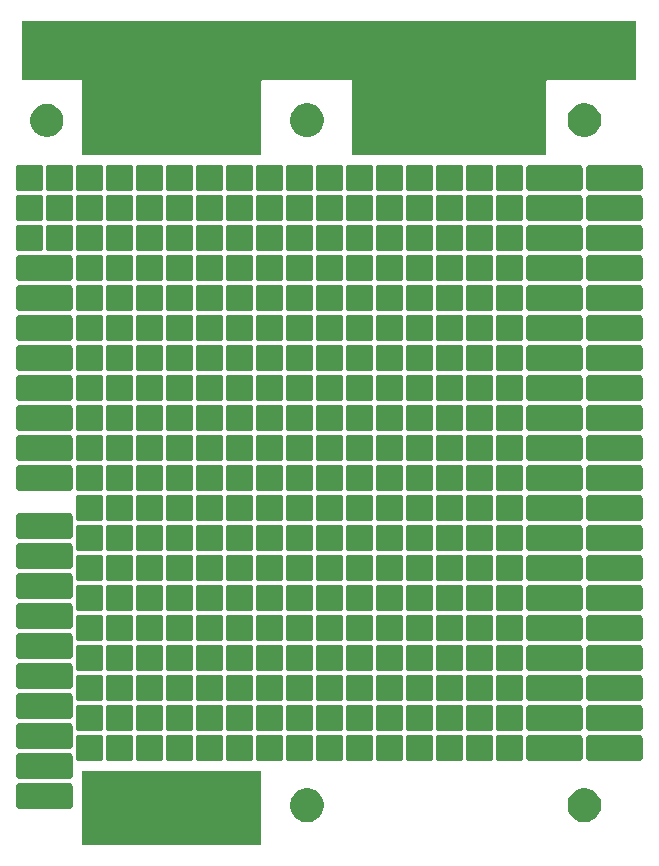
<source format=gbr>
G04 #@! TF.GenerationSoftware,KiCad,Pcbnew,5.1.6-c6e7f7d~87~ubuntu18.04.1*
G04 #@! TF.CreationDate,2020-08-06T18:59:17+02:00*
G04 #@! TF.ProjectId,pcb-business-card,7063622d-6275-4736-996e-6573732d6361,rev?*
G04 #@! TF.SameCoordinates,Original*
G04 #@! TF.FileFunction,Soldermask,Top*
G04 #@! TF.FilePolarity,Negative*
%FSLAX46Y46*%
G04 Gerber Fmt 4.6, Leading zero omitted, Abs format (unit mm)*
G04 Created by KiCad (PCBNEW 5.1.6-c6e7f7d~87~ubuntu18.04.1) date 2020-08-06 18:59:17*
%MOMM*%
%LPD*%
G01*
G04 APERTURE LIST*
%ADD10C,0.100000*%
G04 APERTURE END LIST*
D10*
G36*
X144101000Y-142831000D02*
G01*
X128949000Y-142831000D01*
X128949000Y-136569000D01*
X144101000Y-136569000D01*
X144101000Y-142831000D01*
G37*
G36*
X171865949Y-138118800D02*
G01*
X172125463Y-138226294D01*
X172125464Y-138226295D01*
X172359022Y-138382353D01*
X172557647Y-138580978D01*
X172557648Y-138580980D01*
X172713706Y-138814537D01*
X172821200Y-139074051D01*
X172876000Y-139349550D01*
X172876000Y-139630450D01*
X172821200Y-139905949D01*
X172713706Y-140165463D01*
X172713705Y-140165464D01*
X172557647Y-140399022D01*
X172359022Y-140597647D01*
X172241450Y-140676206D01*
X172125463Y-140753706D01*
X171865949Y-140861200D01*
X171590450Y-140916000D01*
X171309550Y-140916000D01*
X171034051Y-140861200D01*
X170774537Y-140753706D01*
X170658550Y-140676206D01*
X170540978Y-140597647D01*
X170342353Y-140399022D01*
X170186295Y-140165464D01*
X170186294Y-140165463D01*
X170078800Y-139905949D01*
X170024000Y-139630450D01*
X170024000Y-139349550D01*
X170078800Y-139074051D01*
X170186294Y-138814537D01*
X170342352Y-138580980D01*
X170342353Y-138580978D01*
X170540978Y-138382353D01*
X170774536Y-138226295D01*
X170774537Y-138226294D01*
X171034051Y-138118800D01*
X171309550Y-138064000D01*
X171590450Y-138064000D01*
X171865949Y-138118800D01*
G37*
G36*
X148365949Y-138118800D02*
G01*
X148625463Y-138226294D01*
X148625464Y-138226295D01*
X148859022Y-138382353D01*
X149057647Y-138580978D01*
X149057648Y-138580980D01*
X149213706Y-138814537D01*
X149321200Y-139074051D01*
X149376000Y-139349550D01*
X149376000Y-139630450D01*
X149321200Y-139905949D01*
X149213706Y-140165463D01*
X149213705Y-140165464D01*
X149057647Y-140399022D01*
X148859022Y-140597647D01*
X148741450Y-140676206D01*
X148625463Y-140753706D01*
X148365949Y-140861200D01*
X148090450Y-140916000D01*
X147809550Y-140916000D01*
X147534051Y-140861200D01*
X147274537Y-140753706D01*
X147158550Y-140676206D01*
X147040978Y-140597647D01*
X146842353Y-140399022D01*
X146686295Y-140165464D01*
X146686294Y-140165463D01*
X146578800Y-139905949D01*
X146524000Y-139630450D01*
X146524000Y-139349550D01*
X146578800Y-139074051D01*
X146686294Y-138814537D01*
X146842352Y-138580980D01*
X146842353Y-138580978D01*
X147040978Y-138382353D01*
X147274536Y-138226295D01*
X147274537Y-138226294D01*
X147534051Y-138118800D01*
X147809550Y-138064000D01*
X148090450Y-138064000D01*
X148365949Y-138118800D01*
G37*
G36*
X127913035Y-137578316D02*
G01*
X127959032Y-137592269D01*
X128001424Y-137614928D01*
X128038579Y-137645421D01*
X128069072Y-137682576D01*
X128091731Y-137724968D01*
X128105684Y-137770965D01*
X128111000Y-137824940D01*
X128111000Y-139543060D01*
X128105684Y-139597035D01*
X128091731Y-139643032D01*
X128069072Y-139685424D01*
X128038579Y-139722579D01*
X128001424Y-139753072D01*
X127959032Y-139775731D01*
X127913035Y-139789684D01*
X127859060Y-139795000D01*
X123600940Y-139795000D01*
X123546965Y-139789684D01*
X123500968Y-139775731D01*
X123458576Y-139753072D01*
X123421421Y-139722579D01*
X123390928Y-139685424D01*
X123368269Y-139643032D01*
X123354316Y-139597035D01*
X123349000Y-139543060D01*
X123349000Y-137824940D01*
X123354316Y-137770965D01*
X123368269Y-137724968D01*
X123390928Y-137682576D01*
X123421421Y-137645421D01*
X123458576Y-137614928D01*
X123500968Y-137592269D01*
X123546965Y-137578316D01*
X123600940Y-137573000D01*
X127859060Y-137573000D01*
X127913035Y-137578316D01*
G37*
G36*
X127913035Y-135038316D02*
G01*
X127959032Y-135052269D01*
X128001424Y-135074928D01*
X128038579Y-135105421D01*
X128069072Y-135142576D01*
X128091731Y-135184968D01*
X128105684Y-135230965D01*
X128111000Y-135284940D01*
X128111000Y-137003060D01*
X128105684Y-137057035D01*
X128091731Y-137103032D01*
X128069072Y-137145424D01*
X128038579Y-137182579D01*
X128001424Y-137213072D01*
X127959032Y-137235731D01*
X127913035Y-137249684D01*
X127859060Y-137255000D01*
X123600940Y-137255000D01*
X123546965Y-137249684D01*
X123500968Y-137235731D01*
X123458576Y-137213072D01*
X123421421Y-137182579D01*
X123390928Y-137145424D01*
X123368269Y-137103032D01*
X123354316Y-137057035D01*
X123349000Y-137003060D01*
X123349000Y-135284940D01*
X123354316Y-135230965D01*
X123368269Y-135184968D01*
X123390928Y-135142576D01*
X123421421Y-135105421D01*
X123458576Y-135074928D01*
X123500968Y-135052269D01*
X123546965Y-135038316D01*
X123600940Y-135033000D01*
X127859060Y-135033000D01*
X127913035Y-135038316D01*
G37*
G36*
X140712520Y-133511941D02*
G01*
X140735333Y-133518861D01*
X140756355Y-133530098D01*
X140774781Y-133545219D01*
X140789902Y-133563645D01*
X140801139Y-133584667D01*
X140808059Y-133607480D01*
X140811000Y-133637340D01*
X140811000Y-135602660D01*
X140808059Y-135632520D01*
X140801139Y-135655333D01*
X140789902Y-135676355D01*
X140774781Y-135694781D01*
X140756355Y-135709902D01*
X140735333Y-135721139D01*
X140712520Y-135728059D01*
X140682660Y-135731000D01*
X138717340Y-135731000D01*
X138687480Y-135728059D01*
X138664667Y-135721139D01*
X138643645Y-135709902D01*
X138625219Y-135694781D01*
X138610098Y-135676355D01*
X138598861Y-135655333D01*
X138591941Y-135632520D01*
X138589000Y-135602660D01*
X138589000Y-133637340D01*
X138591941Y-133607480D01*
X138598861Y-133584667D01*
X138610098Y-133563645D01*
X138625219Y-133545219D01*
X138643645Y-133530098D01*
X138664667Y-133518861D01*
X138687480Y-133511941D01*
X138717340Y-133509000D01*
X140682660Y-133509000D01*
X140712520Y-133511941D01*
G37*
G36*
X133092520Y-133511941D02*
G01*
X133115333Y-133518861D01*
X133136355Y-133530098D01*
X133154781Y-133545219D01*
X133169902Y-133563645D01*
X133181139Y-133584667D01*
X133188059Y-133607480D01*
X133191000Y-133637340D01*
X133191000Y-135602660D01*
X133188059Y-135632520D01*
X133181139Y-135655333D01*
X133169902Y-135676355D01*
X133154781Y-135694781D01*
X133136355Y-135709902D01*
X133115333Y-135721139D01*
X133092520Y-135728059D01*
X133062660Y-135731000D01*
X131097340Y-135731000D01*
X131067480Y-135728059D01*
X131044667Y-135721139D01*
X131023645Y-135709902D01*
X131005219Y-135694781D01*
X130990098Y-135676355D01*
X130978861Y-135655333D01*
X130971941Y-135632520D01*
X130969000Y-135602660D01*
X130969000Y-133637340D01*
X130971941Y-133607480D01*
X130978861Y-133584667D01*
X130990098Y-133563645D01*
X131005219Y-133545219D01*
X131023645Y-133530098D01*
X131044667Y-133518861D01*
X131067480Y-133511941D01*
X131097340Y-133509000D01*
X133062660Y-133509000D01*
X133092520Y-133511941D01*
G37*
G36*
X130552520Y-133511941D02*
G01*
X130575333Y-133518861D01*
X130596355Y-133530098D01*
X130614781Y-133545219D01*
X130629902Y-133563645D01*
X130641139Y-133584667D01*
X130648059Y-133607480D01*
X130651000Y-133637340D01*
X130651000Y-135602660D01*
X130648059Y-135632520D01*
X130641139Y-135655333D01*
X130629902Y-135676355D01*
X130614781Y-135694781D01*
X130596355Y-135709902D01*
X130575333Y-135721139D01*
X130552520Y-135728059D01*
X130522660Y-135731000D01*
X128557340Y-135731000D01*
X128527480Y-135728059D01*
X128504667Y-135721139D01*
X128483645Y-135709902D01*
X128465219Y-135694781D01*
X128450098Y-135676355D01*
X128438861Y-135655333D01*
X128431941Y-135632520D01*
X128429000Y-135602660D01*
X128429000Y-133637340D01*
X128431941Y-133607480D01*
X128438861Y-133584667D01*
X128450098Y-133563645D01*
X128465219Y-133545219D01*
X128483645Y-133530098D01*
X128504667Y-133518861D01*
X128527480Y-133511941D01*
X128557340Y-133509000D01*
X130522660Y-133509000D01*
X130552520Y-133511941D01*
G37*
G36*
X153412520Y-133511941D02*
G01*
X153435333Y-133518861D01*
X153456355Y-133530098D01*
X153474781Y-133545219D01*
X153489902Y-133563645D01*
X153501139Y-133584667D01*
X153508059Y-133607480D01*
X153511000Y-133637340D01*
X153511000Y-135602660D01*
X153508059Y-135632520D01*
X153501139Y-135655333D01*
X153489902Y-135676355D01*
X153474781Y-135694781D01*
X153456355Y-135709902D01*
X153435333Y-135721139D01*
X153412520Y-135728059D01*
X153382660Y-135731000D01*
X151417340Y-135731000D01*
X151387480Y-135728059D01*
X151364667Y-135721139D01*
X151343645Y-135709902D01*
X151325219Y-135694781D01*
X151310098Y-135676355D01*
X151298861Y-135655333D01*
X151291941Y-135632520D01*
X151289000Y-135602660D01*
X151289000Y-133637340D01*
X151291941Y-133607480D01*
X151298861Y-133584667D01*
X151310098Y-133563645D01*
X151325219Y-133545219D01*
X151343645Y-133530098D01*
X151364667Y-133518861D01*
X151387480Y-133511941D01*
X151417340Y-133509000D01*
X153382660Y-133509000D01*
X153412520Y-133511941D01*
G37*
G36*
X161032520Y-133511941D02*
G01*
X161055333Y-133518861D01*
X161076355Y-133530098D01*
X161094781Y-133545219D01*
X161109902Y-133563645D01*
X161121139Y-133584667D01*
X161128059Y-133607480D01*
X161131000Y-133637340D01*
X161131000Y-135602660D01*
X161128059Y-135632520D01*
X161121139Y-135655333D01*
X161109902Y-135676355D01*
X161094781Y-135694781D01*
X161076355Y-135709902D01*
X161055333Y-135721139D01*
X161032520Y-135728059D01*
X161002660Y-135731000D01*
X159037340Y-135731000D01*
X159007480Y-135728059D01*
X158984667Y-135721139D01*
X158963645Y-135709902D01*
X158945219Y-135694781D01*
X158930098Y-135676355D01*
X158918861Y-135655333D01*
X158911941Y-135632520D01*
X158909000Y-135602660D01*
X158909000Y-133637340D01*
X158911941Y-133607480D01*
X158918861Y-133584667D01*
X158930098Y-133563645D01*
X158945219Y-133545219D01*
X158963645Y-133530098D01*
X158984667Y-133518861D01*
X159007480Y-133511941D01*
X159037340Y-133509000D01*
X161002660Y-133509000D01*
X161032520Y-133511941D01*
G37*
G36*
X143252520Y-133511941D02*
G01*
X143275333Y-133518861D01*
X143296355Y-133530098D01*
X143314781Y-133545219D01*
X143329902Y-133563645D01*
X143341139Y-133584667D01*
X143348059Y-133607480D01*
X143351000Y-133637340D01*
X143351000Y-135602660D01*
X143348059Y-135632520D01*
X143341139Y-135655333D01*
X143329902Y-135676355D01*
X143314781Y-135694781D01*
X143296355Y-135709902D01*
X143275333Y-135721139D01*
X143252520Y-135728059D01*
X143222660Y-135731000D01*
X141257340Y-135731000D01*
X141227480Y-135728059D01*
X141204667Y-135721139D01*
X141183645Y-135709902D01*
X141165219Y-135694781D01*
X141150098Y-135676355D01*
X141138861Y-135655333D01*
X141131941Y-135632520D01*
X141129000Y-135602660D01*
X141129000Y-133637340D01*
X141131941Y-133607480D01*
X141138861Y-133584667D01*
X141150098Y-133563645D01*
X141165219Y-133545219D01*
X141183645Y-133530098D01*
X141204667Y-133518861D01*
X141227480Y-133511941D01*
X141257340Y-133509000D01*
X143222660Y-133509000D01*
X143252520Y-133511941D01*
G37*
G36*
X135632520Y-133511941D02*
G01*
X135655333Y-133518861D01*
X135676355Y-133530098D01*
X135694781Y-133545219D01*
X135709902Y-133563645D01*
X135721139Y-133584667D01*
X135728059Y-133607480D01*
X135731000Y-133637340D01*
X135731000Y-135602660D01*
X135728059Y-135632520D01*
X135721139Y-135655333D01*
X135709902Y-135676355D01*
X135694781Y-135694781D01*
X135676355Y-135709902D01*
X135655333Y-135721139D01*
X135632520Y-135728059D01*
X135602660Y-135731000D01*
X133637340Y-135731000D01*
X133607480Y-135728059D01*
X133584667Y-135721139D01*
X133563645Y-135709902D01*
X133545219Y-135694781D01*
X133530098Y-135676355D01*
X133518861Y-135655333D01*
X133511941Y-135632520D01*
X133509000Y-135602660D01*
X133509000Y-133637340D01*
X133511941Y-133607480D01*
X133518861Y-133584667D01*
X133530098Y-133563645D01*
X133545219Y-133545219D01*
X133563645Y-133530098D01*
X133584667Y-133518861D01*
X133607480Y-133511941D01*
X133637340Y-133509000D01*
X135602660Y-133509000D01*
X135632520Y-133511941D01*
G37*
G36*
X145792520Y-133511941D02*
G01*
X145815333Y-133518861D01*
X145836355Y-133530098D01*
X145854781Y-133545219D01*
X145869902Y-133563645D01*
X145881139Y-133584667D01*
X145888059Y-133607480D01*
X145891000Y-133637340D01*
X145891000Y-135602660D01*
X145888059Y-135632520D01*
X145881139Y-135655333D01*
X145869902Y-135676355D01*
X145854781Y-135694781D01*
X145836355Y-135709902D01*
X145815333Y-135721139D01*
X145792520Y-135728059D01*
X145762660Y-135731000D01*
X143797340Y-135731000D01*
X143767480Y-135728059D01*
X143744667Y-135721139D01*
X143723645Y-135709902D01*
X143705219Y-135694781D01*
X143690098Y-135676355D01*
X143678861Y-135655333D01*
X143671941Y-135632520D01*
X143669000Y-135602660D01*
X143669000Y-133637340D01*
X143671941Y-133607480D01*
X143678861Y-133584667D01*
X143690098Y-133563645D01*
X143705219Y-133545219D01*
X143723645Y-133530098D01*
X143744667Y-133518861D01*
X143767480Y-133511941D01*
X143797340Y-133509000D01*
X145762660Y-133509000D01*
X145792520Y-133511941D01*
G37*
G36*
X171093035Y-133514316D02*
G01*
X171139032Y-133528269D01*
X171181424Y-133550928D01*
X171218579Y-133581421D01*
X171249072Y-133618576D01*
X171271731Y-133660968D01*
X171285684Y-133706965D01*
X171291000Y-133760940D01*
X171291000Y-135479060D01*
X171285684Y-135533035D01*
X171271731Y-135579032D01*
X171249072Y-135621424D01*
X171218579Y-135658579D01*
X171181424Y-135689072D01*
X171139032Y-135711731D01*
X171093035Y-135725684D01*
X171039060Y-135731000D01*
X166780940Y-135731000D01*
X166726965Y-135725684D01*
X166680968Y-135711731D01*
X166638576Y-135689072D01*
X166601421Y-135658579D01*
X166570928Y-135621424D01*
X166548269Y-135579032D01*
X166534316Y-135533035D01*
X166529000Y-135479060D01*
X166529000Y-133760940D01*
X166534316Y-133706965D01*
X166548269Y-133660968D01*
X166570928Y-133618576D01*
X166601421Y-133581421D01*
X166638576Y-133550928D01*
X166680968Y-133528269D01*
X166726965Y-133514316D01*
X166780940Y-133509000D01*
X171039060Y-133509000D01*
X171093035Y-133514316D01*
G37*
G36*
X158492520Y-133511941D02*
G01*
X158515333Y-133518861D01*
X158536355Y-133530098D01*
X158554781Y-133545219D01*
X158569902Y-133563645D01*
X158581139Y-133584667D01*
X158588059Y-133607480D01*
X158591000Y-133637340D01*
X158591000Y-135602660D01*
X158588059Y-135632520D01*
X158581139Y-135655333D01*
X158569902Y-135676355D01*
X158554781Y-135694781D01*
X158536355Y-135709902D01*
X158515333Y-135721139D01*
X158492520Y-135728059D01*
X158462660Y-135731000D01*
X156497340Y-135731000D01*
X156467480Y-135728059D01*
X156444667Y-135721139D01*
X156423645Y-135709902D01*
X156405219Y-135694781D01*
X156390098Y-135676355D01*
X156378861Y-135655333D01*
X156371941Y-135632520D01*
X156369000Y-135602660D01*
X156369000Y-133637340D01*
X156371941Y-133607480D01*
X156378861Y-133584667D01*
X156390098Y-133563645D01*
X156405219Y-133545219D01*
X156423645Y-133530098D01*
X156444667Y-133518861D01*
X156467480Y-133511941D01*
X156497340Y-133509000D01*
X158462660Y-133509000D01*
X158492520Y-133511941D01*
G37*
G36*
X176173035Y-133514316D02*
G01*
X176219032Y-133528269D01*
X176261424Y-133550928D01*
X176298579Y-133581421D01*
X176329072Y-133618576D01*
X176351731Y-133660968D01*
X176365684Y-133706965D01*
X176371000Y-133760940D01*
X176371000Y-135479060D01*
X176365684Y-135533035D01*
X176351731Y-135579032D01*
X176329072Y-135621424D01*
X176298579Y-135658579D01*
X176261424Y-135689072D01*
X176219032Y-135711731D01*
X176173035Y-135725684D01*
X176119060Y-135731000D01*
X171860940Y-135731000D01*
X171806965Y-135725684D01*
X171760968Y-135711731D01*
X171718576Y-135689072D01*
X171681421Y-135658579D01*
X171650928Y-135621424D01*
X171628269Y-135579032D01*
X171614316Y-135533035D01*
X171609000Y-135479060D01*
X171609000Y-133760940D01*
X171614316Y-133706965D01*
X171628269Y-133660968D01*
X171650928Y-133618576D01*
X171681421Y-133581421D01*
X171718576Y-133550928D01*
X171760968Y-133528269D01*
X171806965Y-133514316D01*
X171860940Y-133509000D01*
X176119060Y-133509000D01*
X176173035Y-133514316D01*
G37*
G36*
X166112520Y-133511941D02*
G01*
X166135333Y-133518861D01*
X166156355Y-133530098D01*
X166174781Y-133545219D01*
X166189902Y-133563645D01*
X166201139Y-133584667D01*
X166208059Y-133607480D01*
X166211000Y-133637340D01*
X166211000Y-135602660D01*
X166208059Y-135632520D01*
X166201139Y-135655333D01*
X166189902Y-135676355D01*
X166174781Y-135694781D01*
X166156355Y-135709902D01*
X166135333Y-135721139D01*
X166112520Y-135728059D01*
X166082660Y-135731000D01*
X164117340Y-135731000D01*
X164087480Y-135728059D01*
X164064667Y-135721139D01*
X164043645Y-135709902D01*
X164025219Y-135694781D01*
X164010098Y-135676355D01*
X163998861Y-135655333D01*
X163991941Y-135632520D01*
X163989000Y-135602660D01*
X163989000Y-133637340D01*
X163991941Y-133607480D01*
X163998861Y-133584667D01*
X164010098Y-133563645D01*
X164025219Y-133545219D01*
X164043645Y-133530098D01*
X164064667Y-133518861D01*
X164087480Y-133511941D01*
X164117340Y-133509000D01*
X166082660Y-133509000D01*
X166112520Y-133511941D01*
G37*
G36*
X138172520Y-133511941D02*
G01*
X138195333Y-133518861D01*
X138216355Y-133530098D01*
X138234781Y-133545219D01*
X138249902Y-133563645D01*
X138261139Y-133584667D01*
X138268059Y-133607480D01*
X138271000Y-133637340D01*
X138271000Y-135602660D01*
X138268059Y-135632520D01*
X138261139Y-135655333D01*
X138249902Y-135676355D01*
X138234781Y-135694781D01*
X138216355Y-135709902D01*
X138195333Y-135721139D01*
X138172520Y-135728059D01*
X138142660Y-135731000D01*
X136177340Y-135731000D01*
X136147480Y-135728059D01*
X136124667Y-135721139D01*
X136103645Y-135709902D01*
X136085219Y-135694781D01*
X136070098Y-135676355D01*
X136058861Y-135655333D01*
X136051941Y-135632520D01*
X136049000Y-135602660D01*
X136049000Y-133637340D01*
X136051941Y-133607480D01*
X136058861Y-133584667D01*
X136070098Y-133563645D01*
X136085219Y-133545219D01*
X136103645Y-133530098D01*
X136124667Y-133518861D01*
X136147480Y-133511941D01*
X136177340Y-133509000D01*
X138142660Y-133509000D01*
X138172520Y-133511941D01*
G37*
G36*
X150872520Y-133511941D02*
G01*
X150895333Y-133518861D01*
X150916355Y-133530098D01*
X150934781Y-133545219D01*
X150949902Y-133563645D01*
X150961139Y-133584667D01*
X150968059Y-133607480D01*
X150971000Y-133637340D01*
X150971000Y-135602660D01*
X150968059Y-135632520D01*
X150961139Y-135655333D01*
X150949902Y-135676355D01*
X150934781Y-135694781D01*
X150916355Y-135709902D01*
X150895333Y-135721139D01*
X150872520Y-135728059D01*
X150842660Y-135731000D01*
X148877340Y-135731000D01*
X148847480Y-135728059D01*
X148824667Y-135721139D01*
X148803645Y-135709902D01*
X148785219Y-135694781D01*
X148770098Y-135676355D01*
X148758861Y-135655333D01*
X148751941Y-135632520D01*
X148749000Y-135602660D01*
X148749000Y-133637340D01*
X148751941Y-133607480D01*
X148758861Y-133584667D01*
X148770098Y-133563645D01*
X148785219Y-133545219D01*
X148803645Y-133530098D01*
X148824667Y-133518861D01*
X148847480Y-133511941D01*
X148877340Y-133509000D01*
X150842660Y-133509000D01*
X150872520Y-133511941D01*
G37*
G36*
X163572520Y-133511941D02*
G01*
X163595333Y-133518861D01*
X163616355Y-133530098D01*
X163634781Y-133545219D01*
X163649902Y-133563645D01*
X163661139Y-133584667D01*
X163668059Y-133607480D01*
X163671000Y-133637340D01*
X163671000Y-135602660D01*
X163668059Y-135632520D01*
X163661139Y-135655333D01*
X163649902Y-135676355D01*
X163634781Y-135694781D01*
X163616355Y-135709902D01*
X163595333Y-135721139D01*
X163572520Y-135728059D01*
X163542660Y-135731000D01*
X161577340Y-135731000D01*
X161547480Y-135728059D01*
X161524667Y-135721139D01*
X161503645Y-135709902D01*
X161485219Y-135694781D01*
X161470098Y-135676355D01*
X161458861Y-135655333D01*
X161451941Y-135632520D01*
X161449000Y-135602660D01*
X161449000Y-133637340D01*
X161451941Y-133607480D01*
X161458861Y-133584667D01*
X161470098Y-133563645D01*
X161485219Y-133545219D01*
X161503645Y-133530098D01*
X161524667Y-133518861D01*
X161547480Y-133511941D01*
X161577340Y-133509000D01*
X163542660Y-133509000D01*
X163572520Y-133511941D01*
G37*
G36*
X148332520Y-133511941D02*
G01*
X148355333Y-133518861D01*
X148376355Y-133530098D01*
X148394781Y-133545219D01*
X148409902Y-133563645D01*
X148421139Y-133584667D01*
X148428059Y-133607480D01*
X148431000Y-133637340D01*
X148431000Y-135602660D01*
X148428059Y-135632520D01*
X148421139Y-135655333D01*
X148409902Y-135676355D01*
X148394781Y-135694781D01*
X148376355Y-135709902D01*
X148355333Y-135721139D01*
X148332520Y-135728059D01*
X148302660Y-135731000D01*
X146337340Y-135731000D01*
X146307480Y-135728059D01*
X146284667Y-135721139D01*
X146263645Y-135709902D01*
X146245219Y-135694781D01*
X146230098Y-135676355D01*
X146218861Y-135655333D01*
X146211941Y-135632520D01*
X146209000Y-135602660D01*
X146209000Y-133637340D01*
X146211941Y-133607480D01*
X146218861Y-133584667D01*
X146230098Y-133563645D01*
X146245219Y-133545219D01*
X146263645Y-133530098D01*
X146284667Y-133518861D01*
X146307480Y-133511941D01*
X146337340Y-133509000D01*
X148302660Y-133509000D01*
X148332520Y-133511941D01*
G37*
G36*
X155952520Y-133511941D02*
G01*
X155975333Y-133518861D01*
X155996355Y-133530098D01*
X156014781Y-133545219D01*
X156029902Y-133563645D01*
X156041139Y-133584667D01*
X156048059Y-133607480D01*
X156051000Y-133637340D01*
X156051000Y-135602660D01*
X156048059Y-135632520D01*
X156041139Y-135655333D01*
X156029902Y-135676355D01*
X156014781Y-135694781D01*
X155996355Y-135709902D01*
X155975333Y-135721139D01*
X155952520Y-135728059D01*
X155922660Y-135731000D01*
X153957340Y-135731000D01*
X153927480Y-135728059D01*
X153904667Y-135721139D01*
X153883645Y-135709902D01*
X153865219Y-135694781D01*
X153850098Y-135676355D01*
X153838861Y-135655333D01*
X153831941Y-135632520D01*
X153829000Y-135602660D01*
X153829000Y-133637340D01*
X153831941Y-133607480D01*
X153838861Y-133584667D01*
X153850098Y-133563645D01*
X153865219Y-133545219D01*
X153883645Y-133530098D01*
X153904667Y-133518861D01*
X153927480Y-133511941D01*
X153957340Y-133509000D01*
X155922660Y-133509000D01*
X155952520Y-133511941D01*
G37*
G36*
X127913035Y-132498316D02*
G01*
X127959032Y-132512269D01*
X128001424Y-132534928D01*
X128038579Y-132565421D01*
X128069072Y-132602576D01*
X128091731Y-132644968D01*
X128105684Y-132690965D01*
X128111000Y-132744940D01*
X128111000Y-134463060D01*
X128105684Y-134517035D01*
X128091731Y-134563032D01*
X128069072Y-134605424D01*
X128038579Y-134642579D01*
X128001424Y-134673072D01*
X127959032Y-134695731D01*
X127913035Y-134709684D01*
X127859060Y-134715000D01*
X123600940Y-134715000D01*
X123546965Y-134709684D01*
X123500968Y-134695731D01*
X123458576Y-134673072D01*
X123421421Y-134642579D01*
X123390928Y-134605424D01*
X123368269Y-134563032D01*
X123354316Y-134517035D01*
X123349000Y-134463060D01*
X123349000Y-132744940D01*
X123354316Y-132690965D01*
X123368269Y-132644968D01*
X123390928Y-132602576D01*
X123421421Y-132565421D01*
X123458576Y-132534928D01*
X123500968Y-132512269D01*
X123546965Y-132498316D01*
X123600940Y-132493000D01*
X127859060Y-132493000D01*
X127913035Y-132498316D01*
G37*
G36*
X143252520Y-130971941D02*
G01*
X143275333Y-130978861D01*
X143296355Y-130990098D01*
X143314781Y-131005219D01*
X143329902Y-131023645D01*
X143341139Y-131044667D01*
X143348059Y-131067480D01*
X143351000Y-131097340D01*
X143351000Y-133062660D01*
X143348059Y-133092520D01*
X143341139Y-133115333D01*
X143329902Y-133136355D01*
X143314781Y-133154781D01*
X143296355Y-133169902D01*
X143275333Y-133181139D01*
X143252520Y-133188059D01*
X143222660Y-133191000D01*
X141257340Y-133191000D01*
X141227480Y-133188059D01*
X141204667Y-133181139D01*
X141183645Y-133169902D01*
X141165219Y-133154781D01*
X141150098Y-133136355D01*
X141138861Y-133115333D01*
X141131941Y-133092520D01*
X141129000Y-133062660D01*
X141129000Y-131097340D01*
X141131941Y-131067480D01*
X141138861Y-131044667D01*
X141150098Y-131023645D01*
X141165219Y-131005219D01*
X141183645Y-130990098D01*
X141204667Y-130978861D01*
X141227480Y-130971941D01*
X141257340Y-130969000D01*
X143222660Y-130969000D01*
X143252520Y-130971941D01*
G37*
G36*
X166112520Y-130971941D02*
G01*
X166135333Y-130978861D01*
X166156355Y-130990098D01*
X166174781Y-131005219D01*
X166189902Y-131023645D01*
X166201139Y-131044667D01*
X166208059Y-131067480D01*
X166211000Y-131097340D01*
X166211000Y-133062660D01*
X166208059Y-133092520D01*
X166201139Y-133115333D01*
X166189902Y-133136355D01*
X166174781Y-133154781D01*
X166156355Y-133169902D01*
X166135333Y-133181139D01*
X166112520Y-133188059D01*
X166082660Y-133191000D01*
X164117340Y-133191000D01*
X164087480Y-133188059D01*
X164064667Y-133181139D01*
X164043645Y-133169902D01*
X164025219Y-133154781D01*
X164010098Y-133136355D01*
X163998861Y-133115333D01*
X163991941Y-133092520D01*
X163989000Y-133062660D01*
X163989000Y-131097340D01*
X163991941Y-131067480D01*
X163998861Y-131044667D01*
X164010098Y-131023645D01*
X164025219Y-131005219D01*
X164043645Y-130990098D01*
X164064667Y-130978861D01*
X164087480Y-130971941D01*
X164117340Y-130969000D01*
X166082660Y-130969000D01*
X166112520Y-130971941D01*
G37*
G36*
X161032520Y-130971941D02*
G01*
X161055333Y-130978861D01*
X161076355Y-130990098D01*
X161094781Y-131005219D01*
X161109902Y-131023645D01*
X161121139Y-131044667D01*
X161128059Y-131067480D01*
X161131000Y-131097340D01*
X161131000Y-133062660D01*
X161128059Y-133092520D01*
X161121139Y-133115333D01*
X161109902Y-133136355D01*
X161094781Y-133154781D01*
X161076355Y-133169902D01*
X161055333Y-133181139D01*
X161032520Y-133188059D01*
X161002660Y-133191000D01*
X159037340Y-133191000D01*
X159007480Y-133188059D01*
X158984667Y-133181139D01*
X158963645Y-133169902D01*
X158945219Y-133154781D01*
X158930098Y-133136355D01*
X158918861Y-133115333D01*
X158911941Y-133092520D01*
X158909000Y-133062660D01*
X158909000Y-131097340D01*
X158911941Y-131067480D01*
X158918861Y-131044667D01*
X158930098Y-131023645D01*
X158945219Y-131005219D01*
X158963645Y-130990098D01*
X158984667Y-130978861D01*
X159007480Y-130971941D01*
X159037340Y-130969000D01*
X161002660Y-130969000D01*
X161032520Y-130971941D01*
G37*
G36*
X158492520Y-130971941D02*
G01*
X158515333Y-130978861D01*
X158536355Y-130990098D01*
X158554781Y-131005219D01*
X158569902Y-131023645D01*
X158581139Y-131044667D01*
X158588059Y-131067480D01*
X158591000Y-131097340D01*
X158591000Y-133062660D01*
X158588059Y-133092520D01*
X158581139Y-133115333D01*
X158569902Y-133136355D01*
X158554781Y-133154781D01*
X158536355Y-133169902D01*
X158515333Y-133181139D01*
X158492520Y-133188059D01*
X158462660Y-133191000D01*
X156497340Y-133191000D01*
X156467480Y-133188059D01*
X156444667Y-133181139D01*
X156423645Y-133169902D01*
X156405219Y-133154781D01*
X156390098Y-133136355D01*
X156378861Y-133115333D01*
X156371941Y-133092520D01*
X156369000Y-133062660D01*
X156369000Y-131097340D01*
X156371941Y-131067480D01*
X156378861Y-131044667D01*
X156390098Y-131023645D01*
X156405219Y-131005219D01*
X156423645Y-130990098D01*
X156444667Y-130978861D01*
X156467480Y-130971941D01*
X156497340Y-130969000D01*
X158462660Y-130969000D01*
X158492520Y-130971941D01*
G37*
G36*
X155952520Y-130971941D02*
G01*
X155975333Y-130978861D01*
X155996355Y-130990098D01*
X156014781Y-131005219D01*
X156029902Y-131023645D01*
X156041139Y-131044667D01*
X156048059Y-131067480D01*
X156051000Y-131097340D01*
X156051000Y-133062660D01*
X156048059Y-133092520D01*
X156041139Y-133115333D01*
X156029902Y-133136355D01*
X156014781Y-133154781D01*
X155996355Y-133169902D01*
X155975333Y-133181139D01*
X155952520Y-133188059D01*
X155922660Y-133191000D01*
X153957340Y-133191000D01*
X153927480Y-133188059D01*
X153904667Y-133181139D01*
X153883645Y-133169902D01*
X153865219Y-133154781D01*
X153850098Y-133136355D01*
X153838861Y-133115333D01*
X153831941Y-133092520D01*
X153829000Y-133062660D01*
X153829000Y-131097340D01*
X153831941Y-131067480D01*
X153838861Y-131044667D01*
X153850098Y-131023645D01*
X153865219Y-131005219D01*
X153883645Y-130990098D01*
X153904667Y-130978861D01*
X153927480Y-130971941D01*
X153957340Y-130969000D01*
X155922660Y-130969000D01*
X155952520Y-130971941D01*
G37*
G36*
X153412520Y-130971941D02*
G01*
X153435333Y-130978861D01*
X153456355Y-130990098D01*
X153474781Y-131005219D01*
X153489902Y-131023645D01*
X153501139Y-131044667D01*
X153508059Y-131067480D01*
X153511000Y-131097340D01*
X153511000Y-133062660D01*
X153508059Y-133092520D01*
X153501139Y-133115333D01*
X153489902Y-133136355D01*
X153474781Y-133154781D01*
X153456355Y-133169902D01*
X153435333Y-133181139D01*
X153412520Y-133188059D01*
X153382660Y-133191000D01*
X151417340Y-133191000D01*
X151387480Y-133188059D01*
X151364667Y-133181139D01*
X151343645Y-133169902D01*
X151325219Y-133154781D01*
X151310098Y-133136355D01*
X151298861Y-133115333D01*
X151291941Y-133092520D01*
X151289000Y-133062660D01*
X151289000Y-131097340D01*
X151291941Y-131067480D01*
X151298861Y-131044667D01*
X151310098Y-131023645D01*
X151325219Y-131005219D01*
X151343645Y-130990098D01*
X151364667Y-130978861D01*
X151387480Y-130971941D01*
X151417340Y-130969000D01*
X153382660Y-130969000D01*
X153412520Y-130971941D01*
G37*
G36*
X148332520Y-130971941D02*
G01*
X148355333Y-130978861D01*
X148376355Y-130990098D01*
X148394781Y-131005219D01*
X148409902Y-131023645D01*
X148421139Y-131044667D01*
X148428059Y-131067480D01*
X148431000Y-131097340D01*
X148431000Y-133062660D01*
X148428059Y-133092520D01*
X148421139Y-133115333D01*
X148409902Y-133136355D01*
X148394781Y-133154781D01*
X148376355Y-133169902D01*
X148355333Y-133181139D01*
X148332520Y-133188059D01*
X148302660Y-133191000D01*
X146337340Y-133191000D01*
X146307480Y-133188059D01*
X146284667Y-133181139D01*
X146263645Y-133169902D01*
X146245219Y-133154781D01*
X146230098Y-133136355D01*
X146218861Y-133115333D01*
X146211941Y-133092520D01*
X146209000Y-133062660D01*
X146209000Y-131097340D01*
X146211941Y-131067480D01*
X146218861Y-131044667D01*
X146230098Y-131023645D01*
X146245219Y-131005219D01*
X146263645Y-130990098D01*
X146284667Y-130978861D01*
X146307480Y-130971941D01*
X146337340Y-130969000D01*
X148302660Y-130969000D01*
X148332520Y-130971941D01*
G37*
G36*
X145792520Y-130971941D02*
G01*
X145815333Y-130978861D01*
X145836355Y-130990098D01*
X145854781Y-131005219D01*
X145869902Y-131023645D01*
X145881139Y-131044667D01*
X145888059Y-131067480D01*
X145891000Y-131097340D01*
X145891000Y-133062660D01*
X145888059Y-133092520D01*
X145881139Y-133115333D01*
X145869902Y-133136355D01*
X145854781Y-133154781D01*
X145836355Y-133169902D01*
X145815333Y-133181139D01*
X145792520Y-133188059D01*
X145762660Y-133191000D01*
X143797340Y-133191000D01*
X143767480Y-133188059D01*
X143744667Y-133181139D01*
X143723645Y-133169902D01*
X143705219Y-133154781D01*
X143690098Y-133136355D01*
X143678861Y-133115333D01*
X143671941Y-133092520D01*
X143669000Y-133062660D01*
X143669000Y-131097340D01*
X143671941Y-131067480D01*
X143678861Y-131044667D01*
X143690098Y-131023645D01*
X143705219Y-131005219D01*
X143723645Y-130990098D01*
X143744667Y-130978861D01*
X143767480Y-130971941D01*
X143797340Y-130969000D01*
X145762660Y-130969000D01*
X145792520Y-130971941D01*
G37*
G36*
X150872520Y-130971941D02*
G01*
X150895333Y-130978861D01*
X150916355Y-130990098D01*
X150934781Y-131005219D01*
X150949902Y-131023645D01*
X150961139Y-131044667D01*
X150968059Y-131067480D01*
X150971000Y-131097340D01*
X150971000Y-133062660D01*
X150968059Y-133092520D01*
X150961139Y-133115333D01*
X150949902Y-133136355D01*
X150934781Y-133154781D01*
X150916355Y-133169902D01*
X150895333Y-133181139D01*
X150872520Y-133188059D01*
X150842660Y-133191000D01*
X148877340Y-133191000D01*
X148847480Y-133188059D01*
X148824667Y-133181139D01*
X148803645Y-133169902D01*
X148785219Y-133154781D01*
X148770098Y-133136355D01*
X148758861Y-133115333D01*
X148751941Y-133092520D01*
X148749000Y-133062660D01*
X148749000Y-131097340D01*
X148751941Y-131067480D01*
X148758861Y-131044667D01*
X148770098Y-131023645D01*
X148785219Y-131005219D01*
X148803645Y-130990098D01*
X148824667Y-130978861D01*
X148847480Y-130971941D01*
X148877340Y-130969000D01*
X150842660Y-130969000D01*
X150872520Y-130971941D01*
G37*
G36*
X138172520Y-130971941D02*
G01*
X138195333Y-130978861D01*
X138216355Y-130990098D01*
X138234781Y-131005219D01*
X138249902Y-131023645D01*
X138261139Y-131044667D01*
X138268059Y-131067480D01*
X138271000Y-131097340D01*
X138271000Y-133062660D01*
X138268059Y-133092520D01*
X138261139Y-133115333D01*
X138249902Y-133136355D01*
X138234781Y-133154781D01*
X138216355Y-133169902D01*
X138195333Y-133181139D01*
X138172520Y-133188059D01*
X138142660Y-133191000D01*
X136177340Y-133191000D01*
X136147480Y-133188059D01*
X136124667Y-133181139D01*
X136103645Y-133169902D01*
X136085219Y-133154781D01*
X136070098Y-133136355D01*
X136058861Y-133115333D01*
X136051941Y-133092520D01*
X136049000Y-133062660D01*
X136049000Y-131097340D01*
X136051941Y-131067480D01*
X136058861Y-131044667D01*
X136070098Y-131023645D01*
X136085219Y-131005219D01*
X136103645Y-130990098D01*
X136124667Y-130978861D01*
X136147480Y-130971941D01*
X136177340Y-130969000D01*
X138142660Y-130969000D01*
X138172520Y-130971941D01*
G37*
G36*
X135632520Y-130971941D02*
G01*
X135655333Y-130978861D01*
X135676355Y-130990098D01*
X135694781Y-131005219D01*
X135709902Y-131023645D01*
X135721139Y-131044667D01*
X135728059Y-131067480D01*
X135731000Y-131097340D01*
X135731000Y-133062660D01*
X135728059Y-133092520D01*
X135721139Y-133115333D01*
X135709902Y-133136355D01*
X135694781Y-133154781D01*
X135676355Y-133169902D01*
X135655333Y-133181139D01*
X135632520Y-133188059D01*
X135602660Y-133191000D01*
X133637340Y-133191000D01*
X133607480Y-133188059D01*
X133584667Y-133181139D01*
X133563645Y-133169902D01*
X133545219Y-133154781D01*
X133530098Y-133136355D01*
X133518861Y-133115333D01*
X133511941Y-133092520D01*
X133509000Y-133062660D01*
X133509000Y-131097340D01*
X133511941Y-131067480D01*
X133518861Y-131044667D01*
X133530098Y-131023645D01*
X133545219Y-131005219D01*
X133563645Y-130990098D01*
X133584667Y-130978861D01*
X133607480Y-130971941D01*
X133637340Y-130969000D01*
X135602660Y-130969000D01*
X135632520Y-130971941D01*
G37*
G36*
X133092520Y-130971941D02*
G01*
X133115333Y-130978861D01*
X133136355Y-130990098D01*
X133154781Y-131005219D01*
X133169902Y-131023645D01*
X133181139Y-131044667D01*
X133188059Y-131067480D01*
X133191000Y-131097340D01*
X133191000Y-133062660D01*
X133188059Y-133092520D01*
X133181139Y-133115333D01*
X133169902Y-133136355D01*
X133154781Y-133154781D01*
X133136355Y-133169902D01*
X133115333Y-133181139D01*
X133092520Y-133188059D01*
X133062660Y-133191000D01*
X131097340Y-133191000D01*
X131067480Y-133188059D01*
X131044667Y-133181139D01*
X131023645Y-133169902D01*
X131005219Y-133154781D01*
X130990098Y-133136355D01*
X130978861Y-133115333D01*
X130971941Y-133092520D01*
X130969000Y-133062660D01*
X130969000Y-131097340D01*
X130971941Y-131067480D01*
X130978861Y-131044667D01*
X130990098Y-131023645D01*
X131005219Y-131005219D01*
X131023645Y-130990098D01*
X131044667Y-130978861D01*
X131067480Y-130971941D01*
X131097340Y-130969000D01*
X133062660Y-130969000D01*
X133092520Y-130971941D01*
G37*
G36*
X130552520Y-130971941D02*
G01*
X130575333Y-130978861D01*
X130596355Y-130990098D01*
X130614781Y-131005219D01*
X130629902Y-131023645D01*
X130641139Y-131044667D01*
X130648059Y-131067480D01*
X130651000Y-131097340D01*
X130651000Y-133062660D01*
X130648059Y-133092520D01*
X130641139Y-133115333D01*
X130629902Y-133136355D01*
X130614781Y-133154781D01*
X130596355Y-133169902D01*
X130575333Y-133181139D01*
X130552520Y-133188059D01*
X130522660Y-133191000D01*
X128557340Y-133191000D01*
X128527480Y-133188059D01*
X128504667Y-133181139D01*
X128483645Y-133169902D01*
X128465219Y-133154781D01*
X128450098Y-133136355D01*
X128438861Y-133115333D01*
X128431941Y-133092520D01*
X128429000Y-133062660D01*
X128429000Y-131097340D01*
X128431941Y-131067480D01*
X128438861Y-131044667D01*
X128450098Y-131023645D01*
X128465219Y-131005219D01*
X128483645Y-130990098D01*
X128504667Y-130978861D01*
X128527480Y-130971941D01*
X128557340Y-130969000D01*
X130522660Y-130969000D01*
X130552520Y-130971941D01*
G37*
G36*
X171093035Y-130974316D02*
G01*
X171139032Y-130988269D01*
X171181424Y-131010928D01*
X171218579Y-131041421D01*
X171249072Y-131078576D01*
X171271731Y-131120968D01*
X171285684Y-131166965D01*
X171291000Y-131220940D01*
X171291000Y-132939060D01*
X171285684Y-132993035D01*
X171271731Y-133039032D01*
X171249072Y-133081424D01*
X171218579Y-133118579D01*
X171181424Y-133149072D01*
X171139032Y-133171731D01*
X171093035Y-133185684D01*
X171039060Y-133191000D01*
X166780940Y-133191000D01*
X166726965Y-133185684D01*
X166680968Y-133171731D01*
X166638576Y-133149072D01*
X166601421Y-133118579D01*
X166570928Y-133081424D01*
X166548269Y-133039032D01*
X166534316Y-132993035D01*
X166529000Y-132939060D01*
X166529000Y-131220940D01*
X166534316Y-131166965D01*
X166548269Y-131120968D01*
X166570928Y-131078576D01*
X166601421Y-131041421D01*
X166638576Y-131010928D01*
X166680968Y-130988269D01*
X166726965Y-130974316D01*
X166780940Y-130969000D01*
X171039060Y-130969000D01*
X171093035Y-130974316D01*
G37*
G36*
X176173035Y-130974316D02*
G01*
X176219032Y-130988269D01*
X176261424Y-131010928D01*
X176298579Y-131041421D01*
X176329072Y-131078576D01*
X176351731Y-131120968D01*
X176365684Y-131166965D01*
X176371000Y-131220940D01*
X176371000Y-132939060D01*
X176365684Y-132993035D01*
X176351731Y-133039032D01*
X176329072Y-133081424D01*
X176298579Y-133118579D01*
X176261424Y-133149072D01*
X176219032Y-133171731D01*
X176173035Y-133185684D01*
X176119060Y-133191000D01*
X171860940Y-133191000D01*
X171806965Y-133185684D01*
X171760968Y-133171731D01*
X171718576Y-133149072D01*
X171681421Y-133118579D01*
X171650928Y-133081424D01*
X171628269Y-133039032D01*
X171614316Y-132993035D01*
X171609000Y-132939060D01*
X171609000Y-131220940D01*
X171614316Y-131166965D01*
X171628269Y-131120968D01*
X171650928Y-131078576D01*
X171681421Y-131041421D01*
X171718576Y-131010928D01*
X171760968Y-130988269D01*
X171806965Y-130974316D01*
X171860940Y-130969000D01*
X176119060Y-130969000D01*
X176173035Y-130974316D01*
G37*
G36*
X163572520Y-130971941D02*
G01*
X163595333Y-130978861D01*
X163616355Y-130990098D01*
X163634781Y-131005219D01*
X163649902Y-131023645D01*
X163661139Y-131044667D01*
X163668059Y-131067480D01*
X163671000Y-131097340D01*
X163671000Y-133062660D01*
X163668059Y-133092520D01*
X163661139Y-133115333D01*
X163649902Y-133136355D01*
X163634781Y-133154781D01*
X163616355Y-133169902D01*
X163595333Y-133181139D01*
X163572520Y-133188059D01*
X163542660Y-133191000D01*
X161577340Y-133191000D01*
X161547480Y-133188059D01*
X161524667Y-133181139D01*
X161503645Y-133169902D01*
X161485219Y-133154781D01*
X161470098Y-133136355D01*
X161458861Y-133115333D01*
X161451941Y-133092520D01*
X161449000Y-133062660D01*
X161449000Y-131097340D01*
X161451941Y-131067480D01*
X161458861Y-131044667D01*
X161470098Y-131023645D01*
X161485219Y-131005219D01*
X161503645Y-130990098D01*
X161524667Y-130978861D01*
X161547480Y-130971941D01*
X161577340Y-130969000D01*
X163542660Y-130969000D01*
X163572520Y-130971941D01*
G37*
G36*
X140712520Y-130971941D02*
G01*
X140735333Y-130978861D01*
X140756355Y-130990098D01*
X140774781Y-131005219D01*
X140789902Y-131023645D01*
X140801139Y-131044667D01*
X140808059Y-131067480D01*
X140811000Y-131097340D01*
X140811000Y-133062660D01*
X140808059Y-133092520D01*
X140801139Y-133115333D01*
X140789902Y-133136355D01*
X140774781Y-133154781D01*
X140756355Y-133169902D01*
X140735333Y-133181139D01*
X140712520Y-133188059D01*
X140682660Y-133191000D01*
X138717340Y-133191000D01*
X138687480Y-133188059D01*
X138664667Y-133181139D01*
X138643645Y-133169902D01*
X138625219Y-133154781D01*
X138610098Y-133136355D01*
X138598861Y-133115333D01*
X138591941Y-133092520D01*
X138589000Y-133062660D01*
X138589000Y-131097340D01*
X138591941Y-131067480D01*
X138598861Y-131044667D01*
X138610098Y-131023645D01*
X138625219Y-131005219D01*
X138643645Y-130990098D01*
X138664667Y-130978861D01*
X138687480Y-130971941D01*
X138717340Y-130969000D01*
X140682660Y-130969000D01*
X140712520Y-130971941D01*
G37*
G36*
X127913035Y-129958316D02*
G01*
X127959032Y-129972269D01*
X128001424Y-129994928D01*
X128038579Y-130025421D01*
X128069072Y-130062576D01*
X128091731Y-130104968D01*
X128105684Y-130150965D01*
X128111000Y-130204940D01*
X128111000Y-131923060D01*
X128105684Y-131977035D01*
X128091731Y-132023032D01*
X128069072Y-132065424D01*
X128038579Y-132102579D01*
X128001424Y-132133072D01*
X127959032Y-132155731D01*
X127913035Y-132169684D01*
X127859060Y-132175000D01*
X123600940Y-132175000D01*
X123546965Y-132169684D01*
X123500968Y-132155731D01*
X123458576Y-132133072D01*
X123421421Y-132102579D01*
X123390928Y-132065424D01*
X123368269Y-132023032D01*
X123354316Y-131977035D01*
X123349000Y-131923060D01*
X123349000Y-130204940D01*
X123354316Y-130150965D01*
X123368269Y-130104968D01*
X123390928Y-130062576D01*
X123421421Y-130025421D01*
X123458576Y-129994928D01*
X123500968Y-129972269D01*
X123546965Y-129958316D01*
X123600940Y-129953000D01*
X127859060Y-129953000D01*
X127913035Y-129958316D01*
G37*
G36*
X150872520Y-128431941D02*
G01*
X150895333Y-128438861D01*
X150916355Y-128450098D01*
X150934781Y-128465219D01*
X150949902Y-128483645D01*
X150961139Y-128504667D01*
X150968059Y-128527480D01*
X150971000Y-128557340D01*
X150971000Y-130522660D01*
X150968059Y-130552520D01*
X150961139Y-130575333D01*
X150949902Y-130596355D01*
X150934781Y-130614781D01*
X150916355Y-130629902D01*
X150895333Y-130641139D01*
X150872520Y-130648059D01*
X150842660Y-130651000D01*
X148877340Y-130651000D01*
X148847480Y-130648059D01*
X148824667Y-130641139D01*
X148803645Y-130629902D01*
X148785219Y-130614781D01*
X148770098Y-130596355D01*
X148758861Y-130575333D01*
X148751941Y-130552520D01*
X148749000Y-130522660D01*
X148749000Y-128557340D01*
X148751941Y-128527480D01*
X148758861Y-128504667D01*
X148770098Y-128483645D01*
X148785219Y-128465219D01*
X148803645Y-128450098D01*
X148824667Y-128438861D01*
X148847480Y-128431941D01*
X148877340Y-128429000D01*
X150842660Y-128429000D01*
X150872520Y-128431941D01*
G37*
G36*
X166112520Y-128431941D02*
G01*
X166135333Y-128438861D01*
X166156355Y-128450098D01*
X166174781Y-128465219D01*
X166189902Y-128483645D01*
X166201139Y-128504667D01*
X166208059Y-128527480D01*
X166211000Y-128557340D01*
X166211000Y-130522660D01*
X166208059Y-130552520D01*
X166201139Y-130575333D01*
X166189902Y-130596355D01*
X166174781Y-130614781D01*
X166156355Y-130629902D01*
X166135333Y-130641139D01*
X166112520Y-130648059D01*
X166082660Y-130651000D01*
X164117340Y-130651000D01*
X164087480Y-130648059D01*
X164064667Y-130641139D01*
X164043645Y-130629902D01*
X164025219Y-130614781D01*
X164010098Y-130596355D01*
X163998861Y-130575333D01*
X163991941Y-130552520D01*
X163989000Y-130522660D01*
X163989000Y-128557340D01*
X163991941Y-128527480D01*
X163998861Y-128504667D01*
X164010098Y-128483645D01*
X164025219Y-128465219D01*
X164043645Y-128450098D01*
X164064667Y-128438861D01*
X164087480Y-128431941D01*
X164117340Y-128429000D01*
X166082660Y-128429000D01*
X166112520Y-128431941D01*
G37*
G36*
X161032520Y-128431941D02*
G01*
X161055333Y-128438861D01*
X161076355Y-128450098D01*
X161094781Y-128465219D01*
X161109902Y-128483645D01*
X161121139Y-128504667D01*
X161128059Y-128527480D01*
X161131000Y-128557340D01*
X161131000Y-130522660D01*
X161128059Y-130552520D01*
X161121139Y-130575333D01*
X161109902Y-130596355D01*
X161094781Y-130614781D01*
X161076355Y-130629902D01*
X161055333Y-130641139D01*
X161032520Y-130648059D01*
X161002660Y-130651000D01*
X159037340Y-130651000D01*
X159007480Y-130648059D01*
X158984667Y-130641139D01*
X158963645Y-130629902D01*
X158945219Y-130614781D01*
X158930098Y-130596355D01*
X158918861Y-130575333D01*
X158911941Y-130552520D01*
X158909000Y-130522660D01*
X158909000Y-128557340D01*
X158911941Y-128527480D01*
X158918861Y-128504667D01*
X158930098Y-128483645D01*
X158945219Y-128465219D01*
X158963645Y-128450098D01*
X158984667Y-128438861D01*
X159007480Y-128431941D01*
X159037340Y-128429000D01*
X161002660Y-128429000D01*
X161032520Y-128431941D01*
G37*
G36*
X158492520Y-128431941D02*
G01*
X158515333Y-128438861D01*
X158536355Y-128450098D01*
X158554781Y-128465219D01*
X158569902Y-128483645D01*
X158581139Y-128504667D01*
X158588059Y-128527480D01*
X158591000Y-128557340D01*
X158591000Y-130522660D01*
X158588059Y-130552520D01*
X158581139Y-130575333D01*
X158569902Y-130596355D01*
X158554781Y-130614781D01*
X158536355Y-130629902D01*
X158515333Y-130641139D01*
X158492520Y-130648059D01*
X158462660Y-130651000D01*
X156497340Y-130651000D01*
X156467480Y-130648059D01*
X156444667Y-130641139D01*
X156423645Y-130629902D01*
X156405219Y-130614781D01*
X156390098Y-130596355D01*
X156378861Y-130575333D01*
X156371941Y-130552520D01*
X156369000Y-130522660D01*
X156369000Y-128557340D01*
X156371941Y-128527480D01*
X156378861Y-128504667D01*
X156390098Y-128483645D01*
X156405219Y-128465219D01*
X156423645Y-128450098D01*
X156444667Y-128438861D01*
X156467480Y-128431941D01*
X156497340Y-128429000D01*
X158462660Y-128429000D01*
X158492520Y-128431941D01*
G37*
G36*
X155952520Y-128431941D02*
G01*
X155975333Y-128438861D01*
X155996355Y-128450098D01*
X156014781Y-128465219D01*
X156029902Y-128483645D01*
X156041139Y-128504667D01*
X156048059Y-128527480D01*
X156051000Y-128557340D01*
X156051000Y-130522660D01*
X156048059Y-130552520D01*
X156041139Y-130575333D01*
X156029902Y-130596355D01*
X156014781Y-130614781D01*
X155996355Y-130629902D01*
X155975333Y-130641139D01*
X155952520Y-130648059D01*
X155922660Y-130651000D01*
X153957340Y-130651000D01*
X153927480Y-130648059D01*
X153904667Y-130641139D01*
X153883645Y-130629902D01*
X153865219Y-130614781D01*
X153850098Y-130596355D01*
X153838861Y-130575333D01*
X153831941Y-130552520D01*
X153829000Y-130522660D01*
X153829000Y-128557340D01*
X153831941Y-128527480D01*
X153838861Y-128504667D01*
X153850098Y-128483645D01*
X153865219Y-128465219D01*
X153883645Y-128450098D01*
X153904667Y-128438861D01*
X153927480Y-128431941D01*
X153957340Y-128429000D01*
X155922660Y-128429000D01*
X155952520Y-128431941D01*
G37*
G36*
X153412520Y-128431941D02*
G01*
X153435333Y-128438861D01*
X153456355Y-128450098D01*
X153474781Y-128465219D01*
X153489902Y-128483645D01*
X153501139Y-128504667D01*
X153508059Y-128527480D01*
X153511000Y-128557340D01*
X153511000Y-130522660D01*
X153508059Y-130552520D01*
X153501139Y-130575333D01*
X153489902Y-130596355D01*
X153474781Y-130614781D01*
X153456355Y-130629902D01*
X153435333Y-130641139D01*
X153412520Y-130648059D01*
X153382660Y-130651000D01*
X151417340Y-130651000D01*
X151387480Y-130648059D01*
X151364667Y-130641139D01*
X151343645Y-130629902D01*
X151325219Y-130614781D01*
X151310098Y-130596355D01*
X151298861Y-130575333D01*
X151291941Y-130552520D01*
X151289000Y-130522660D01*
X151289000Y-128557340D01*
X151291941Y-128527480D01*
X151298861Y-128504667D01*
X151310098Y-128483645D01*
X151325219Y-128465219D01*
X151343645Y-128450098D01*
X151364667Y-128438861D01*
X151387480Y-128431941D01*
X151417340Y-128429000D01*
X153382660Y-128429000D01*
X153412520Y-128431941D01*
G37*
G36*
X148332520Y-128431941D02*
G01*
X148355333Y-128438861D01*
X148376355Y-128450098D01*
X148394781Y-128465219D01*
X148409902Y-128483645D01*
X148421139Y-128504667D01*
X148428059Y-128527480D01*
X148431000Y-128557340D01*
X148431000Y-130522660D01*
X148428059Y-130552520D01*
X148421139Y-130575333D01*
X148409902Y-130596355D01*
X148394781Y-130614781D01*
X148376355Y-130629902D01*
X148355333Y-130641139D01*
X148332520Y-130648059D01*
X148302660Y-130651000D01*
X146337340Y-130651000D01*
X146307480Y-130648059D01*
X146284667Y-130641139D01*
X146263645Y-130629902D01*
X146245219Y-130614781D01*
X146230098Y-130596355D01*
X146218861Y-130575333D01*
X146211941Y-130552520D01*
X146209000Y-130522660D01*
X146209000Y-128557340D01*
X146211941Y-128527480D01*
X146218861Y-128504667D01*
X146230098Y-128483645D01*
X146245219Y-128465219D01*
X146263645Y-128450098D01*
X146284667Y-128438861D01*
X146307480Y-128431941D01*
X146337340Y-128429000D01*
X148302660Y-128429000D01*
X148332520Y-128431941D01*
G37*
G36*
X130552520Y-128431941D02*
G01*
X130575333Y-128438861D01*
X130596355Y-128450098D01*
X130614781Y-128465219D01*
X130629902Y-128483645D01*
X130641139Y-128504667D01*
X130648059Y-128527480D01*
X130651000Y-128557340D01*
X130651000Y-130522660D01*
X130648059Y-130552520D01*
X130641139Y-130575333D01*
X130629902Y-130596355D01*
X130614781Y-130614781D01*
X130596355Y-130629902D01*
X130575333Y-130641139D01*
X130552520Y-130648059D01*
X130522660Y-130651000D01*
X128557340Y-130651000D01*
X128527480Y-130648059D01*
X128504667Y-130641139D01*
X128483645Y-130629902D01*
X128465219Y-130614781D01*
X128450098Y-130596355D01*
X128438861Y-130575333D01*
X128431941Y-130552520D01*
X128429000Y-130522660D01*
X128429000Y-128557340D01*
X128431941Y-128527480D01*
X128438861Y-128504667D01*
X128450098Y-128483645D01*
X128465219Y-128465219D01*
X128483645Y-128450098D01*
X128504667Y-128438861D01*
X128527480Y-128431941D01*
X128557340Y-128429000D01*
X130522660Y-128429000D01*
X130552520Y-128431941D01*
G37*
G36*
X135632520Y-128431941D02*
G01*
X135655333Y-128438861D01*
X135676355Y-128450098D01*
X135694781Y-128465219D01*
X135709902Y-128483645D01*
X135721139Y-128504667D01*
X135728059Y-128527480D01*
X135731000Y-128557340D01*
X135731000Y-130522660D01*
X135728059Y-130552520D01*
X135721139Y-130575333D01*
X135709902Y-130596355D01*
X135694781Y-130614781D01*
X135676355Y-130629902D01*
X135655333Y-130641139D01*
X135632520Y-130648059D01*
X135602660Y-130651000D01*
X133637340Y-130651000D01*
X133607480Y-130648059D01*
X133584667Y-130641139D01*
X133563645Y-130629902D01*
X133545219Y-130614781D01*
X133530098Y-130596355D01*
X133518861Y-130575333D01*
X133511941Y-130552520D01*
X133509000Y-130522660D01*
X133509000Y-128557340D01*
X133511941Y-128527480D01*
X133518861Y-128504667D01*
X133530098Y-128483645D01*
X133545219Y-128465219D01*
X133563645Y-128450098D01*
X133584667Y-128438861D01*
X133607480Y-128431941D01*
X133637340Y-128429000D01*
X135602660Y-128429000D01*
X135632520Y-128431941D01*
G37*
G36*
X133092520Y-128431941D02*
G01*
X133115333Y-128438861D01*
X133136355Y-128450098D01*
X133154781Y-128465219D01*
X133169902Y-128483645D01*
X133181139Y-128504667D01*
X133188059Y-128527480D01*
X133191000Y-128557340D01*
X133191000Y-130522660D01*
X133188059Y-130552520D01*
X133181139Y-130575333D01*
X133169902Y-130596355D01*
X133154781Y-130614781D01*
X133136355Y-130629902D01*
X133115333Y-130641139D01*
X133092520Y-130648059D01*
X133062660Y-130651000D01*
X131097340Y-130651000D01*
X131067480Y-130648059D01*
X131044667Y-130641139D01*
X131023645Y-130629902D01*
X131005219Y-130614781D01*
X130990098Y-130596355D01*
X130978861Y-130575333D01*
X130971941Y-130552520D01*
X130969000Y-130522660D01*
X130969000Y-128557340D01*
X130971941Y-128527480D01*
X130978861Y-128504667D01*
X130990098Y-128483645D01*
X131005219Y-128465219D01*
X131023645Y-128450098D01*
X131044667Y-128438861D01*
X131067480Y-128431941D01*
X131097340Y-128429000D01*
X133062660Y-128429000D01*
X133092520Y-128431941D01*
G37*
G36*
X176173035Y-128434316D02*
G01*
X176219032Y-128448269D01*
X176261424Y-128470928D01*
X176298579Y-128501421D01*
X176329072Y-128538576D01*
X176351731Y-128580968D01*
X176365684Y-128626965D01*
X176371000Y-128680940D01*
X176371000Y-130399060D01*
X176365684Y-130453035D01*
X176351731Y-130499032D01*
X176329072Y-130541424D01*
X176298579Y-130578579D01*
X176261424Y-130609072D01*
X176219032Y-130631731D01*
X176173035Y-130645684D01*
X176119060Y-130651000D01*
X171860940Y-130651000D01*
X171806965Y-130645684D01*
X171760968Y-130631731D01*
X171718576Y-130609072D01*
X171681421Y-130578579D01*
X171650928Y-130541424D01*
X171628269Y-130499032D01*
X171614316Y-130453035D01*
X171609000Y-130399060D01*
X171609000Y-128680940D01*
X171614316Y-128626965D01*
X171628269Y-128580968D01*
X171650928Y-128538576D01*
X171681421Y-128501421D01*
X171718576Y-128470928D01*
X171760968Y-128448269D01*
X171806965Y-128434316D01*
X171860940Y-128429000D01*
X176119060Y-128429000D01*
X176173035Y-128434316D01*
G37*
G36*
X171093035Y-128434316D02*
G01*
X171139032Y-128448269D01*
X171181424Y-128470928D01*
X171218579Y-128501421D01*
X171249072Y-128538576D01*
X171271731Y-128580968D01*
X171285684Y-128626965D01*
X171291000Y-128680940D01*
X171291000Y-130399060D01*
X171285684Y-130453035D01*
X171271731Y-130499032D01*
X171249072Y-130541424D01*
X171218579Y-130578579D01*
X171181424Y-130609072D01*
X171139032Y-130631731D01*
X171093035Y-130645684D01*
X171039060Y-130651000D01*
X166780940Y-130651000D01*
X166726965Y-130645684D01*
X166680968Y-130631731D01*
X166638576Y-130609072D01*
X166601421Y-130578579D01*
X166570928Y-130541424D01*
X166548269Y-130499032D01*
X166534316Y-130453035D01*
X166529000Y-130399060D01*
X166529000Y-128680940D01*
X166534316Y-128626965D01*
X166548269Y-128580968D01*
X166570928Y-128538576D01*
X166601421Y-128501421D01*
X166638576Y-128470928D01*
X166680968Y-128448269D01*
X166726965Y-128434316D01*
X166780940Y-128429000D01*
X171039060Y-128429000D01*
X171093035Y-128434316D01*
G37*
G36*
X163572520Y-128431941D02*
G01*
X163595333Y-128438861D01*
X163616355Y-128450098D01*
X163634781Y-128465219D01*
X163649902Y-128483645D01*
X163661139Y-128504667D01*
X163668059Y-128527480D01*
X163671000Y-128557340D01*
X163671000Y-130522660D01*
X163668059Y-130552520D01*
X163661139Y-130575333D01*
X163649902Y-130596355D01*
X163634781Y-130614781D01*
X163616355Y-130629902D01*
X163595333Y-130641139D01*
X163572520Y-130648059D01*
X163542660Y-130651000D01*
X161577340Y-130651000D01*
X161547480Y-130648059D01*
X161524667Y-130641139D01*
X161503645Y-130629902D01*
X161485219Y-130614781D01*
X161470098Y-130596355D01*
X161458861Y-130575333D01*
X161451941Y-130552520D01*
X161449000Y-130522660D01*
X161449000Y-128557340D01*
X161451941Y-128527480D01*
X161458861Y-128504667D01*
X161470098Y-128483645D01*
X161485219Y-128465219D01*
X161503645Y-128450098D01*
X161524667Y-128438861D01*
X161547480Y-128431941D01*
X161577340Y-128429000D01*
X163542660Y-128429000D01*
X163572520Y-128431941D01*
G37*
G36*
X138172520Y-128431941D02*
G01*
X138195333Y-128438861D01*
X138216355Y-128450098D01*
X138234781Y-128465219D01*
X138249902Y-128483645D01*
X138261139Y-128504667D01*
X138268059Y-128527480D01*
X138271000Y-128557340D01*
X138271000Y-130522660D01*
X138268059Y-130552520D01*
X138261139Y-130575333D01*
X138249902Y-130596355D01*
X138234781Y-130614781D01*
X138216355Y-130629902D01*
X138195333Y-130641139D01*
X138172520Y-130648059D01*
X138142660Y-130651000D01*
X136177340Y-130651000D01*
X136147480Y-130648059D01*
X136124667Y-130641139D01*
X136103645Y-130629902D01*
X136085219Y-130614781D01*
X136070098Y-130596355D01*
X136058861Y-130575333D01*
X136051941Y-130552520D01*
X136049000Y-130522660D01*
X136049000Y-128557340D01*
X136051941Y-128527480D01*
X136058861Y-128504667D01*
X136070098Y-128483645D01*
X136085219Y-128465219D01*
X136103645Y-128450098D01*
X136124667Y-128438861D01*
X136147480Y-128431941D01*
X136177340Y-128429000D01*
X138142660Y-128429000D01*
X138172520Y-128431941D01*
G37*
G36*
X143252520Y-128431941D02*
G01*
X143275333Y-128438861D01*
X143296355Y-128450098D01*
X143314781Y-128465219D01*
X143329902Y-128483645D01*
X143341139Y-128504667D01*
X143348059Y-128527480D01*
X143351000Y-128557340D01*
X143351000Y-130522660D01*
X143348059Y-130552520D01*
X143341139Y-130575333D01*
X143329902Y-130596355D01*
X143314781Y-130614781D01*
X143296355Y-130629902D01*
X143275333Y-130641139D01*
X143252520Y-130648059D01*
X143222660Y-130651000D01*
X141257340Y-130651000D01*
X141227480Y-130648059D01*
X141204667Y-130641139D01*
X141183645Y-130629902D01*
X141165219Y-130614781D01*
X141150098Y-130596355D01*
X141138861Y-130575333D01*
X141131941Y-130552520D01*
X141129000Y-130522660D01*
X141129000Y-128557340D01*
X141131941Y-128527480D01*
X141138861Y-128504667D01*
X141150098Y-128483645D01*
X141165219Y-128465219D01*
X141183645Y-128450098D01*
X141204667Y-128438861D01*
X141227480Y-128431941D01*
X141257340Y-128429000D01*
X143222660Y-128429000D01*
X143252520Y-128431941D01*
G37*
G36*
X145792520Y-128431941D02*
G01*
X145815333Y-128438861D01*
X145836355Y-128450098D01*
X145854781Y-128465219D01*
X145869902Y-128483645D01*
X145881139Y-128504667D01*
X145888059Y-128527480D01*
X145891000Y-128557340D01*
X145891000Y-130522660D01*
X145888059Y-130552520D01*
X145881139Y-130575333D01*
X145869902Y-130596355D01*
X145854781Y-130614781D01*
X145836355Y-130629902D01*
X145815333Y-130641139D01*
X145792520Y-130648059D01*
X145762660Y-130651000D01*
X143797340Y-130651000D01*
X143767480Y-130648059D01*
X143744667Y-130641139D01*
X143723645Y-130629902D01*
X143705219Y-130614781D01*
X143690098Y-130596355D01*
X143678861Y-130575333D01*
X143671941Y-130552520D01*
X143669000Y-130522660D01*
X143669000Y-128557340D01*
X143671941Y-128527480D01*
X143678861Y-128504667D01*
X143690098Y-128483645D01*
X143705219Y-128465219D01*
X143723645Y-128450098D01*
X143744667Y-128438861D01*
X143767480Y-128431941D01*
X143797340Y-128429000D01*
X145762660Y-128429000D01*
X145792520Y-128431941D01*
G37*
G36*
X140712520Y-128431941D02*
G01*
X140735333Y-128438861D01*
X140756355Y-128450098D01*
X140774781Y-128465219D01*
X140789902Y-128483645D01*
X140801139Y-128504667D01*
X140808059Y-128527480D01*
X140811000Y-128557340D01*
X140811000Y-130522660D01*
X140808059Y-130552520D01*
X140801139Y-130575333D01*
X140789902Y-130596355D01*
X140774781Y-130614781D01*
X140756355Y-130629902D01*
X140735333Y-130641139D01*
X140712520Y-130648059D01*
X140682660Y-130651000D01*
X138717340Y-130651000D01*
X138687480Y-130648059D01*
X138664667Y-130641139D01*
X138643645Y-130629902D01*
X138625219Y-130614781D01*
X138610098Y-130596355D01*
X138598861Y-130575333D01*
X138591941Y-130552520D01*
X138589000Y-130522660D01*
X138589000Y-128557340D01*
X138591941Y-128527480D01*
X138598861Y-128504667D01*
X138610098Y-128483645D01*
X138625219Y-128465219D01*
X138643645Y-128450098D01*
X138664667Y-128438861D01*
X138687480Y-128431941D01*
X138717340Y-128429000D01*
X140682660Y-128429000D01*
X140712520Y-128431941D01*
G37*
G36*
X127913035Y-127418316D02*
G01*
X127959032Y-127432269D01*
X128001424Y-127454928D01*
X128038579Y-127485421D01*
X128069072Y-127522576D01*
X128091731Y-127564968D01*
X128105684Y-127610965D01*
X128111000Y-127664940D01*
X128111000Y-129383060D01*
X128105684Y-129437035D01*
X128091731Y-129483032D01*
X128069072Y-129525424D01*
X128038579Y-129562579D01*
X128001424Y-129593072D01*
X127959032Y-129615731D01*
X127913035Y-129629684D01*
X127859060Y-129635000D01*
X123600940Y-129635000D01*
X123546965Y-129629684D01*
X123500968Y-129615731D01*
X123458576Y-129593072D01*
X123421421Y-129562579D01*
X123390928Y-129525424D01*
X123368269Y-129483032D01*
X123354316Y-129437035D01*
X123349000Y-129383060D01*
X123349000Y-127664940D01*
X123354316Y-127610965D01*
X123368269Y-127564968D01*
X123390928Y-127522576D01*
X123421421Y-127485421D01*
X123458576Y-127454928D01*
X123500968Y-127432269D01*
X123546965Y-127418316D01*
X123600940Y-127413000D01*
X127859060Y-127413000D01*
X127913035Y-127418316D01*
G37*
G36*
X143252520Y-125891941D02*
G01*
X143275333Y-125898861D01*
X143296355Y-125910098D01*
X143314781Y-125925219D01*
X143329902Y-125943645D01*
X143341139Y-125964667D01*
X143348059Y-125987480D01*
X143351000Y-126017340D01*
X143351000Y-127982660D01*
X143348059Y-128012520D01*
X143341139Y-128035333D01*
X143329902Y-128056355D01*
X143314781Y-128074781D01*
X143296355Y-128089902D01*
X143275333Y-128101139D01*
X143252520Y-128108059D01*
X143222660Y-128111000D01*
X141257340Y-128111000D01*
X141227480Y-128108059D01*
X141204667Y-128101139D01*
X141183645Y-128089902D01*
X141165219Y-128074781D01*
X141150098Y-128056355D01*
X141138861Y-128035333D01*
X141131941Y-128012520D01*
X141129000Y-127982660D01*
X141129000Y-126017340D01*
X141131941Y-125987480D01*
X141138861Y-125964667D01*
X141150098Y-125943645D01*
X141165219Y-125925219D01*
X141183645Y-125910098D01*
X141204667Y-125898861D01*
X141227480Y-125891941D01*
X141257340Y-125889000D01*
X143222660Y-125889000D01*
X143252520Y-125891941D01*
G37*
G36*
X153412520Y-125891941D02*
G01*
X153435333Y-125898861D01*
X153456355Y-125910098D01*
X153474781Y-125925219D01*
X153489902Y-125943645D01*
X153501139Y-125964667D01*
X153508059Y-125987480D01*
X153511000Y-126017340D01*
X153511000Y-127982660D01*
X153508059Y-128012520D01*
X153501139Y-128035333D01*
X153489902Y-128056355D01*
X153474781Y-128074781D01*
X153456355Y-128089902D01*
X153435333Y-128101139D01*
X153412520Y-128108059D01*
X153382660Y-128111000D01*
X151417340Y-128111000D01*
X151387480Y-128108059D01*
X151364667Y-128101139D01*
X151343645Y-128089902D01*
X151325219Y-128074781D01*
X151310098Y-128056355D01*
X151298861Y-128035333D01*
X151291941Y-128012520D01*
X151289000Y-127982660D01*
X151289000Y-126017340D01*
X151291941Y-125987480D01*
X151298861Y-125964667D01*
X151310098Y-125943645D01*
X151325219Y-125925219D01*
X151343645Y-125910098D01*
X151364667Y-125898861D01*
X151387480Y-125891941D01*
X151417340Y-125889000D01*
X153382660Y-125889000D01*
X153412520Y-125891941D01*
G37*
G36*
X130552520Y-125891941D02*
G01*
X130575333Y-125898861D01*
X130596355Y-125910098D01*
X130614781Y-125925219D01*
X130629902Y-125943645D01*
X130641139Y-125964667D01*
X130648059Y-125987480D01*
X130651000Y-126017340D01*
X130651000Y-127982660D01*
X130648059Y-128012520D01*
X130641139Y-128035333D01*
X130629902Y-128056355D01*
X130614781Y-128074781D01*
X130596355Y-128089902D01*
X130575333Y-128101139D01*
X130552520Y-128108059D01*
X130522660Y-128111000D01*
X128557340Y-128111000D01*
X128527480Y-128108059D01*
X128504667Y-128101139D01*
X128483645Y-128089902D01*
X128465219Y-128074781D01*
X128450098Y-128056355D01*
X128438861Y-128035333D01*
X128431941Y-128012520D01*
X128429000Y-127982660D01*
X128429000Y-126017340D01*
X128431941Y-125987480D01*
X128438861Y-125964667D01*
X128450098Y-125943645D01*
X128465219Y-125925219D01*
X128483645Y-125910098D01*
X128504667Y-125898861D01*
X128527480Y-125891941D01*
X128557340Y-125889000D01*
X130522660Y-125889000D01*
X130552520Y-125891941D01*
G37*
G36*
X133092520Y-125891941D02*
G01*
X133115333Y-125898861D01*
X133136355Y-125910098D01*
X133154781Y-125925219D01*
X133169902Y-125943645D01*
X133181139Y-125964667D01*
X133188059Y-125987480D01*
X133191000Y-126017340D01*
X133191000Y-127982660D01*
X133188059Y-128012520D01*
X133181139Y-128035333D01*
X133169902Y-128056355D01*
X133154781Y-128074781D01*
X133136355Y-128089902D01*
X133115333Y-128101139D01*
X133092520Y-128108059D01*
X133062660Y-128111000D01*
X131097340Y-128111000D01*
X131067480Y-128108059D01*
X131044667Y-128101139D01*
X131023645Y-128089902D01*
X131005219Y-128074781D01*
X130990098Y-128056355D01*
X130978861Y-128035333D01*
X130971941Y-128012520D01*
X130969000Y-127982660D01*
X130969000Y-126017340D01*
X130971941Y-125987480D01*
X130978861Y-125964667D01*
X130990098Y-125943645D01*
X131005219Y-125925219D01*
X131023645Y-125910098D01*
X131044667Y-125898861D01*
X131067480Y-125891941D01*
X131097340Y-125889000D01*
X133062660Y-125889000D01*
X133092520Y-125891941D01*
G37*
G36*
X135632520Y-125891941D02*
G01*
X135655333Y-125898861D01*
X135676355Y-125910098D01*
X135694781Y-125925219D01*
X135709902Y-125943645D01*
X135721139Y-125964667D01*
X135728059Y-125987480D01*
X135731000Y-126017340D01*
X135731000Y-127982660D01*
X135728059Y-128012520D01*
X135721139Y-128035333D01*
X135709902Y-128056355D01*
X135694781Y-128074781D01*
X135676355Y-128089902D01*
X135655333Y-128101139D01*
X135632520Y-128108059D01*
X135602660Y-128111000D01*
X133637340Y-128111000D01*
X133607480Y-128108059D01*
X133584667Y-128101139D01*
X133563645Y-128089902D01*
X133545219Y-128074781D01*
X133530098Y-128056355D01*
X133518861Y-128035333D01*
X133511941Y-128012520D01*
X133509000Y-127982660D01*
X133509000Y-126017340D01*
X133511941Y-125987480D01*
X133518861Y-125964667D01*
X133530098Y-125943645D01*
X133545219Y-125925219D01*
X133563645Y-125910098D01*
X133584667Y-125898861D01*
X133607480Y-125891941D01*
X133637340Y-125889000D01*
X135602660Y-125889000D01*
X135632520Y-125891941D01*
G37*
G36*
X138172520Y-125891941D02*
G01*
X138195333Y-125898861D01*
X138216355Y-125910098D01*
X138234781Y-125925219D01*
X138249902Y-125943645D01*
X138261139Y-125964667D01*
X138268059Y-125987480D01*
X138271000Y-126017340D01*
X138271000Y-127982660D01*
X138268059Y-128012520D01*
X138261139Y-128035333D01*
X138249902Y-128056355D01*
X138234781Y-128074781D01*
X138216355Y-128089902D01*
X138195333Y-128101139D01*
X138172520Y-128108059D01*
X138142660Y-128111000D01*
X136177340Y-128111000D01*
X136147480Y-128108059D01*
X136124667Y-128101139D01*
X136103645Y-128089902D01*
X136085219Y-128074781D01*
X136070098Y-128056355D01*
X136058861Y-128035333D01*
X136051941Y-128012520D01*
X136049000Y-127982660D01*
X136049000Y-126017340D01*
X136051941Y-125987480D01*
X136058861Y-125964667D01*
X136070098Y-125943645D01*
X136085219Y-125925219D01*
X136103645Y-125910098D01*
X136124667Y-125898861D01*
X136147480Y-125891941D01*
X136177340Y-125889000D01*
X138142660Y-125889000D01*
X138172520Y-125891941D01*
G37*
G36*
X155952520Y-125891941D02*
G01*
X155975333Y-125898861D01*
X155996355Y-125910098D01*
X156014781Y-125925219D01*
X156029902Y-125943645D01*
X156041139Y-125964667D01*
X156048059Y-125987480D01*
X156051000Y-126017340D01*
X156051000Y-127982660D01*
X156048059Y-128012520D01*
X156041139Y-128035333D01*
X156029902Y-128056355D01*
X156014781Y-128074781D01*
X155996355Y-128089902D01*
X155975333Y-128101139D01*
X155952520Y-128108059D01*
X155922660Y-128111000D01*
X153957340Y-128111000D01*
X153927480Y-128108059D01*
X153904667Y-128101139D01*
X153883645Y-128089902D01*
X153865219Y-128074781D01*
X153850098Y-128056355D01*
X153838861Y-128035333D01*
X153831941Y-128012520D01*
X153829000Y-127982660D01*
X153829000Y-126017340D01*
X153831941Y-125987480D01*
X153838861Y-125964667D01*
X153850098Y-125943645D01*
X153865219Y-125925219D01*
X153883645Y-125910098D01*
X153904667Y-125898861D01*
X153927480Y-125891941D01*
X153957340Y-125889000D01*
X155922660Y-125889000D01*
X155952520Y-125891941D01*
G37*
G36*
X158492520Y-125891941D02*
G01*
X158515333Y-125898861D01*
X158536355Y-125910098D01*
X158554781Y-125925219D01*
X158569902Y-125943645D01*
X158581139Y-125964667D01*
X158588059Y-125987480D01*
X158591000Y-126017340D01*
X158591000Y-127982660D01*
X158588059Y-128012520D01*
X158581139Y-128035333D01*
X158569902Y-128056355D01*
X158554781Y-128074781D01*
X158536355Y-128089902D01*
X158515333Y-128101139D01*
X158492520Y-128108059D01*
X158462660Y-128111000D01*
X156497340Y-128111000D01*
X156467480Y-128108059D01*
X156444667Y-128101139D01*
X156423645Y-128089902D01*
X156405219Y-128074781D01*
X156390098Y-128056355D01*
X156378861Y-128035333D01*
X156371941Y-128012520D01*
X156369000Y-127982660D01*
X156369000Y-126017340D01*
X156371941Y-125987480D01*
X156378861Y-125964667D01*
X156390098Y-125943645D01*
X156405219Y-125925219D01*
X156423645Y-125910098D01*
X156444667Y-125898861D01*
X156467480Y-125891941D01*
X156497340Y-125889000D01*
X158462660Y-125889000D01*
X158492520Y-125891941D01*
G37*
G36*
X161032520Y-125891941D02*
G01*
X161055333Y-125898861D01*
X161076355Y-125910098D01*
X161094781Y-125925219D01*
X161109902Y-125943645D01*
X161121139Y-125964667D01*
X161128059Y-125987480D01*
X161131000Y-126017340D01*
X161131000Y-127982660D01*
X161128059Y-128012520D01*
X161121139Y-128035333D01*
X161109902Y-128056355D01*
X161094781Y-128074781D01*
X161076355Y-128089902D01*
X161055333Y-128101139D01*
X161032520Y-128108059D01*
X161002660Y-128111000D01*
X159037340Y-128111000D01*
X159007480Y-128108059D01*
X158984667Y-128101139D01*
X158963645Y-128089902D01*
X158945219Y-128074781D01*
X158930098Y-128056355D01*
X158918861Y-128035333D01*
X158911941Y-128012520D01*
X158909000Y-127982660D01*
X158909000Y-126017340D01*
X158911941Y-125987480D01*
X158918861Y-125964667D01*
X158930098Y-125943645D01*
X158945219Y-125925219D01*
X158963645Y-125910098D01*
X158984667Y-125898861D01*
X159007480Y-125891941D01*
X159037340Y-125889000D01*
X161002660Y-125889000D01*
X161032520Y-125891941D01*
G37*
G36*
X163572520Y-125891941D02*
G01*
X163595333Y-125898861D01*
X163616355Y-125910098D01*
X163634781Y-125925219D01*
X163649902Y-125943645D01*
X163661139Y-125964667D01*
X163668059Y-125987480D01*
X163671000Y-126017340D01*
X163671000Y-127982660D01*
X163668059Y-128012520D01*
X163661139Y-128035333D01*
X163649902Y-128056355D01*
X163634781Y-128074781D01*
X163616355Y-128089902D01*
X163595333Y-128101139D01*
X163572520Y-128108059D01*
X163542660Y-128111000D01*
X161577340Y-128111000D01*
X161547480Y-128108059D01*
X161524667Y-128101139D01*
X161503645Y-128089902D01*
X161485219Y-128074781D01*
X161470098Y-128056355D01*
X161458861Y-128035333D01*
X161451941Y-128012520D01*
X161449000Y-127982660D01*
X161449000Y-126017340D01*
X161451941Y-125987480D01*
X161458861Y-125964667D01*
X161470098Y-125943645D01*
X161485219Y-125925219D01*
X161503645Y-125910098D01*
X161524667Y-125898861D01*
X161547480Y-125891941D01*
X161577340Y-125889000D01*
X163542660Y-125889000D01*
X163572520Y-125891941D01*
G37*
G36*
X140712520Y-125891941D02*
G01*
X140735333Y-125898861D01*
X140756355Y-125910098D01*
X140774781Y-125925219D01*
X140789902Y-125943645D01*
X140801139Y-125964667D01*
X140808059Y-125987480D01*
X140811000Y-126017340D01*
X140811000Y-127982660D01*
X140808059Y-128012520D01*
X140801139Y-128035333D01*
X140789902Y-128056355D01*
X140774781Y-128074781D01*
X140756355Y-128089902D01*
X140735333Y-128101139D01*
X140712520Y-128108059D01*
X140682660Y-128111000D01*
X138717340Y-128111000D01*
X138687480Y-128108059D01*
X138664667Y-128101139D01*
X138643645Y-128089902D01*
X138625219Y-128074781D01*
X138610098Y-128056355D01*
X138598861Y-128035333D01*
X138591941Y-128012520D01*
X138589000Y-127982660D01*
X138589000Y-126017340D01*
X138591941Y-125987480D01*
X138598861Y-125964667D01*
X138610098Y-125943645D01*
X138625219Y-125925219D01*
X138643645Y-125910098D01*
X138664667Y-125898861D01*
X138687480Y-125891941D01*
X138717340Y-125889000D01*
X140682660Y-125889000D01*
X140712520Y-125891941D01*
G37*
G36*
X145792520Y-125891941D02*
G01*
X145815333Y-125898861D01*
X145836355Y-125910098D01*
X145854781Y-125925219D01*
X145869902Y-125943645D01*
X145881139Y-125964667D01*
X145888059Y-125987480D01*
X145891000Y-126017340D01*
X145891000Y-127982660D01*
X145888059Y-128012520D01*
X145881139Y-128035333D01*
X145869902Y-128056355D01*
X145854781Y-128074781D01*
X145836355Y-128089902D01*
X145815333Y-128101139D01*
X145792520Y-128108059D01*
X145762660Y-128111000D01*
X143797340Y-128111000D01*
X143767480Y-128108059D01*
X143744667Y-128101139D01*
X143723645Y-128089902D01*
X143705219Y-128074781D01*
X143690098Y-128056355D01*
X143678861Y-128035333D01*
X143671941Y-128012520D01*
X143669000Y-127982660D01*
X143669000Y-126017340D01*
X143671941Y-125987480D01*
X143678861Y-125964667D01*
X143690098Y-125943645D01*
X143705219Y-125925219D01*
X143723645Y-125910098D01*
X143744667Y-125898861D01*
X143767480Y-125891941D01*
X143797340Y-125889000D01*
X145762660Y-125889000D01*
X145792520Y-125891941D01*
G37*
G36*
X148332520Y-125891941D02*
G01*
X148355333Y-125898861D01*
X148376355Y-125910098D01*
X148394781Y-125925219D01*
X148409902Y-125943645D01*
X148421139Y-125964667D01*
X148428059Y-125987480D01*
X148431000Y-126017340D01*
X148431000Y-127982660D01*
X148428059Y-128012520D01*
X148421139Y-128035333D01*
X148409902Y-128056355D01*
X148394781Y-128074781D01*
X148376355Y-128089902D01*
X148355333Y-128101139D01*
X148332520Y-128108059D01*
X148302660Y-128111000D01*
X146337340Y-128111000D01*
X146307480Y-128108059D01*
X146284667Y-128101139D01*
X146263645Y-128089902D01*
X146245219Y-128074781D01*
X146230098Y-128056355D01*
X146218861Y-128035333D01*
X146211941Y-128012520D01*
X146209000Y-127982660D01*
X146209000Y-126017340D01*
X146211941Y-125987480D01*
X146218861Y-125964667D01*
X146230098Y-125943645D01*
X146245219Y-125925219D01*
X146263645Y-125910098D01*
X146284667Y-125898861D01*
X146307480Y-125891941D01*
X146337340Y-125889000D01*
X148302660Y-125889000D01*
X148332520Y-125891941D01*
G37*
G36*
X150872520Y-125891941D02*
G01*
X150895333Y-125898861D01*
X150916355Y-125910098D01*
X150934781Y-125925219D01*
X150949902Y-125943645D01*
X150961139Y-125964667D01*
X150968059Y-125987480D01*
X150971000Y-126017340D01*
X150971000Y-127982660D01*
X150968059Y-128012520D01*
X150961139Y-128035333D01*
X150949902Y-128056355D01*
X150934781Y-128074781D01*
X150916355Y-128089902D01*
X150895333Y-128101139D01*
X150872520Y-128108059D01*
X150842660Y-128111000D01*
X148877340Y-128111000D01*
X148847480Y-128108059D01*
X148824667Y-128101139D01*
X148803645Y-128089902D01*
X148785219Y-128074781D01*
X148770098Y-128056355D01*
X148758861Y-128035333D01*
X148751941Y-128012520D01*
X148749000Y-127982660D01*
X148749000Y-126017340D01*
X148751941Y-125987480D01*
X148758861Y-125964667D01*
X148770098Y-125943645D01*
X148785219Y-125925219D01*
X148803645Y-125910098D01*
X148824667Y-125898861D01*
X148847480Y-125891941D01*
X148877340Y-125889000D01*
X150842660Y-125889000D01*
X150872520Y-125891941D01*
G37*
G36*
X166112520Y-125891941D02*
G01*
X166135333Y-125898861D01*
X166156355Y-125910098D01*
X166174781Y-125925219D01*
X166189902Y-125943645D01*
X166201139Y-125964667D01*
X166208059Y-125987480D01*
X166211000Y-126017340D01*
X166211000Y-127982660D01*
X166208059Y-128012520D01*
X166201139Y-128035333D01*
X166189902Y-128056355D01*
X166174781Y-128074781D01*
X166156355Y-128089902D01*
X166135333Y-128101139D01*
X166112520Y-128108059D01*
X166082660Y-128111000D01*
X164117340Y-128111000D01*
X164087480Y-128108059D01*
X164064667Y-128101139D01*
X164043645Y-128089902D01*
X164025219Y-128074781D01*
X164010098Y-128056355D01*
X163998861Y-128035333D01*
X163991941Y-128012520D01*
X163989000Y-127982660D01*
X163989000Y-126017340D01*
X163991941Y-125987480D01*
X163998861Y-125964667D01*
X164010098Y-125943645D01*
X164025219Y-125925219D01*
X164043645Y-125910098D01*
X164064667Y-125898861D01*
X164087480Y-125891941D01*
X164117340Y-125889000D01*
X166082660Y-125889000D01*
X166112520Y-125891941D01*
G37*
G36*
X171093035Y-125894316D02*
G01*
X171139032Y-125908269D01*
X171181424Y-125930928D01*
X171218579Y-125961421D01*
X171249072Y-125998576D01*
X171271731Y-126040968D01*
X171285684Y-126086965D01*
X171291000Y-126140940D01*
X171291000Y-127859060D01*
X171285684Y-127913035D01*
X171271731Y-127959032D01*
X171249072Y-128001424D01*
X171218579Y-128038579D01*
X171181424Y-128069072D01*
X171139032Y-128091731D01*
X171093035Y-128105684D01*
X171039060Y-128111000D01*
X166780940Y-128111000D01*
X166726965Y-128105684D01*
X166680968Y-128091731D01*
X166638576Y-128069072D01*
X166601421Y-128038579D01*
X166570928Y-128001424D01*
X166548269Y-127959032D01*
X166534316Y-127913035D01*
X166529000Y-127859060D01*
X166529000Y-126140940D01*
X166534316Y-126086965D01*
X166548269Y-126040968D01*
X166570928Y-125998576D01*
X166601421Y-125961421D01*
X166638576Y-125930928D01*
X166680968Y-125908269D01*
X166726965Y-125894316D01*
X166780940Y-125889000D01*
X171039060Y-125889000D01*
X171093035Y-125894316D01*
G37*
G36*
X176173035Y-125894316D02*
G01*
X176219032Y-125908269D01*
X176261424Y-125930928D01*
X176298579Y-125961421D01*
X176329072Y-125998576D01*
X176351731Y-126040968D01*
X176365684Y-126086965D01*
X176371000Y-126140940D01*
X176371000Y-127859060D01*
X176365684Y-127913035D01*
X176351731Y-127959032D01*
X176329072Y-128001424D01*
X176298579Y-128038579D01*
X176261424Y-128069072D01*
X176219032Y-128091731D01*
X176173035Y-128105684D01*
X176119060Y-128111000D01*
X171860940Y-128111000D01*
X171806965Y-128105684D01*
X171760968Y-128091731D01*
X171718576Y-128069072D01*
X171681421Y-128038579D01*
X171650928Y-128001424D01*
X171628269Y-127959032D01*
X171614316Y-127913035D01*
X171609000Y-127859060D01*
X171609000Y-126140940D01*
X171614316Y-126086965D01*
X171628269Y-126040968D01*
X171650928Y-125998576D01*
X171681421Y-125961421D01*
X171718576Y-125930928D01*
X171760968Y-125908269D01*
X171806965Y-125894316D01*
X171860940Y-125889000D01*
X176119060Y-125889000D01*
X176173035Y-125894316D01*
G37*
G36*
X127913035Y-124878316D02*
G01*
X127959032Y-124892269D01*
X128001424Y-124914928D01*
X128038579Y-124945421D01*
X128069072Y-124982576D01*
X128091731Y-125024968D01*
X128105684Y-125070965D01*
X128111000Y-125124940D01*
X128111000Y-126843060D01*
X128105684Y-126897035D01*
X128091731Y-126943032D01*
X128069072Y-126985424D01*
X128038579Y-127022579D01*
X128001424Y-127053072D01*
X127959032Y-127075731D01*
X127913035Y-127089684D01*
X127859060Y-127095000D01*
X123600940Y-127095000D01*
X123546965Y-127089684D01*
X123500968Y-127075731D01*
X123458576Y-127053072D01*
X123421421Y-127022579D01*
X123390928Y-126985424D01*
X123368269Y-126943032D01*
X123354316Y-126897035D01*
X123349000Y-126843060D01*
X123349000Y-125124940D01*
X123354316Y-125070965D01*
X123368269Y-125024968D01*
X123390928Y-124982576D01*
X123421421Y-124945421D01*
X123458576Y-124914928D01*
X123500968Y-124892269D01*
X123546965Y-124878316D01*
X123600940Y-124873000D01*
X127859060Y-124873000D01*
X127913035Y-124878316D01*
G37*
G36*
X130552520Y-123351941D02*
G01*
X130575333Y-123358861D01*
X130596355Y-123370098D01*
X130614781Y-123385219D01*
X130629902Y-123403645D01*
X130641139Y-123424667D01*
X130648059Y-123447480D01*
X130651000Y-123477340D01*
X130651000Y-125442660D01*
X130648059Y-125472520D01*
X130641139Y-125495333D01*
X130629902Y-125516355D01*
X130614781Y-125534781D01*
X130596355Y-125549902D01*
X130575333Y-125561139D01*
X130552520Y-125568059D01*
X130522660Y-125571000D01*
X128557340Y-125571000D01*
X128527480Y-125568059D01*
X128504667Y-125561139D01*
X128483645Y-125549902D01*
X128465219Y-125534781D01*
X128450098Y-125516355D01*
X128438861Y-125495333D01*
X128431941Y-125472520D01*
X128429000Y-125442660D01*
X128429000Y-123477340D01*
X128431941Y-123447480D01*
X128438861Y-123424667D01*
X128450098Y-123403645D01*
X128465219Y-123385219D01*
X128483645Y-123370098D01*
X128504667Y-123358861D01*
X128527480Y-123351941D01*
X128557340Y-123349000D01*
X130522660Y-123349000D01*
X130552520Y-123351941D01*
G37*
G36*
X153412520Y-123351941D02*
G01*
X153435333Y-123358861D01*
X153456355Y-123370098D01*
X153474781Y-123385219D01*
X153489902Y-123403645D01*
X153501139Y-123424667D01*
X153508059Y-123447480D01*
X153511000Y-123477340D01*
X153511000Y-125442660D01*
X153508059Y-125472520D01*
X153501139Y-125495333D01*
X153489902Y-125516355D01*
X153474781Y-125534781D01*
X153456355Y-125549902D01*
X153435333Y-125561139D01*
X153412520Y-125568059D01*
X153382660Y-125571000D01*
X151417340Y-125571000D01*
X151387480Y-125568059D01*
X151364667Y-125561139D01*
X151343645Y-125549902D01*
X151325219Y-125534781D01*
X151310098Y-125516355D01*
X151298861Y-125495333D01*
X151291941Y-125472520D01*
X151289000Y-125442660D01*
X151289000Y-123477340D01*
X151291941Y-123447480D01*
X151298861Y-123424667D01*
X151310098Y-123403645D01*
X151325219Y-123385219D01*
X151343645Y-123370098D01*
X151364667Y-123358861D01*
X151387480Y-123351941D01*
X151417340Y-123349000D01*
X153382660Y-123349000D01*
X153412520Y-123351941D01*
G37*
G36*
X155952520Y-123351941D02*
G01*
X155975333Y-123358861D01*
X155996355Y-123370098D01*
X156014781Y-123385219D01*
X156029902Y-123403645D01*
X156041139Y-123424667D01*
X156048059Y-123447480D01*
X156051000Y-123477340D01*
X156051000Y-125442660D01*
X156048059Y-125472520D01*
X156041139Y-125495333D01*
X156029902Y-125516355D01*
X156014781Y-125534781D01*
X155996355Y-125549902D01*
X155975333Y-125561139D01*
X155952520Y-125568059D01*
X155922660Y-125571000D01*
X153957340Y-125571000D01*
X153927480Y-125568059D01*
X153904667Y-125561139D01*
X153883645Y-125549902D01*
X153865219Y-125534781D01*
X153850098Y-125516355D01*
X153838861Y-125495333D01*
X153831941Y-125472520D01*
X153829000Y-125442660D01*
X153829000Y-123477340D01*
X153831941Y-123447480D01*
X153838861Y-123424667D01*
X153850098Y-123403645D01*
X153865219Y-123385219D01*
X153883645Y-123370098D01*
X153904667Y-123358861D01*
X153927480Y-123351941D01*
X153957340Y-123349000D01*
X155922660Y-123349000D01*
X155952520Y-123351941D01*
G37*
G36*
X166112520Y-123351941D02*
G01*
X166135333Y-123358861D01*
X166156355Y-123370098D01*
X166174781Y-123385219D01*
X166189902Y-123403645D01*
X166201139Y-123424667D01*
X166208059Y-123447480D01*
X166211000Y-123477340D01*
X166211000Y-125442660D01*
X166208059Y-125472520D01*
X166201139Y-125495333D01*
X166189902Y-125516355D01*
X166174781Y-125534781D01*
X166156355Y-125549902D01*
X166135333Y-125561139D01*
X166112520Y-125568059D01*
X166082660Y-125571000D01*
X164117340Y-125571000D01*
X164087480Y-125568059D01*
X164064667Y-125561139D01*
X164043645Y-125549902D01*
X164025219Y-125534781D01*
X164010098Y-125516355D01*
X163998861Y-125495333D01*
X163991941Y-125472520D01*
X163989000Y-125442660D01*
X163989000Y-123477340D01*
X163991941Y-123447480D01*
X163998861Y-123424667D01*
X164010098Y-123403645D01*
X164025219Y-123385219D01*
X164043645Y-123370098D01*
X164064667Y-123358861D01*
X164087480Y-123351941D01*
X164117340Y-123349000D01*
X166082660Y-123349000D01*
X166112520Y-123351941D01*
G37*
G36*
X158492520Y-123351941D02*
G01*
X158515333Y-123358861D01*
X158536355Y-123370098D01*
X158554781Y-123385219D01*
X158569902Y-123403645D01*
X158581139Y-123424667D01*
X158588059Y-123447480D01*
X158591000Y-123477340D01*
X158591000Y-125442660D01*
X158588059Y-125472520D01*
X158581139Y-125495333D01*
X158569902Y-125516355D01*
X158554781Y-125534781D01*
X158536355Y-125549902D01*
X158515333Y-125561139D01*
X158492520Y-125568059D01*
X158462660Y-125571000D01*
X156497340Y-125571000D01*
X156467480Y-125568059D01*
X156444667Y-125561139D01*
X156423645Y-125549902D01*
X156405219Y-125534781D01*
X156390098Y-125516355D01*
X156378861Y-125495333D01*
X156371941Y-125472520D01*
X156369000Y-125442660D01*
X156369000Y-123477340D01*
X156371941Y-123447480D01*
X156378861Y-123424667D01*
X156390098Y-123403645D01*
X156405219Y-123385219D01*
X156423645Y-123370098D01*
X156444667Y-123358861D01*
X156467480Y-123351941D01*
X156497340Y-123349000D01*
X158462660Y-123349000D01*
X158492520Y-123351941D01*
G37*
G36*
X163572520Y-123351941D02*
G01*
X163595333Y-123358861D01*
X163616355Y-123370098D01*
X163634781Y-123385219D01*
X163649902Y-123403645D01*
X163661139Y-123424667D01*
X163668059Y-123447480D01*
X163671000Y-123477340D01*
X163671000Y-125442660D01*
X163668059Y-125472520D01*
X163661139Y-125495333D01*
X163649902Y-125516355D01*
X163634781Y-125534781D01*
X163616355Y-125549902D01*
X163595333Y-125561139D01*
X163572520Y-125568059D01*
X163542660Y-125571000D01*
X161577340Y-125571000D01*
X161547480Y-125568059D01*
X161524667Y-125561139D01*
X161503645Y-125549902D01*
X161485219Y-125534781D01*
X161470098Y-125516355D01*
X161458861Y-125495333D01*
X161451941Y-125472520D01*
X161449000Y-125442660D01*
X161449000Y-123477340D01*
X161451941Y-123447480D01*
X161458861Y-123424667D01*
X161470098Y-123403645D01*
X161485219Y-123385219D01*
X161503645Y-123370098D01*
X161524667Y-123358861D01*
X161547480Y-123351941D01*
X161577340Y-123349000D01*
X163542660Y-123349000D01*
X163572520Y-123351941D01*
G37*
G36*
X176173035Y-123354316D02*
G01*
X176219032Y-123368269D01*
X176261424Y-123390928D01*
X176298579Y-123421421D01*
X176329072Y-123458576D01*
X176351731Y-123500968D01*
X176365684Y-123546965D01*
X176371000Y-123600940D01*
X176371000Y-125319060D01*
X176365684Y-125373035D01*
X176351731Y-125419032D01*
X176329072Y-125461424D01*
X176298579Y-125498579D01*
X176261424Y-125529072D01*
X176219032Y-125551731D01*
X176173035Y-125565684D01*
X176119060Y-125571000D01*
X171860940Y-125571000D01*
X171806965Y-125565684D01*
X171760968Y-125551731D01*
X171718576Y-125529072D01*
X171681421Y-125498579D01*
X171650928Y-125461424D01*
X171628269Y-125419032D01*
X171614316Y-125373035D01*
X171609000Y-125319060D01*
X171609000Y-123600940D01*
X171614316Y-123546965D01*
X171628269Y-123500968D01*
X171650928Y-123458576D01*
X171681421Y-123421421D01*
X171718576Y-123390928D01*
X171760968Y-123368269D01*
X171806965Y-123354316D01*
X171860940Y-123349000D01*
X176119060Y-123349000D01*
X176173035Y-123354316D01*
G37*
G36*
X145792520Y-123351941D02*
G01*
X145815333Y-123358861D01*
X145836355Y-123370098D01*
X145854781Y-123385219D01*
X145869902Y-123403645D01*
X145881139Y-123424667D01*
X145888059Y-123447480D01*
X145891000Y-123477340D01*
X145891000Y-125442660D01*
X145888059Y-125472520D01*
X145881139Y-125495333D01*
X145869902Y-125516355D01*
X145854781Y-125534781D01*
X145836355Y-125549902D01*
X145815333Y-125561139D01*
X145792520Y-125568059D01*
X145762660Y-125571000D01*
X143797340Y-125571000D01*
X143767480Y-125568059D01*
X143744667Y-125561139D01*
X143723645Y-125549902D01*
X143705219Y-125534781D01*
X143690098Y-125516355D01*
X143678861Y-125495333D01*
X143671941Y-125472520D01*
X143669000Y-125442660D01*
X143669000Y-123477340D01*
X143671941Y-123447480D01*
X143678861Y-123424667D01*
X143690098Y-123403645D01*
X143705219Y-123385219D01*
X143723645Y-123370098D01*
X143744667Y-123358861D01*
X143767480Y-123351941D01*
X143797340Y-123349000D01*
X145762660Y-123349000D01*
X145792520Y-123351941D01*
G37*
G36*
X148332520Y-123351941D02*
G01*
X148355333Y-123358861D01*
X148376355Y-123370098D01*
X148394781Y-123385219D01*
X148409902Y-123403645D01*
X148421139Y-123424667D01*
X148428059Y-123447480D01*
X148431000Y-123477340D01*
X148431000Y-125442660D01*
X148428059Y-125472520D01*
X148421139Y-125495333D01*
X148409902Y-125516355D01*
X148394781Y-125534781D01*
X148376355Y-125549902D01*
X148355333Y-125561139D01*
X148332520Y-125568059D01*
X148302660Y-125571000D01*
X146337340Y-125571000D01*
X146307480Y-125568059D01*
X146284667Y-125561139D01*
X146263645Y-125549902D01*
X146245219Y-125534781D01*
X146230098Y-125516355D01*
X146218861Y-125495333D01*
X146211941Y-125472520D01*
X146209000Y-125442660D01*
X146209000Y-123477340D01*
X146211941Y-123447480D01*
X146218861Y-123424667D01*
X146230098Y-123403645D01*
X146245219Y-123385219D01*
X146263645Y-123370098D01*
X146284667Y-123358861D01*
X146307480Y-123351941D01*
X146337340Y-123349000D01*
X148302660Y-123349000D01*
X148332520Y-123351941D01*
G37*
G36*
X161032520Y-123351941D02*
G01*
X161055333Y-123358861D01*
X161076355Y-123370098D01*
X161094781Y-123385219D01*
X161109902Y-123403645D01*
X161121139Y-123424667D01*
X161128059Y-123447480D01*
X161131000Y-123477340D01*
X161131000Y-125442660D01*
X161128059Y-125472520D01*
X161121139Y-125495333D01*
X161109902Y-125516355D01*
X161094781Y-125534781D01*
X161076355Y-125549902D01*
X161055333Y-125561139D01*
X161032520Y-125568059D01*
X161002660Y-125571000D01*
X159037340Y-125571000D01*
X159007480Y-125568059D01*
X158984667Y-125561139D01*
X158963645Y-125549902D01*
X158945219Y-125534781D01*
X158930098Y-125516355D01*
X158918861Y-125495333D01*
X158911941Y-125472520D01*
X158909000Y-125442660D01*
X158909000Y-123477340D01*
X158911941Y-123447480D01*
X158918861Y-123424667D01*
X158930098Y-123403645D01*
X158945219Y-123385219D01*
X158963645Y-123370098D01*
X158984667Y-123358861D01*
X159007480Y-123351941D01*
X159037340Y-123349000D01*
X161002660Y-123349000D01*
X161032520Y-123351941D01*
G37*
G36*
X138172520Y-123351941D02*
G01*
X138195333Y-123358861D01*
X138216355Y-123370098D01*
X138234781Y-123385219D01*
X138249902Y-123403645D01*
X138261139Y-123424667D01*
X138268059Y-123447480D01*
X138271000Y-123477340D01*
X138271000Y-125442660D01*
X138268059Y-125472520D01*
X138261139Y-125495333D01*
X138249902Y-125516355D01*
X138234781Y-125534781D01*
X138216355Y-125549902D01*
X138195333Y-125561139D01*
X138172520Y-125568059D01*
X138142660Y-125571000D01*
X136177340Y-125571000D01*
X136147480Y-125568059D01*
X136124667Y-125561139D01*
X136103645Y-125549902D01*
X136085219Y-125534781D01*
X136070098Y-125516355D01*
X136058861Y-125495333D01*
X136051941Y-125472520D01*
X136049000Y-125442660D01*
X136049000Y-123477340D01*
X136051941Y-123447480D01*
X136058861Y-123424667D01*
X136070098Y-123403645D01*
X136085219Y-123385219D01*
X136103645Y-123370098D01*
X136124667Y-123358861D01*
X136147480Y-123351941D01*
X136177340Y-123349000D01*
X138142660Y-123349000D01*
X138172520Y-123351941D01*
G37*
G36*
X140712520Y-123351941D02*
G01*
X140735333Y-123358861D01*
X140756355Y-123370098D01*
X140774781Y-123385219D01*
X140789902Y-123403645D01*
X140801139Y-123424667D01*
X140808059Y-123447480D01*
X140811000Y-123477340D01*
X140811000Y-125442660D01*
X140808059Y-125472520D01*
X140801139Y-125495333D01*
X140789902Y-125516355D01*
X140774781Y-125534781D01*
X140756355Y-125549902D01*
X140735333Y-125561139D01*
X140712520Y-125568059D01*
X140682660Y-125571000D01*
X138717340Y-125571000D01*
X138687480Y-125568059D01*
X138664667Y-125561139D01*
X138643645Y-125549902D01*
X138625219Y-125534781D01*
X138610098Y-125516355D01*
X138598861Y-125495333D01*
X138591941Y-125472520D01*
X138589000Y-125442660D01*
X138589000Y-123477340D01*
X138591941Y-123447480D01*
X138598861Y-123424667D01*
X138610098Y-123403645D01*
X138625219Y-123385219D01*
X138643645Y-123370098D01*
X138664667Y-123358861D01*
X138687480Y-123351941D01*
X138717340Y-123349000D01*
X140682660Y-123349000D01*
X140712520Y-123351941D01*
G37*
G36*
X135632520Y-123351941D02*
G01*
X135655333Y-123358861D01*
X135676355Y-123370098D01*
X135694781Y-123385219D01*
X135709902Y-123403645D01*
X135721139Y-123424667D01*
X135728059Y-123447480D01*
X135731000Y-123477340D01*
X135731000Y-125442660D01*
X135728059Y-125472520D01*
X135721139Y-125495333D01*
X135709902Y-125516355D01*
X135694781Y-125534781D01*
X135676355Y-125549902D01*
X135655333Y-125561139D01*
X135632520Y-125568059D01*
X135602660Y-125571000D01*
X133637340Y-125571000D01*
X133607480Y-125568059D01*
X133584667Y-125561139D01*
X133563645Y-125549902D01*
X133545219Y-125534781D01*
X133530098Y-125516355D01*
X133518861Y-125495333D01*
X133511941Y-125472520D01*
X133509000Y-125442660D01*
X133509000Y-123477340D01*
X133511941Y-123447480D01*
X133518861Y-123424667D01*
X133530098Y-123403645D01*
X133545219Y-123385219D01*
X133563645Y-123370098D01*
X133584667Y-123358861D01*
X133607480Y-123351941D01*
X133637340Y-123349000D01*
X135602660Y-123349000D01*
X135632520Y-123351941D01*
G37*
G36*
X143252520Y-123351941D02*
G01*
X143275333Y-123358861D01*
X143296355Y-123370098D01*
X143314781Y-123385219D01*
X143329902Y-123403645D01*
X143341139Y-123424667D01*
X143348059Y-123447480D01*
X143351000Y-123477340D01*
X143351000Y-125442660D01*
X143348059Y-125472520D01*
X143341139Y-125495333D01*
X143329902Y-125516355D01*
X143314781Y-125534781D01*
X143296355Y-125549902D01*
X143275333Y-125561139D01*
X143252520Y-125568059D01*
X143222660Y-125571000D01*
X141257340Y-125571000D01*
X141227480Y-125568059D01*
X141204667Y-125561139D01*
X141183645Y-125549902D01*
X141165219Y-125534781D01*
X141150098Y-125516355D01*
X141138861Y-125495333D01*
X141131941Y-125472520D01*
X141129000Y-125442660D01*
X141129000Y-123477340D01*
X141131941Y-123447480D01*
X141138861Y-123424667D01*
X141150098Y-123403645D01*
X141165219Y-123385219D01*
X141183645Y-123370098D01*
X141204667Y-123358861D01*
X141227480Y-123351941D01*
X141257340Y-123349000D01*
X143222660Y-123349000D01*
X143252520Y-123351941D01*
G37*
G36*
X133092520Y-123351941D02*
G01*
X133115333Y-123358861D01*
X133136355Y-123370098D01*
X133154781Y-123385219D01*
X133169902Y-123403645D01*
X133181139Y-123424667D01*
X133188059Y-123447480D01*
X133191000Y-123477340D01*
X133191000Y-125442660D01*
X133188059Y-125472520D01*
X133181139Y-125495333D01*
X133169902Y-125516355D01*
X133154781Y-125534781D01*
X133136355Y-125549902D01*
X133115333Y-125561139D01*
X133092520Y-125568059D01*
X133062660Y-125571000D01*
X131097340Y-125571000D01*
X131067480Y-125568059D01*
X131044667Y-125561139D01*
X131023645Y-125549902D01*
X131005219Y-125534781D01*
X130990098Y-125516355D01*
X130978861Y-125495333D01*
X130971941Y-125472520D01*
X130969000Y-125442660D01*
X130969000Y-123477340D01*
X130971941Y-123447480D01*
X130978861Y-123424667D01*
X130990098Y-123403645D01*
X131005219Y-123385219D01*
X131023645Y-123370098D01*
X131044667Y-123358861D01*
X131067480Y-123351941D01*
X131097340Y-123349000D01*
X133062660Y-123349000D01*
X133092520Y-123351941D01*
G37*
G36*
X171093035Y-123354316D02*
G01*
X171139032Y-123368269D01*
X171181424Y-123390928D01*
X171218579Y-123421421D01*
X171249072Y-123458576D01*
X171271731Y-123500968D01*
X171285684Y-123546965D01*
X171291000Y-123600940D01*
X171291000Y-125319060D01*
X171285684Y-125373035D01*
X171271731Y-125419032D01*
X171249072Y-125461424D01*
X171218579Y-125498579D01*
X171181424Y-125529072D01*
X171139032Y-125551731D01*
X171093035Y-125565684D01*
X171039060Y-125571000D01*
X166780940Y-125571000D01*
X166726965Y-125565684D01*
X166680968Y-125551731D01*
X166638576Y-125529072D01*
X166601421Y-125498579D01*
X166570928Y-125461424D01*
X166548269Y-125419032D01*
X166534316Y-125373035D01*
X166529000Y-125319060D01*
X166529000Y-123600940D01*
X166534316Y-123546965D01*
X166548269Y-123500968D01*
X166570928Y-123458576D01*
X166601421Y-123421421D01*
X166638576Y-123390928D01*
X166680968Y-123368269D01*
X166726965Y-123354316D01*
X166780940Y-123349000D01*
X171039060Y-123349000D01*
X171093035Y-123354316D01*
G37*
G36*
X150872520Y-123351941D02*
G01*
X150895333Y-123358861D01*
X150916355Y-123370098D01*
X150934781Y-123385219D01*
X150949902Y-123403645D01*
X150961139Y-123424667D01*
X150968059Y-123447480D01*
X150971000Y-123477340D01*
X150971000Y-125442660D01*
X150968059Y-125472520D01*
X150961139Y-125495333D01*
X150949902Y-125516355D01*
X150934781Y-125534781D01*
X150916355Y-125549902D01*
X150895333Y-125561139D01*
X150872520Y-125568059D01*
X150842660Y-125571000D01*
X148877340Y-125571000D01*
X148847480Y-125568059D01*
X148824667Y-125561139D01*
X148803645Y-125549902D01*
X148785219Y-125534781D01*
X148770098Y-125516355D01*
X148758861Y-125495333D01*
X148751941Y-125472520D01*
X148749000Y-125442660D01*
X148749000Y-123477340D01*
X148751941Y-123447480D01*
X148758861Y-123424667D01*
X148770098Y-123403645D01*
X148785219Y-123385219D01*
X148803645Y-123370098D01*
X148824667Y-123358861D01*
X148847480Y-123351941D01*
X148877340Y-123349000D01*
X150842660Y-123349000D01*
X150872520Y-123351941D01*
G37*
G36*
X127913035Y-122338316D02*
G01*
X127959032Y-122352269D01*
X128001424Y-122374928D01*
X128038579Y-122405421D01*
X128069072Y-122442576D01*
X128091731Y-122484968D01*
X128105684Y-122530965D01*
X128111000Y-122584940D01*
X128111000Y-124303060D01*
X128105684Y-124357035D01*
X128091731Y-124403032D01*
X128069072Y-124445424D01*
X128038579Y-124482579D01*
X128001424Y-124513072D01*
X127959032Y-124535731D01*
X127913035Y-124549684D01*
X127859060Y-124555000D01*
X123600940Y-124555000D01*
X123546965Y-124549684D01*
X123500968Y-124535731D01*
X123458576Y-124513072D01*
X123421421Y-124482579D01*
X123390928Y-124445424D01*
X123368269Y-124403032D01*
X123354316Y-124357035D01*
X123349000Y-124303060D01*
X123349000Y-122584940D01*
X123354316Y-122530965D01*
X123368269Y-122484968D01*
X123390928Y-122442576D01*
X123421421Y-122405421D01*
X123458576Y-122374928D01*
X123500968Y-122352269D01*
X123546965Y-122338316D01*
X123600940Y-122333000D01*
X127859060Y-122333000D01*
X127913035Y-122338316D01*
G37*
G36*
X153412520Y-120811941D02*
G01*
X153435333Y-120818861D01*
X153456355Y-120830098D01*
X153474781Y-120845219D01*
X153489902Y-120863645D01*
X153501139Y-120884667D01*
X153508059Y-120907480D01*
X153511000Y-120937340D01*
X153511000Y-122902660D01*
X153508059Y-122932520D01*
X153501139Y-122955333D01*
X153489902Y-122976355D01*
X153474781Y-122994781D01*
X153456355Y-123009902D01*
X153435333Y-123021139D01*
X153412520Y-123028059D01*
X153382660Y-123031000D01*
X151417340Y-123031000D01*
X151387480Y-123028059D01*
X151364667Y-123021139D01*
X151343645Y-123009902D01*
X151325219Y-122994781D01*
X151310098Y-122976355D01*
X151298861Y-122955333D01*
X151291941Y-122932520D01*
X151289000Y-122902660D01*
X151289000Y-120937340D01*
X151291941Y-120907480D01*
X151298861Y-120884667D01*
X151310098Y-120863645D01*
X151325219Y-120845219D01*
X151343645Y-120830098D01*
X151364667Y-120818861D01*
X151387480Y-120811941D01*
X151417340Y-120809000D01*
X153382660Y-120809000D01*
X153412520Y-120811941D01*
G37*
G36*
X133092520Y-120811941D02*
G01*
X133115333Y-120818861D01*
X133136355Y-120830098D01*
X133154781Y-120845219D01*
X133169902Y-120863645D01*
X133181139Y-120884667D01*
X133188059Y-120907480D01*
X133191000Y-120937340D01*
X133191000Y-122902660D01*
X133188059Y-122932520D01*
X133181139Y-122955333D01*
X133169902Y-122976355D01*
X133154781Y-122994781D01*
X133136355Y-123009902D01*
X133115333Y-123021139D01*
X133092520Y-123028059D01*
X133062660Y-123031000D01*
X131097340Y-123031000D01*
X131067480Y-123028059D01*
X131044667Y-123021139D01*
X131023645Y-123009902D01*
X131005219Y-122994781D01*
X130990098Y-122976355D01*
X130978861Y-122955333D01*
X130971941Y-122932520D01*
X130969000Y-122902660D01*
X130969000Y-120937340D01*
X130971941Y-120907480D01*
X130978861Y-120884667D01*
X130990098Y-120863645D01*
X131005219Y-120845219D01*
X131023645Y-120830098D01*
X131044667Y-120818861D01*
X131067480Y-120811941D01*
X131097340Y-120809000D01*
X133062660Y-120809000D01*
X133092520Y-120811941D01*
G37*
G36*
X130552520Y-120811941D02*
G01*
X130575333Y-120818861D01*
X130596355Y-120830098D01*
X130614781Y-120845219D01*
X130629902Y-120863645D01*
X130641139Y-120884667D01*
X130648059Y-120907480D01*
X130651000Y-120937340D01*
X130651000Y-122902660D01*
X130648059Y-122932520D01*
X130641139Y-122955333D01*
X130629902Y-122976355D01*
X130614781Y-122994781D01*
X130596355Y-123009902D01*
X130575333Y-123021139D01*
X130552520Y-123028059D01*
X130522660Y-123031000D01*
X128557340Y-123031000D01*
X128527480Y-123028059D01*
X128504667Y-123021139D01*
X128483645Y-123009902D01*
X128465219Y-122994781D01*
X128450098Y-122976355D01*
X128438861Y-122955333D01*
X128431941Y-122932520D01*
X128429000Y-122902660D01*
X128429000Y-120937340D01*
X128431941Y-120907480D01*
X128438861Y-120884667D01*
X128450098Y-120863645D01*
X128465219Y-120845219D01*
X128483645Y-120830098D01*
X128504667Y-120818861D01*
X128527480Y-120811941D01*
X128557340Y-120809000D01*
X130522660Y-120809000D01*
X130552520Y-120811941D01*
G37*
G36*
X155952520Y-120811941D02*
G01*
X155975333Y-120818861D01*
X155996355Y-120830098D01*
X156014781Y-120845219D01*
X156029902Y-120863645D01*
X156041139Y-120884667D01*
X156048059Y-120907480D01*
X156051000Y-120937340D01*
X156051000Y-122902660D01*
X156048059Y-122932520D01*
X156041139Y-122955333D01*
X156029902Y-122976355D01*
X156014781Y-122994781D01*
X155996355Y-123009902D01*
X155975333Y-123021139D01*
X155952520Y-123028059D01*
X155922660Y-123031000D01*
X153957340Y-123031000D01*
X153927480Y-123028059D01*
X153904667Y-123021139D01*
X153883645Y-123009902D01*
X153865219Y-122994781D01*
X153850098Y-122976355D01*
X153838861Y-122955333D01*
X153831941Y-122932520D01*
X153829000Y-122902660D01*
X153829000Y-120937340D01*
X153831941Y-120907480D01*
X153838861Y-120884667D01*
X153850098Y-120863645D01*
X153865219Y-120845219D01*
X153883645Y-120830098D01*
X153904667Y-120818861D01*
X153927480Y-120811941D01*
X153957340Y-120809000D01*
X155922660Y-120809000D01*
X155952520Y-120811941D01*
G37*
G36*
X158492520Y-120811941D02*
G01*
X158515333Y-120818861D01*
X158536355Y-120830098D01*
X158554781Y-120845219D01*
X158569902Y-120863645D01*
X158581139Y-120884667D01*
X158588059Y-120907480D01*
X158591000Y-120937340D01*
X158591000Y-122902660D01*
X158588059Y-122932520D01*
X158581139Y-122955333D01*
X158569902Y-122976355D01*
X158554781Y-122994781D01*
X158536355Y-123009902D01*
X158515333Y-123021139D01*
X158492520Y-123028059D01*
X158462660Y-123031000D01*
X156497340Y-123031000D01*
X156467480Y-123028059D01*
X156444667Y-123021139D01*
X156423645Y-123009902D01*
X156405219Y-122994781D01*
X156390098Y-122976355D01*
X156378861Y-122955333D01*
X156371941Y-122932520D01*
X156369000Y-122902660D01*
X156369000Y-120937340D01*
X156371941Y-120907480D01*
X156378861Y-120884667D01*
X156390098Y-120863645D01*
X156405219Y-120845219D01*
X156423645Y-120830098D01*
X156444667Y-120818861D01*
X156467480Y-120811941D01*
X156497340Y-120809000D01*
X158462660Y-120809000D01*
X158492520Y-120811941D01*
G37*
G36*
X163572520Y-120811941D02*
G01*
X163595333Y-120818861D01*
X163616355Y-120830098D01*
X163634781Y-120845219D01*
X163649902Y-120863645D01*
X163661139Y-120884667D01*
X163668059Y-120907480D01*
X163671000Y-120937340D01*
X163671000Y-122902660D01*
X163668059Y-122932520D01*
X163661139Y-122955333D01*
X163649902Y-122976355D01*
X163634781Y-122994781D01*
X163616355Y-123009902D01*
X163595333Y-123021139D01*
X163572520Y-123028059D01*
X163542660Y-123031000D01*
X161577340Y-123031000D01*
X161547480Y-123028059D01*
X161524667Y-123021139D01*
X161503645Y-123009902D01*
X161485219Y-122994781D01*
X161470098Y-122976355D01*
X161458861Y-122955333D01*
X161451941Y-122932520D01*
X161449000Y-122902660D01*
X161449000Y-120937340D01*
X161451941Y-120907480D01*
X161458861Y-120884667D01*
X161470098Y-120863645D01*
X161485219Y-120845219D01*
X161503645Y-120830098D01*
X161524667Y-120818861D01*
X161547480Y-120811941D01*
X161577340Y-120809000D01*
X163542660Y-120809000D01*
X163572520Y-120811941D01*
G37*
G36*
X166112520Y-120811941D02*
G01*
X166135333Y-120818861D01*
X166156355Y-120830098D01*
X166174781Y-120845219D01*
X166189902Y-120863645D01*
X166201139Y-120884667D01*
X166208059Y-120907480D01*
X166211000Y-120937340D01*
X166211000Y-122902660D01*
X166208059Y-122932520D01*
X166201139Y-122955333D01*
X166189902Y-122976355D01*
X166174781Y-122994781D01*
X166156355Y-123009902D01*
X166135333Y-123021139D01*
X166112520Y-123028059D01*
X166082660Y-123031000D01*
X164117340Y-123031000D01*
X164087480Y-123028059D01*
X164064667Y-123021139D01*
X164043645Y-123009902D01*
X164025219Y-122994781D01*
X164010098Y-122976355D01*
X163998861Y-122955333D01*
X163991941Y-122932520D01*
X163989000Y-122902660D01*
X163989000Y-120937340D01*
X163991941Y-120907480D01*
X163998861Y-120884667D01*
X164010098Y-120863645D01*
X164025219Y-120845219D01*
X164043645Y-120830098D01*
X164064667Y-120818861D01*
X164087480Y-120811941D01*
X164117340Y-120809000D01*
X166082660Y-120809000D01*
X166112520Y-120811941D01*
G37*
G36*
X171093035Y-120814316D02*
G01*
X171139032Y-120828269D01*
X171181424Y-120850928D01*
X171218579Y-120881421D01*
X171249072Y-120918576D01*
X171271731Y-120960968D01*
X171285684Y-121006965D01*
X171291000Y-121060940D01*
X171291000Y-122779060D01*
X171285684Y-122833035D01*
X171271731Y-122879032D01*
X171249072Y-122921424D01*
X171218579Y-122958579D01*
X171181424Y-122989072D01*
X171139032Y-123011731D01*
X171093035Y-123025684D01*
X171039060Y-123031000D01*
X166780940Y-123031000D01*
X166726965Y-123025684D01*
X166680968Y-123011731D01*
X166638576Y-122989072D01*
X166601421Y-122958579D01*
X166570928Y-122921424D01*
X166548269Y-122879032D01*
X166534316Y-122833035D01*
X166529000Y-122779060D01*
X166529000Y-121060940D01*
X166534316Y-121006965D01*
X166548269Y-120960968D01*
X166570928Y-120918576D01*
X166601421Y-120881421D01*
X166638576Y-120850928D01*
X166680968Y-120828269D01*
X166726965Y-120814316D01*
X166780940Y-120809000D01*
X171039060Y-120809000D01*
X171093035Y-120814316D01*
G37*
G36*
X138172520Y-120811941D02*
G01*
X138195333Y-120818861D01*
X138216355Y-120830098D01*
X138234781Y-120845219D01*
X138249902Y-120863645D01*
X138261139Y-120884667D01*
X138268059Y-120907480D01*
X138271000Y-120937340D01*
X138271000Y-122902660D01*
X138268059Y-122932520D01*
X138261139Y-122955333D01*
X138249902Y-122976355D01*
X138234781Y-122994781D01*
X138216355Y-123009902D01*
X138195333Y-123021139D01*
X138172520Y-123028059D01*
X138142660Y-123031000D01*
X136177340Y-123031000D01*
X136147480Y-123028059D01*
X136124667Y-123021139D01*
X136103645Y-123009902D01*
X136085219Y-122994781D01*
X136070098Y-122976355D01*
X136058861Y-122955333D01*
X136051941Y-122932520D01*
X136049000Y-122902660D01*
X136049000Y-120937340D01*
X136051941Y-120907480D01*
X136058861Y-120884667D01*
X136070098Y-120863645D01*
X136085219Y-120845219D01*
X136103645Y-120830098D01*
X136124667Y-120818861D01*
X136147480Y-120811941D01*
X136177340Y-120809000D01*
X138142660Y-120809000D01*
X138172520Y-120811941D01*
G37*
G36*
X148332520Y-120811941D02*
G01*
X148355333Y-120818861D01*
X148376355Y-120830098D01*
X148394781Y-120845219D01*
X148409902Y-120863645D01*
X148421139Y-120884667D01*
X148428059Y-120907480D01*
X148431000Y-120937340D01*
X148431000Y-122902660D01*
X148428059Y-122932520D01*
X148421139Y-122955333D01*
X148409902Y-122976355D01*
X148394781Y-122994781D01*
X148376355Y-123009902D01*
X148355333Y-123021139D01*
X148332520Y-123028059D01*
X148302660Y-123031000D01*
X146337340Y-123031000D01*
X146307480Y-123028059D01*
X146284667Y-123021139D01*
X146263645Y-123009902D01*
X146245219Y-122994781D01*
X146230098Y-122976355D01*
X146218861Y-122955333D01*
X146211941Y-122932520D01*
X146209000Y-122902660D01*
X146209000Y-120937340D01*
X146211941Y-120907480D01*
X146218861Y-120884667D01*
X146230098Y-120863645D01*
X146245219Y-120845219D01*
X146263645Y-120830098D01*
X146284667Y-120818861D01*
X146307480Y-120811941D01*
X146337340Y-120809000D01*
X148302660Y-120809000D01*
X148332520Y-120811941D01*
G37*
G36*
X150872520Y-120811941D02*
G01*
X150895333Y-120818861D01*
X150916355Y-120830098D01*
X150934781Y-120845219D01*
X150949902Y-120863645D01*
X150961139Y-120884667D01*
X150968059Y-120907480D01*
X150971000Y-120937340D01*
X150971000Y-122902660D01*
X150968059Y-122932520D01*
X150961139Y-122955333D01*
X150949902Y-122976355D01*
X150934781Y-122994781D01*
X150916355Y-123009902D01*
X150895333Y-123021139D01*
X150872520Y-123028059D01*
X150842660Y-123031000D01*
X148877340Y-123031000D01*
X148847480Y-123028059D01*
X148824667Y-123021139D01*
X148803645Y-123009902D01*
X148785219Y-122994781D01*
X148770098Y-122976355D01*
X148758861Y-122955333D01*
X148751941Y-122932520D01*
X148749000Y-122902660D01*
X148749000Y-120937340D01*
X148751941Y-120907480D01*
X148758861Y-120884667D01*
X148770098Y-120863645D01*
X148785219Y-120845219D01*
X148803645Y-120830098D01*
X148824667Y-120818861D01*
X148847480Y-120811941D01*
X148877340Y-120809000D01*
X150842660Y-120809000D01*
X150872520Y-120811941D01*
G37*
G36*
X161032520Y-120811941D02*
G01*
X161055333Y-120818861D01*
X161076355Y-120830098D01*
X161094781Y-120845219D01*
X161109902Y-120863645D01*
X161121139Y-120884667D01*
X161128059Y-120907480D01*
X161131000Y-120937340D01*
X161131000Y-122902660D01*
X161128059Y-122932520D01*
X161121139Y-122955333D01*
X161109902Y-122976355D01*
X161094781Y-122994781D01*
X161076355Y-123009902D01*
X161055333Y-123021139D01*
X161032520Y-123028059D01*
X161002660Y-123031000D01*
X159037340Y-123031000D01*
X159007480Y-123028059D01*
X158984667Y-123021139D01*
X158963645Y-123009902D01*
X158945219Y-122994781D01*
X158930098Y-122976355D01*
X158918861Y-122955333D01*
X158911941Y-122932520D01*
X158909000Y-122902660D01*
X158909000Y-120937340D01*
X158911941Y-120907480D01*
X158918861Y-120884667D01*
X158930098Y-120863645D01*
X158945219Y-120845219D01*
X158963645Y-120830098D01*
X158984667Y-120818861D01*
X159007480Y-120811941D01*
X159037340Y-120809000D01*
X161002660Y-120809000D01*
X161032520Y-120811941D01*
G37*
G36*
X140712520Y-120811941D02*
G01*
X140735333Y-120818861D01*
X140756355Y-120830098D01*
X140774781Y-120845219D01*
X140789902Y-120863645D01*
X140801139Y-120884667D01*
X140808059Y-120907480D01*
X140811000Y-120937340D01*
X140811000Y-122902660D01*
X140808059Y-122932520D01*
X140801139Y-122955333D01*
X140789902Y-122976355D01*
X140774781Y-122994781D01*
X140756355Y-123009902D01*
X140735333Y-123021139D01*
X140712520Y-123028059D01*
X140682660Y-123031000D01*
X138717340Y-123031000D01*
X138687480Y-123028059D01*
X138664667Y-123021139D01*
X138643645Y-123009902D01*
X138625219Y-122994781D01*
X138610098Y-122976355D01*
X138598861Y-122955333D01*
X138591941Y-122932520D01*
X138589000Y-122902660D01*
X138589000Y-120937340D01*
X138591941Y-120907480D01*
X138598861Y-120884667D01*
X138610098Y-120863645D01*
X138625219Y-120845219D01*
X138643645Y-120830098D01*
X138664667Y-120818861D01*
X138687480Y-120811941D01*
X138717340Y-120809000D01*
X140682660Y-120809000D01*
X140712520Y-120811941D01*
G37*
G36*
X143252520Y-120811941D02*
G01*
X143275333Y-120818861D01*
X143296355Y-120830098D01*
X143314781Y-120845219D01*
X143329902Y-120863645D01*
X143341139Y-120884667D01*
X143348059Y-120907480D01*
X143351000Y-120937340D01*
X143351000Y-122902660D01*
X143348059Y-122932520D01*
X143341139Y-122955333D01*
X143329902Y-122976355D01*
X143314781Y-122994781D01*
X143296355Y-123009902D01*
X143275333Y-123021139D01*
X143252520Y-123028059D01*
X143222660Y-123031000D01*
X141257340Y-123031000D01*
X141227480Y-123028059D01*
X141204667Y-123021139D01*
X141183645Y-123009902D01*
X141165219Y-122994781D01*
X141150098Y-122976355D01*
X141138861Y-122955333D01*
X141131941Y-122932520D01*
X141129000Y-122902660D01*
X141129000Y-120937340D01*
X141131941Y-120907480D01*
X141138861Y-120884667D01*
X141150098Y-120863645D01*
X141165219Y-120845219D01*
X141183645Y-120830098D01*
X141204667Y-120818861D01*
X141227480Y-120811941D01*
X141257340Y-120809000D01*
X143222660Y-120809000D01*
X143252520Y-120811941D01*
G37*
G36*
X145792520Y-120811941D02*
G01*
X145815333Y-120818861D01*
X145836355Y-120830098D01*
X145854781Y-120845219D01*
X145869902Y-120863645D01*
X145881139Y-120884667D01*
X145888059Y-120907480D01*
X145891000Y-120937340D01*
X145891000Y-122902660D01*
X145888059Y-122932520D01*
X145881139Y-122955333D01*
X145869902Y-122976355D01*
X145854781Y-122994781D01*
X145836355Y-123009902D01*
X145815333Y-123021139D01*
X145792520Y-123028059D01*
X145762660Y-123031000D01*
X143797340Y-123031000D01*
X143767480Y-123028059D01*
X143744667Y-123021139D01*
X143723645Y-123009902D01*
X143705219Y-122994781D01*
X143690098Y-122976355D01*
X143678861Y-122955333D01*
X143671941Y-122932520D01*
X143669000Y-122902660D01*
X143669000Y-120937340D01*
X143671941Y-120907480D01*
X143678861Y-120884667D01*
X143690098Y-120863645D01*
X143705219Y-120845219D01*
X143723645Y-120830098D01*
X143744667Y-120818861D01*
X143767480Y-120811941D01*
X143797340Y-120809000D01*
X145762660Y-120809000D01*
X145792520Y-120811941D01*
G37*
G36*
X176173035Y-120814316D02*
G01*
X176219032Y-120828269D01*
X176261424Y-120850928D01*
X176298579Y-120881421D01*
X176329072Y-120918576D01*
X176351731Y-120960968D01*
X176365684Y-121006965D01*
X176371000Y-121060940D01*
X176371000Y-122779060D01*
X176365684Y-122833035D01*
X176351731Y-122879032D01*
X176329072Y-122921424D01*
X176298579Y-122958579D01*
X176261424Y-122989072D01*
X176219032Y-123011731D01*
X176173035Y-123025684D01*
X176119060Y-123031000D01*
X171860940Y-123031000D01*
X171806965Y-123025684D01*
X171760968Y-123011731D01*
X171718576Y-122989072D01*
X171681421Y-122958579D01*
X171650928Y-122921424D01*
X171628269Y-122879032D01*
X171614316Y-122833035D01*
X171609000Y-122779060D01*
X171609000Y-121060940D01*
X171614316Y-121006965D01*
X171628269Y-120960968D01*
X171650928Y-120918576D01*
X171681421Y-120881421D01*
X171718576Y-120850928D01*
X171760968Y-120828269D01*
X171806965Y-120814316D01*
X171860940Y-120809000D01*
X176119060Y-120809000D01*
X176173035Y-120814316D01*
G37*
G36*
X135632520Y-120811941D02*
G01*
X135655333Y-120818861D01*
X135676355Y-120830098D01*
X135694781Y-120845219D01*
X135709902Y-120863645D01*
X135721139Y-120884667D01*
X135728059Y-120907480D01*
X135731000Y-120937340D01*
X135731000Y-122902660D01*
X135728059Y-122932520D01*
X135721139Y-122955333D01*
X135709902Y-122976355D01*
X135694781Y-122994781D01*
X135676355Y-123009902D01*
X135655333Y-123021139D01*
X135632520Y-123028059D01*
X135602660Y-123031000D01*
X133637340Y-123031000D01*
X133607480Y-123028059D01*
X133584667Y-123021139D01*
X133563645Y-123009902D01*
X133545219Y-122994781D01*
X133530098Y-122976355D01*
X133518861Y-122955333D01*
X133511941Y-122932520D01*
X133509000Y-122902660D01*
X133509000Y-120937340D01*
X133511941Y-120907480D01*
X133518861Y-120884667D01*
X133530098Y-120863645D01*
X133545219Y-120845219D01*
X133563645Y-120830098D01*
X133584667Y-120818861D01*
X133607480Y-120811941D01*
X133637340Y-120809000D01*
X135602660Y-120809000D01*
X135632520Y-120811941D01*
G37*
G36*
X127913035Y-119798316D02*
G01*
X127959032Y-119812269D01*
X128001424Y-119834928D01*
X128038579Y-119865421D01*
X128069072Y-119902576D01*
X128091731Y-119944968D01*
X128105684Y-119990965D01*
X128111000Y-120044940D01*
X128111000Y-121763060D01*
X128105684Y-121817035D01*
X128091731Y-121863032D01*
X128069072Y-121905424D01*
X128038579Y-121942579D01*
X128001424Y-121973072D01*
X127959032Y-121995731D01*
X127913035Y-122009684D01*
X127859060Y-122015000D01*
X123600940Y-122015000D01*
X123546965Y-122009684D01*
X123500968Y-121995731D01*
X123458576Y-121973072D01*
X123421421Y-121942579D01*
X123390928Y-121905424D01*
X123368269Y-121863032D01*
X123354316Y-121817035D01*
X123349000Y-121763060D01*
X123349000Y-120044940D01*
X123354316Y-119990965D01*
X123368269Y-119944968D01*
X123390928Y-119902576D01*
X123421421Y-119865421D01*
X123458576Y-119834928D01*
X123500968Y-119812269D01*
X123546965Y-119798316D01*
X123600940Y-119793000D01*
X127859060Y-119793000D01*
X127913035Y-119798316D01*
G37*
G36*
X176173035Y-118274316D02*
G01*
X176219032Y-118288269D01*
X176261424Y-118310928D01*
X176298579Y-118341421D01*
X176329072Y-118378576D01*
X176351731Y-118420968D01*
X176365684Y-118466965D01*
X176371000Y-118520940D01*
X176371000Y-120239060D01*
X176365684Y-120293035D01*
X176351731Y-120339032D01*
X176329072Y-120381424D01*
X176298579Y-120418579D01*
X176261424Y-120449072D01*
X176219032Y-120471731D01*
X176173035Y-120485684D01*
X176119060Y-120491000D01*
X171860940Y-120491000D01*
X171806965Y-120485684D01*
X171760968Y-120471731D01*
X171718576Y-120449072D01*
X171681421Y-120418579D01*
X171650928Y-120381424D01*
X171628269Y-120339032D01*
X171614316Y-120293035D01*
X171609000Y-120239060D01*
X171609000Y-118520940D01*
X171614316Y-118466965D01*
X171628269Y-118420968D01*
X171650928Y-118378576D01*
X171681421Y-118341421D01*
X171718576Y-118310928D01*
X171760968Y-118288269D01*
X171806965Y-118274316D01*
X171860940Y-118269000D01*
X176119060Y-118269000D01*
X176173035Y-118274316D01*
G37*
G36*
X171093035Y-118274316D02*
G01*
X171139032Y-118288269D01*
X171181424Y-118310928D01*
X171218579Y-118341421D01*
X171249072Y-118378576D01*
X171271731Y-118420968D01*
X171285684Y-118466965D01*
X171291000Y-118520940D01*
X171291000Y-120239060D01*
X171285684Y-120293035D01*
X171271731Y-120339032D01*
X171249072Y-120381424D01*
X171218579Y-120418579D01*
X171181424Y-120449072D01*
X171139032Y-120471731D01*
X171093035Y-120485684D01*
X171039060Y-120491000D01*
X166780940Y-120491000D01*
X166726965Y-120485684D01*
X166680968Y-120471731D01*
X166638576Y-120449072D01*
X166601421Y-120418579D01*
X166570928Y-120381424D01*
X166548269Y-120339032D01*
X166534316Y-120293035D01*
X166529000Y-120239060D01*
X166529000Y-118520940D01*
X166534316Y-118466965D01*
X166548269Y-118420968D01*
X166570928Y-118378576D01*
X166601421Y-118341421D01*
X166638576Y-118310928D01*
X166680968Y-118288269D01*
X166726965Y-118274316D01*
X166780940Y-118269000D01*
X171039060Y-118269000D01*
X171093035Y-118274316D01*
G37*
G36*
X166112520Y-118271941D02*
G01*
X166135333Y-118278861D01*
X166156355Y-118290098D01*
X166174781Y-118305219D01*
X166189902Y-118323645D01*
X166201139Y-118344667D01*
X166208059Y-118367480D01*
X166211000Y-118397340D01*
X166211000Y-120362660D01*
X166208059Y-120392520D01*
X166201139Y-120415333D01*
X166189902Y-120436355D01*
X166174781Y-120454781D01*
X166156355Y-120469902D01*
X166135333Y-120481139D01*
X166112520Y-120488059D01*
X166082660Y-120491000D01*
X164117340Y-120491000D01*
X164087480Y-120488059D01*
X164064667Y-120481139D01*
X164043645Y-120469902D01*
X164025219Y-120454781D01*
X164010098Y-120436355D01*
X163998861Y-120415333D01*
X163991941Y-120392520D01*
X163989000Y-120362660D01*
X163989000Y-118397340D01*
X163991941Y-118367480D01*
X163998861Y-118344667D01*
X164010098Y-118323645D01*
X164025219Y-118305219D01*
X164043645Y-118290098D01*
X164064667Y-118278861D01*
X164087480Y-118271941D01*
X164117340Y-118269000D01*
X166082660Y-118269000D01*
X166112520Y-118271941D01*
G37*
G36*
X155952520Y-118271941D02*
G01*
X155975333Y-118278861D01*
X155996355Y-118290098D01*
X156014781Y-118305219D01*
X156029902Y-118323645D01*
X156041139Y-118344667D01*
X156048059Y-118367480D01*
X156051000Y-118397340D01*
X156051000Y-120362660D01*
X156048059Y-120392520D01*
X156041139Y-120415333D01*
X156029902Y-120436355D01*
X156014781Y-120454781D01*
X155996355Y-120469902D01*
X155975333Y-120481139D01*
X155952520Y-120488059D01*
X155922660Y-120491000D01*
X153957340Y-120491000D01*
X153927480Y-120488059D01*
X153904667Y-120481139D01*
X153883645Y-120469902D01*
X153865219Y-120454781D01*
X153850098Y-120436355D01*
X153838861Y-120415333D01*
X153831941Y-120392520D01*
X153829000Y-120362660D01*
X153829000Y-118397340D01*
X153831941Y-118367480D01*
X153838861Y-118344667D01*
X153850098Y-118323645D01*
X153865219Y-118305219D01*
X153883645Y-118290098D01*
X153904667Y-118278861D01*
X153927480Y-118271941D01*
X153957340Y-118269000D01*
X155922660Y-118269000D01*
X155952520Y-118271941D01*
G37*
G36*
X153412520Y-118271941D02*
G01*
X153435333Y-118278861D01*
X153456355Y-118290098D01*
X153474781Y-118305219D01*
X153489902Y-118323645D01*
X153501139Y-118344667D01*
X153508059Y-118367480D01*
X153511000Y-118397340D01*
X153511000Y-120362660D01*
X153508059Y-120392520D01*
X153501139Y-120415333D01*
X153489902Y-120436355D01*
X153474781Y-120454781D01*
X153456355Y-120469902D01*
X153435333Y-120481139D01*
X153412520Y-120488059D01*
X153382660Y-120491000D01*
X151417340Y-120491000D01*
X151387480Y-120488059D01*
X151364667Y-120481139D01*
X151343645Y-120469902D01*
X151325219Y-120454781D01*
X151310098Y-120436355D01*
X151298861Y-120415333D01*
X151291941Y-120392520D01*
X151289000Y-120362660D01*
X151289000Y-118397340D01*
X151291941Y-118367480D01*
X151298861Y-118344667D01*
X151310098Y-118323645D01*
X151325219Y-118305219D01*
X151343645Y-118290098D01*
X151364667Y-118278861D01*
X151387480Y-118271941D01*
X151417340Y-118269000D01*
X153382660Y-118269000D01*
X153412520Y-118271941D01*
G37*
G36*
X150872520Y-118271941D02*
G01*
X150895333Y-118278861D01*
X150916355Y-118290098D01*
X150934781Y-118305219D01*
X150949902Y-118323645D01*
X150961139Y-118344667D01*
X150968059Y-118367480D01*
X150971000Y-118397340D01*
X150971000Y-120362660D01*
X150968059Y-120392520D01*
X150961139Y-120415333D01*
X150949902Y-120436355D01*
X150934781Y-120454781D01*
X150916355Y-120469902D01*
X150895333Y-120481139D01*
X150872520Y-120488059D01*
X150842660Y-120491000D01*
X148877340Y-120491000D01*
X148847480Y-120488059D01*
X148824667Y-120481139D01*
X148803645Y-120469902D01*
X148785219Y-120454781D01*
X148770098Y-120436355D01*
X148758861Y-120415333D01*
X148751941Y-120392520D01*
X148749000Y-120362660D01*
X148749000Y-118397340D01*
X148751941Y-118367480D01*
X148758861Y-118344667D01*
X148770098Y-118323645D01*
X148785219Y-118305219D01*
X148803645Y-118290098D01*
X148824667Y-118278861D01*
X148847480Y-118271941D01*
X148877340Y-118269000D01*
X150842660Y-118269000D01*
X150872520Y-118271941D01*
G37*
G36*
X148332520Y-118271941D02*
G01*
X148355333Y-118278861D01*
X148376355Y-118290098D01*
X148394781Y-118305219D01*
X148409902Y-118323645D01*
X148421139Y-118344667D01*
X148428059Y-118367480D01*
X148431000Y-118397340D01*
X148431000Y-120362660D01*
X148428059Y-120392520D01*
X148421139Y-120415333D01*
X148409902Y-120436355D01*
X148394781Y-120454781D01*
X148376355Y-120469902D01*
X148355333Y-120481139D01*
X148332520Y-120488059D01*
X148302660Y-120491000D01*
X146337340Y-120491000D01*
X146307480Y-120488059D01*
X146284667Y-120481139D01*
X146263645Y-120469902D01*
X146245219Y-120454781D01*
X146230098Y-120436355D01*
X146218861Y-120415333D01*
X146211941Y-120392520D01*
X146209000Y-120362660D01*
X146209000Y-118397340D01*
X146211941Y-118367480D01*
X146218861Y-118344667D01*
X146230098Y-118323645D01*
X146245219Y-118305219D01*
X146263645Y-118290098D01*
X146284667Y-118278861D01*
X146307480Y-118271941D01*
X146337340Y-118269000D01*
X148302660Y-118269000D01*
X148332520Y-118271941D01*
G37*
G36*
X145792520Y-118271941D02*
G01*
X145815333Y-118278861D01*
X145836355Y-118290098D01*
X145854781Y-118305219D01*
X145869902Y-118323645D01*
X145881139Y-118344667D01*
X145888059Y-118367480D01*
X145891000Y-118397340D01*
X145891000Y-120362660D01*
X145888059Y-120392520D01*
X145881139Y-120415333D01*
X145869902Y-120436355D01*
X145854781Y-120454781D01*
X145836355Y-120469902D01*
X145815333Y-120481139D01*
X145792520Y-120488059D01*
X145762660Y-120491000D01*
X143797340Y-120491000D01*
X143767480Y-120488059D01*
X143744667Y-120481139D01*
X143723645Y-120469902D01*
X143705219Y-120454781D01*
X143690098Y-120436355D01*
X143678861Y-120415333D01*
X143671941Y-120392520D01*
X143669000Y-120362660D01*
X143669000Y-118397340D01*
X143671941Y-118367480D01*
X143678861Y-118344667D01*
X143690098Y-118323645D01*
X143705219Y-118305219D01*
X143723645Y-118290098D01*
X143744667Y-118278861D01*
X143767480Y-118271941D01*
X143797340Y-118269000D01*
X145762660Y-118269000D01*
X145792520Y-118271941D01*
G37*
G36*
X143252520Y-118271941D02*
G01*
X143275333Y-118278861D01*
X143296355Y-118290098D01*
X143314781Y-118305219D01*
X143329902Y-118323645D01*
X143341139Y-118344667D01*
X143348059Y-118367480D01*
X143351000Y-118397340D01*
X143351000Y-120362660D01*
X143348059Y-120392520D01*
X143341139Y-120415333D01*
X143329902Y-120436355D01*
X143314781Y-120454781D01*
X143296355Y-120469902D01*
X143275333Y-120481139D01*
X143252520Y-120488059D01*
X143222660Y-120491000D01*
X141257340Y-120491000D01*
X141227480Y-120488059D01*
X141204667Y-120481139D01*
X141183645Y-120469902D01*
X141165219Y-120454781D01*
X141150098Y-120436355D01*
X141138861Y-120415333D01*
X141131941Y-120392520D01*
X141129000Y-120362660D01*
X141129000Y-118397340D01*
X141131941Y-118367480D01*
X141138861Y-118344667D01*
X141150098Y-118323645D01*
X141165219Y-118305219D01*
X141183645Y-118290098D01*
X141204667Y-118278861D01*
X141227480Y-118271941D01*
X141257340Y-118269000D01*
X143222660Y-118269000D01*
X143252520Y-118271941D01*
G37*
G36*
X133092520Y-118271941D02*
G01*
X133115333Y-118278861D01*
X133136355Y-118290098D01*
X133154781Y-118305219D01*
X133169902Y-118323645D01*
X133181139Y-118344667D01*
X133188059Y-118367480D01*
X133191000Y-118397340D01*
X133191000Y-120362660D01*
X133188059Y-120392520D01*
X133181139Y-120415333D01*
X133169902Y-120436355D01*
X133154781Y-120454781D01*
X133136355Y-120469902D01*
X133115333Y-120481139D01*
X133092520Y-120488059D01*
X133062660Y-120491000D01*
X131097340Y-120491000D01*
X131067480Y-120488059D01*
X131044667Y-120481139D01*
X131023645Y-120469902D01*
X131005219Y-120454781D01*
X130990098Y-120436355D01*
X130978861Y-120415333D01*
X130971941Y-120392520D01*
X130969000Y-120362660D01*
X130969000Y-118397340D01*
X130971941Y-118367480D01*
X130978861Y-118344667D01*
X130990098Y-118323645D01*
X131005219Y-118305219D01*
X131023645Y-118290098D01*
X131044667Y-118278861D01*
X131067480Y-118271941D01*
X131097340Y-118269000D01*
X133062660Y-118269000D01*
X133092520Y-118271941D01*
G37*
G36*
X163572520Y-118271941D02*
G01*
X163595333Y-118278861D01*
X163616355Y-118290098D01*
X163634781Y-118305219D01*
X163649902Y-118323645D01*
X163661139Y-118344667D01*
X163668059Y-118367480D01*
X163671000Y-118397340D01*
X163671000Y-120362660D01*
X163668059Y-120392520D01*
X163661139Y-120415333D01*
X163649902Y-120436355D01*
X163634781Y-120454781D01*
X163616355Y-120469902D01*
X163595333Y-120481139D01*
X163572520Y-120488059D01*
X163542660Y-120491000D01*
X161577340Y-120491000D01*
X161547480Y-120488059D01*
X161524667Y-120481139D01*
X161503645Y-120469902D01*
X161485219Y-120454781D01*
X161470098Y-120436355D01*
X161458861Y-120415333D01*
X161451941Y-120392520D01*
X161449000Y-120362660D01*
X161449000Y-118397340D01*
X161451941Y-118367480D01*
X161458861Y-118344667D01*
X161470098Y-118323645D01*
X161485219Y-118305219D01*
X161503645Y-118290098D01*
X161524667Y-118278861D01*
X161547480Y-118271941D01*
X161577340Y-118269000D01*
X163542660Y-118269000D01*
X163572520Y-118271941D01*
G37*
G36*
X135632520Y-118271941D02*
G01*
X135655333Y-118278861D01*
X135676355Y-118290098D01*
X135694781Y-118305219D01*
X135709902Y-118323645D01*
X135721139Y-118344667D01*
X135728059Y-118367480D01*
X135731000Y-118397340D01*
X135731000Y-120362660D01*
X135728059Y-120392520D01*
X135721139Y-120415333D01*
X135709902Y-120436355D01*
X135694781Y-120454781D01*
X135676355Y-120469902D01*
X135655333Y-120481139D01*
X135632520Y-120488059D01*
X135602660Y-120491000D01*
X133637340Y-120491000D01*
X133607480Y-120488059D01*
X133584667Y-120481139D01*
X133563645Y-120469902D01*
X133545219Y-120454781D01*
X133530098Y-120436355D01*
X133518861Y-120415333D01*
X133511941Y-120392520D01*
X133509000Y-120362660D01*
X133509000Y-118397340D01*
X133511941Y-118367480D01*
X133518861Y-118344667D01*
X133530098Y-118323645D01*
X133545219Y-118305219D01*
X133563645Y-118290098D01*
X133584667Y-118278861D01*
X133607480Y-118271941D01*
X133637340Y-118269000D01*
X135602660Y-118269000D01*
X135632520Y-118271941D01*
G37*
G36*
X161032520Y-118271941D02*
G01*
X161055333Y-118278861D01*
X161076355Y-118290098D01*
X161094781Y-118305219D01*
X161109902Y-118323645D01*
X161121139Y-118344667D01*
X161128059Y-118367480D01*
X161131000Y-118397340D01*
X161131000Y-120362660D01*
X161128059Y-120392520D01*
X161121139Y-120415333D01*
X161109902Y-120436355D01*
X161094781Y-120454781D01*
X161076355Y-120469902D01*
X161055333Y-120481139D01*
X161032520Y-120488059D01*
X161002660Y-120491000D01*
X159037340Y-120491000D01*
X159007480Y-120488059D01*
X158984667Y-120481139D01*
X158963645Y-120469902D01*
X158945219Y-120454781D01*
X158930098Y-120436355D01*
X158918861Y-120415333D01*
X158911941Y-120392520D01*
X158909000Y-120362660D01*
X158909000Y-118397340D01*
X158911941Y-118367480D01*
X158918861Y-118344667D01*
X158930098Y-118323645D01*
X158945219Y-118305219D01*
X158963645Y-118290098D01*
X158984667Y-118278861D01*
X159007480Y-118271941D01*
X159037340Y-118269000D01*
X161002660Y-118269000D01*
X161032520Y-118271941D01*
G37*
G36*
X138172520Y-118271941D02*
G01*
X138195333Y-118278861D01*
X138216355Y-118290098D01*
X138234781Y-118305219D01*
X138249902Y-118323645D01*
X138261139Y-118344667D01*
X138268059Y-118367480D01*
X138271000Y-118397340D01*
X138271000Y-120362660D01*
X138268059Y-120392520D01*
X138261139Y-120415333D01*
X138249902Y-120436355D01*
X138234781Y-120454781D01*
X138216355Y-120469902D01*
X138195333Y-120481139D01*
X138172520Y-120488059D01*
X138142660Y-120491000D01*
X136177340Y-120491000D01*
X136147480Y-120488059D01*
X136124667Y-120481139D01*
X136103645Y-120469902D01*
X136085219Y-120454781D01*
X136070098Y-120436355D01*
X136058861Y-120415333D01*
X136051941Y-120392520D01*
X136049000Y-120362660D01*
X136049000Y-118397340D01*
X136051941Y-118367480D01*
X136058861Y-118344667D01*
X136070098Y-118323645D01*
X136085219Y-118305219D01*
X136103645Y-118290098D01*
X136124667Y-118278861D01*
X136147480Y-118271941D01*
X136177340Y-118269000D01*
X138142660Y-118269000D01*
X138172520Y-118271941D01*
G37*
G36*
X140712520Y-118271941D02*
G01*
X140735333Y-118278861D01*
X140756355Y-118290098D01*
X140774781Y-118305219D01*
X140789902Y-118323645D01*
X140801139Y-118344667D01*
X140808059Y-118367480D01*
X140811000Y-118397340D01*
X140811000Y-120362660D01*
X140808059Y-120392520D01*
X140801139Y-120415333D01*
X140789902Y-120436355D01*
X140774781Y-120454781D01*
X140756355Y-120469902D01*
X140735333Y-120481139D01*
X140712520Y-120488059D01*
X140682660Y-120491000D01*
X138717340Y-120491000D01*
X138687480Y-120488059D01*
X138664667Y-120481139D01*
X138643645Y-120469902D01*
X138625219Y-120454781D01*
X138610098Y-120436355D01*
X138598861Y-120415333D01*
X138591941Y-120392520D01*
X138589000Y-120362660D01*
X138589000Y-118397340D01*
X138591941Y-118367480D01*
X138598861Y-118344667D01*
X138610098Y-118323645D01*
X138625219Y-118305219D01*
X138643645Y-118290098D01*
X138664667Y-118278861D01*
X138687480Y-118271941D01*
X138717340Y-118269000D01*
X140682660Y-118269000D01*
X140712520Y-118271941D01*
G37*
G36*
X158492520Y-118271941D02*
G01*
X158515333Y-118278861D01*
X158536355Y-118290098D01*
X158554781Y-118305219D01*
X158569902Y-118323645D01*
X158581139Y-118344667D01*
X158588059Y-118367480D01*
X158591000Y-118397340D01*
X158591000Y-120362660D01*
X158588059Y-120392520D01*
X158581139Y-120415333D01*
X158569902Y-120436355D01*
X158554781Y-120454781D01*
X158536355Y-120469902D01*
X158515333Y-120481139D01*
X158492520Y-120488059D01*
X158462660Y-120491000D01*
X156497340Y-120491000D01*
X156467480Y-120488059D01*
X156444667Y-120481139D01*
X156423645Y-120469902D01*
X156405219Y-120454781D01*
X156390098Y-120436355D01*
X156378861Y-120415333D01*
X156371941Y-120392520D01*
X156369000Y-120362660D01*
X156369000Y-118397340D01*
X156371941Y-118367480D01*
X156378861Y-118344667D01*
X156390098Y-118323645D01*
X156405219Y-118305219D01*
X156423645Y-118290098D01*
X156444667Y-118278861D01*
X156467480Y-118271941D01*
X156497340Y-118269000D01*
X158462660Y-118269000D01*
X158492520Y-118271941D01*
G37*
G36*
X130552520Y-118271941D02*
G01*
X130575333Y-118278861D01*
X130596355Y-118290098D01*
X130614781Y-118305219D01*
X130629902Y-118323645D01*
X130641139Y-118344667D01*
X130648059Y-118367480D01*
X130651000Y-118397340D01*
X130651000Y-120362660D01*
X130648059Y-120392520D01*
X130641139Y-120415333D01*
X130629902Y-120436355D01*
X130614781Y-120454781D01*
X130596355Y-120469902D01*
X130575333Y-120481139D01*
X130552520Y-120488059D01*
X130522660Y-120491000D01*
X128557340Y-120491000D01*
X128527480Y-120488059D01*
X128504667Y-120481139D01*
X128483645Y-120469902D01*
X128465219Y-120454781D01*
X128450098Y-120436355D01*
X128438861Y-120415333D01*
X128431941Y-120392520D01*
X128429000Y-120362660D01*
X128429000Y-118397340D01*
X128431941Y-118367480D01*
X128438861Y-118344667D01*
X128450098Y-118323645D01*
X128465219Y-118305219D01*
X128483645Y-118290098D01*
X128504667Y-118278861D01*
X128527480Y-118271941D01*
X128557340Y-118269000D01*
X130522660Y-118269000D01*
X130552520Y-118271941D01*
G37*
G36*
X127913035Y-117258316D02*
G01*
X127959032Y-117272269D01*
X128001424Y-117294928D01*
X128038579Y-117325421D01*
X128069072Y-117362576D01*
X128091731Y-117404968D01*
X128105684Y-117450965D01*
X128111000Y-117504940D01*
X128111000Y-119223060D01*
X128105684Y-119277035D01*
X128091731Y-119323032D01*
X128069072Y-119365424D01*
X128038579Y-119402579D01*
X128001424Y-119433072D01*
X127959032Y-119455731D01*
X127913035Y-119469684D01*
X127859060Y-119475000D01*
X123600940Y-119475000D01*
X123546965Y-119469684D01*
X123500968Y-119455731D01*
X123458576Y-119433072D01*
X123421421Y-119402579D01*
X123390928Y-119365424D01*
X123368269Y-119323032D01*
X123354316Y-119277035D01*
X123349000Y-119223060D01*
X123349000Y-117504940D01*
X123354316Y-117450965D01*
X123368269Y-117404968D01*
X123390928Y-117362576D01*
X123421421Y-117325421D01*
X123458576Y-117294928D01*
X123500968Y-117272269D01*
X123546965Y-117258316D01*
X123600940Y-117253000D01*
X127859060Y-117253000D01*
X127913035Y-117258316D01*
G37*
G36*
X155952520Y-115731941D02*
G01*
X155975333Y-115738861D01*
X155996355Y-115750098D01*
X156014781Y-115765219D01*
X156029902Y-115783645D01*
X156041139Y-115804667D01*
X156048059Y-115827480D01*
X156051000Y-115857340D01*
X156051000Y-117822660D01*
X156048059Y-117852520D01*
X156041139Y-117875333D01*
X156029902Y-117896355D01*
X156014781Y-117914781D01*
X155996355Y-117929902D01*
X155975333Y-117941139D01*
X155952520Y-117948059D01*
X155922660Y-117951000D01*
X153957340Y-117951000D01*
X153927480Y-117948059D01*
X153904667Y-117941139D01*
X153883645Y-117929902D01*
X153865219Y-117914781D01*
X153850098Y-117896355D01*
X153838861Y-117875333D01*
X153831941Y-117852520D01*
X153829000Y-117822660D01*
X153829000Y-115857340D01*
X153831941Y-115827480D01*
X153838861Y-115804667D01*
X153850098Y-115783645D01*
X153865219Y-115765219D01*
X153883645Y-115750098D01*
X153904667Y-115738861D01*
X153927480Y-115731941D01*
X153957340Y-115729000D01*
X155922660Y-115729000D01*
X155952520Y-115731941D01*
G37*
G36*
X133092520Y-115731941D02*
G01*
X133115333Y-115738861D01*
X133136355Y-115750098D01*
X133154781Y-115765219D01*
X133169902Y-115783645D01*
X133181139Y-115804667D01*
X133188059Y-115827480D01*
X133191000Y-115857340D01*
X133191000Y-117822660D01*
X133188059Y-117852520D01*
X133181139Y-117875333D01*
X133169902Y-117896355D01*
X133154781Y-117914781D01*
X133136355Y-117929902D01*
X133115333Y-117941139D01*
X133092520Y-117948059D01*
X133062660Y-117951000D01*
X131097340Y-117951000D01*
X131067480Y-117948059D01*
X131044667Y-117941139D01*
X131023645Y-117929902D01*
X131005219Y-117914781D01*
X130990098Y-117896355D01*
X130978861Y-117875333D01*
X130971941Y-117852520D01*
X130969000Y-117822660D01*
X130969000Y-115857340D01*
X130971941Y-115827480D01*
X130978861Y-115804667D01*
X130990098Y-115783645D01*
X131005219Y-115765219D01*
X131023645Y-115750098D01*
X131044667Y-115738861D01*
X131067480Y-115731941D01*
X131097340Y-115729000D01*
X133062660Y-115729000D01*
X133092520Y-115731941D01*
G37*
G36*
X130552520Y-115731941D02*
G01*
X130575333Y-115738861D01*
X130596355Y-115750098D01*
X130614781Y-115765219D01*
X130629902Y-115783645D01*
X130641139Y-115804667D01*
X130648059Y-115827480D01*
X130651000Y-115857340D01*
X130651000Y-117822660D01*
X130648059Y-117852520D01*
X130641139Y-117875333D01*
X130629902Y-117896355D01*
X130614781Y-117914781D01*
X130596355Y-117929902D01*
X130575333Y-117941139D01*
X130552520Y-117948059D01*
X130522660Y-117951000D01*
X128557340Y-117951000D01*
X128527480Y-117948059D01*
X128504667Y-117941139D01*
X128483645Y-117929902D01*
X128465219Y-117914781D01*
X128450098Y-117896355D01*
X128438861Y-117875333D01*
X128431941Y-117852520D01*
X128429000Y-117822660D01*
X128429000Y-115857340D01*
X128431941Y-115827480D01*
X128438861Y-115804667D01*
X128450098Y-115783645D01*
X128465219Y-115765219D01*
X128483645Y-115750098D01*
X128504667Y-115738861D01*
X128527480Y-115731941D01*
X128557340Y-115729000D01*
X130522660Y-115729000D01*
X130552520Y-115731941D01*
G37*
G36*
X163572520Y-115731941D02*
G01*
X163595333Y-115738861D01*
X163616355Y-115750098D01*
X163634781Y-115765219D01*
X163649902Y-115783645D01*
X163661139Y-115804667D01*
X163668059Y-115827480D01*
X163671000Y-115857340D01*
X163671000Y-117822660D01*
X163668059Y-117852520D01*
X163661139Y-117875333D01*
X163649902Y-117896355D01*
X163634781Y-117914781D01*
X163616355Y-117929902D01*
X163595333Y-117941139D01*
X163572520Y-117948059D01*
X163542660Y-117951000D01*
X161577340Y-117951000D01*
X161547480Y-117948059D01*
X161524667Y-117941139D01*
X161503645Y-117929902D01*
X161485219Y-117914781D01*
X161470098Y-117896355D01*
X161458861Y-117875333D01*
X161451941Y-117852520D01*
X161449000Y-117822660D01*
X161449000Y-115857340D01*
X161451941Y-115827480D01*
X161458861Y-115804667D01*
X161470098Y-115783645D01*
X161485219Y-115765219D01*
X161503645Y-115750098D01*
X161524667Y-115738861D01*
X161547480Y-115731941D01*
X161577340Y-115729000D01*
X163542660Y-115729000D01*
X163572520Y-115731941D01*
G37*
G36*
X171093035Y-115734316D02*
G01*
X171139032Y-115748269D01*
X171181424Y-115770928D01*
X171218579Y-115801421D01*
X171249072Y-115838576D01*
X171271731Y-115880968D01*
X171285684Y-115926965D01*
X171291000Y-115980940D01*
X171291000Y-117699060D01*
X171285684Y-117753035D01*
X171271731Y-117799032D01*
X171249072Y-117841424D01*
X171218579Y-117878579D01*
X171181424Y-117909072D01*
X171139032Y-117931731D01*
X171093035Y-117945684D01*
X171039060Y-117951000D01*
X166780940Y-117951000D01*
X166726965Y-117945684D01*
X166680968Y-117931731D01*
X166638576Y-117909072D01*
X166601421Y-117878579D01*
X166570928Y-117841424D01*
X166548269Y-117799032D01*
X166534316Y-117753035D01*
X166529000Y-117699060D01*
X166529000Y-115980940D01*
X166534316Y-115926965D01*
X166548269Y-115880968D01*
X166570928Y-115838576D01*
X166601421Y-115801421D01*
X166638576Y-115770928D01*
X166680968Y-115748269D01*
X166726965Y-115734316D01*
X166780940Y-115729000D01*
X171039060Y-115729000D01*
X171093035Y-115734316D01*
G37*
G36*
X166112520Y-115731941D02*
G01*
X166135333Y-115738861D01*
X166156355Y-115750098D01*
X166174781Y-115765219D01*
X166189902Y-115783645D01*
X166201139Y-115804667D01*
X166208059Y-115827480D01*
X166211000Y-115857340D01*
X166211000Y-117822660D01*
X166208059Y-117852520D01*
X166201139Y-117875333D01*
X166189902Y-117896355D01*
X166174781Y-117914781D01*
X166156355Y-117929902D01*
X166135333Y-117941139D01*
X166112520Y-117948059D01*
X166082660Y-117951000D01*
X164117340Y-117951000D01*
X164087480Y-117948059D01*
X164064667Y-117941139D01*
X164043645Y-117929902D01*
X164025219Y-117914781D01*
X164010098Y-117896355D01*
X163998861Y-117875333D01*
X163991941Y-117852520D01*
X163989000Y-117822660D01*
X163989000Y-115857340D01*
X163991941Y-115827480D01*
X163998861Y-115804667D01*
X164010098Y-115783645D01*
X164025219Y-115765219D01*
X164043645Y-115750098D01*
X164064667Y-115738861D01*
X164087480Y-115731941D01*
X164117340Y-115729000D01*
X166082660Y-115729000D01*
X166112520Y-115731941D01*
G37*
G36*
X161032520Y-115731941D02*
G01*
X161055333Y-115738861D01*
X161076355Y-115750098D01*
X161094781Y-115765219D01*
X161109902Y-115783645D01*
X161121139Y-115804667D01*
X161128059Y-115827480D01*
X161131000Y-115857340D01*
X161131000Y-117822660D01*
X161128059Y-117852520D01*
X161121139Y-117875333D01*
X161109902Y-117896355D01*
X161094781Y-117914781D01*
X161076355Y-117929902D01*
X161055333Y-117941139D01*
X161032520Y-117948059D01*
X161002660Y-117951000D01*
X159037340Y-117951000D01*
X159007480Y-117948059D01*
X158984667Y-117941139D01*
X158963645Y-117929902D01*
X158945219Y-117914781D01*
X158930098Y-117896355D01*
X158918861Y-117875333D01*
X158911941Y-117852520D01*
X158909000Y-117822660D01*
X158909000Y-115857340D01*
X158911941Y-115827480D01*
X158918861Y-115804667D01*
X158930098Y-115783645D01*
X158945219Y-115765219D01*
X158963645Y-115750098D01*
X158984667Y-115738861D01*
X159007480Y-115731941D01*
X159037340Y-115729000D01*
X161002660Y-115729000D01*
X161032520Y-115731941D01*
G37*
G36*
X158492520Y-115731941D02*
G01*
X158515333Y-115738861D01*
X158536355Y-115750098D01*
X158554781Y-115765219D01*
X158569902Y-115783645D01*
X158581139Y-115804667D01*
X158588059Y-115827480D01*
X158591000Y-115857340D01*
X158591000Y-117822660D01*
X158588059Y-117852520D01*
X158581139Y-117875333D01*
X158569902Y-117896355D01*
X158554781Y-117914781D01*
X158536355Y-117929902D01*
X158515333Y-117941139D01*
X158492520Y-117948059D01*
X158462660Y-117951000D01*
X156497340Y-117951000D01*
X156467480Y-117948059D01*
X156444667Y-117941139D01*
X156423645Y-117929902D01*
X156405219Y-117914781D01*
X156390098Y-117896355D01*
X156378861Y-117875333D01*
X156371941Y-117852520D01*
X156369000Y-117822660D01*
X156369000Y-115857340D01*
X156371941Y-115827480D01*
X156378861Y-115804667D01*
X156390098Y-115783645D01*
X156405219Y-115765219D01*
X156423645Y-115750098D01*
X156444667Y-115738861D01*
X156467480Y-115731941D01*
X156497340Y-115729000D01*
X158462660Y-115729000D01*
X158492520Y-115731941D01*
G37*
G36*
X153412520Y-115731941D02*
G01*
X153435333Y-115738861D01*
X153456355Y-115750098D01*
X153474781Y-115765219D01*
X153489902Y-115783645D01*
X153501139Y-115804667D01*
X153508059Y-115827480D01*
X153511000Y-115857340D01*
X153511000Y-117822660D01*
X153508059Y-117852520D01*
X153501139Y-117875333D01*
X153489902Y-117896355D01*
X153474781Y-117914781D01*
X153456355Y-117929902D01*
X153435333Y-117941139D01*
X153412520Y-117948059D01*
X153382660Y-117951000D01*
X151417340Y-117951000D01*
X151387480Y-117948059D01*
X151364667Y-117941139D01*
X151343645Y-117929902D01*
X151325219Y-117914781D01*
X151310098Y-117896355D01*
X151298861Y-117875333D01*
X151291941Y-117852520D01*
X151289000Y-117822660D01*
X151289000Y-115857340D01*
X151291941Y-115827480D01*
X151298861Y-115804667D01*
X151310098Y-115783645D01*
X151325219Y-115765219D01*
X151343645Y-115750098D01*
X151364667Y-115738861D01*
X151387480Y-115731941D01*
X151417340Y-115729000D01*
X153382660Y-115729000D01*
X153412520Y-115731941D01*
G37*
G36*
X145792520Y-115731941D02*
G01*
X145815333Y-115738861D01*
X145836355Y-115750098D01*
X145854781Y-115765219D01*
X145869902Y-115783645D01*
X145881139Y-115804667D01*
X145888059Y-115827480D01*
X145891000Y-115857340D01*
X145891000Y-117822660D01*
X145888059Y-117852520D01*
X145881139Y-117875333D01*
X145869902Y-117896355D01*
X145854781Y-117914781D01*
X145836355Y-117929902D01*
X145815333Y-117941139D01*
X145792520Y-117948059D01*
X145762660Y-117951000D01*
X143797340Y-117951000D01*
X143767480Y-117948059D01*
X143744667Y-117941139D01*
X143723645Y-117929902D01*
X143705219Y-117914781D01*
X143690098Y-117896355D01*
X143678861Y-117875333D01*
X143671941Y-117852520D01*
X143669000Y-117822660D01*
X143669000Y-115857340D01*
X143671941Y-115827480D01*
X143678861Y-115804667D01*
X143690098Y-115783645D01*
X143705219Y-115765219D01*
X143723645Y-115750098D01*
X143744667Y-115738861D01*
X143767480Y-115731941D01*
X143797340Y-115729000D01*
X145762660Y-115729000D01*
X145792520Y-115731941D01*
G37*
G36*
X143252520Y-115731941D02*
G01*
X143275333Y-115738861D01*
X143296355Y-115750098D01*
X143314781Y-115765219D01*
X143329902Y-115783645D01*
X143341139Y-115804667D01*
X143348059Y-115827480D01*
X143351000Y-115857340D01*
X143351000Y-117822660D01*
X143348059Y-117852520D01*
X143341139Y-117875333D01*
X143329902Y-117896355D01*
X143314781Y-117914781D01*
X143296355Y-117929902D01*
X143275333Y-117941139D01*
X143252520Y-117948059D01*
X143222660Y-117951000D01*
X141257340Y-117951000D01*
X141227480Y-117948059D01*
X141204667Y-117941139D01*
X141183645Y-117929902D01*
X141165219Y-117914781D01*
X141150098Y-117896355D01*
X141138861Y-117875333D01*
X141131941Y-117852520D01*
X141129000Y-117822660D01*
X141129000Y-115857340D01*
X141131941Y-115827480D01*
X141138861Y-115804667D01*
X141150098Y-115783645D01*
X141165219Y-115765219D01*
X141183645Y-115750098D01*
X141204667Y-115738861D01*
X141227480Y-115731941D01*
X141257340Y-115729000D01*
X143222660Y-115729000D01*
X143252520Y-115731941D01*
G37*
G36*
X176173035Y-115734316D02*
G01*
X176219032Y-115748269D01*
X176261424Y-115770928D01*
X176298579Y-115801421D01*
X176329072Y-115838576D01*
X176351731Y-115880968D01*
X176365684Y-115926965D01*
X176371000Y-115980940D01*
X176371000Y-117699060D01*
X176365684Y-117753035D01*
X176351731Y-117799032D01*
X176329072Y-117841424D01*
X176298579Y-117878579D01*
X176261424Y-117909072D01*
X176219032Y-117931731D01*
X176173035Y-117945684D01*
X176119060Y-117951000D01*
X171860940Y-117951000D01*
X171806965Y-117945684D01*
X171760968Y-117931731D01*
X171718576Y-117909072D01*
X171681421Y-117878579D01*
X171650928Y-117841424D01*
X171628269Y-117799032D01*
X171614316Y-117753035D01*
X171609000Y-117699060D01*
X171609000Y-115980940D01*
X171614316Y-115926965D01*
X171628269Y-115880968D01*
X171650928Y-115838576D01*
X171681421Y-115801421D01*
X171718576Y-115770928D01*
X171760968Y-115748269D01*
X171806965Y-115734316D01*
X171860940Y-115729000D01*
X176119060Y-115729000D01*
X176173035Y-115734316D01*
G37*
G36*
X148332520Y-115731941D02*
G01*
X148355333Y-115738861D01*
X148376355Y-115750098D01*
X148394781Y-115765219D01*
X148409902Y-115783645D01*
X148421139Y-115804667D01*
X148428059Y-115827480D01*
X148431000Y-115857340D01*
X148431000Y-117822660D01*
X148428059Y-117852520D01*
X148421139Y-117875333D01*
X148409902Y-117896355D01*
X148394781Y-117914781D01*
X148376355Y-117929902D01*
X148355333Y-117941139D01*
X148332520Y-117948059D01*
X148302660Y-117951000D01*
X146337340Y-117951000D01*
X146307480Y-117948059D01*
X146284667Y-117941139D01*
X146263645Y-117929902D01*
X146245219Y-117914781D01*
X146230098Y-117896355D01*
X146218861Y-117875333D01*
X146211941Y-117852520D01*
X146209000Y-117822660D01*
X146209000Y-115857340D01*
X146211941Y-115827480D01*
X146218861Y-115804667D01*
X146230098Y-115783645D01*
X146245219Y-115765219D01*
X146263645Y-115750098D01*
X146284667Y-115738861D01*
X146307480Y-115731941D01*
X146337340Y-115729000D01*
X148302660Y-115729000D01*
X148332520Y-115731941D01*
G37*
G36*
X138172520Y-115731941D02*
G01*
X138195333Y-115738861D01*
X138216355Y-115750098D01*
X138234781Y-115765219D01*
X138249902Y-115783645D01*
X138261139Y-115804667D01*
X138268059Y-115827480D01*
X138271000Y-115857340D01*
X138271000Y-117822660D01*
X138268059Y-117852520D01*
X138261139Y-117875333D01*
X138249902Y-117896355D01*
X138234781Y-117914781D01*
X138216355Y-117929902D01*
X138195333Y-117941139D01*
X138172520Y-117948059D01*
X138142660Y-117951000D01*
X136177340Y-117951000D01*
X136147480Y-117948059D01*
X136124667Y-117941139D01*
X136103645Y-117929902D01*
X136085219Y-117914781D01*
X136070098Y-117896355D01*
X136058861Y-117875333D01*
X136051941Y-117852520D01*
X136049000Y-117822660D01*
X136049000Y-115857340D01*
X136051941Y-115827480D01*
X136058861Y-115804667D01*
X136070098Y-115783645D01*
X136085219Y-115765219D01*
X136103645Y-115750098D01*
X136124667Y-115738861D01*
X136147480Y-115731941D01*
X136177340Y-115729000D01*
X138142660Y-115729000D01*
X138172520Y-115731941D01*
G37*
G36*
X140712520Y-115731941D02*
G01*
X140735333Y-115738861D01*
X140756355Y-115750098D01*
X140774781Y-115765219D01*
X140789902Y-115783645D01*
X140801139Y-115804667D01*
X140808059Y-115827480D01*
X140811000Y-115857340D01*
X140811000Y-117822660D01*
X140808059Y-117852520D01*
X140801139Y-117875333D01*
X140789902Y-117896355D01*
X140774781Y-117914781D01*
X140756355Y-117929902D01*
X140735333Y-117941139D01*
X140712520Y-117948059D01*
X140682660Y-117951000D01*
X138717340Y-117951000D01*
X138687480Y-117948059D01*
X138664667Y-117941139D01*
X138643645Y-117929902D01*
X138625219Y-117914781D01*
X138610098Y-117896355D01*
X138598861Y-117875333D01*
X138591941Y-117852520D01*
X138589000Y-117822660D01*
X138589000Y-115857340D01*
X138591941Y-115827480D01*
X138598861Y-115804667D01*
X138610098Y-115783645D01*
X138625219Y-115765219D01*
X138643645Y-115750098D01*
X138664667Y-115738861D01*
X138687480Y-115731941D01*
X138717340Y-115729000D01*
X140682660Y-115729000D01*
X140712520Y-115731941D01*
G37*
G36*
X150872520Y-115731941D02*
G01*
X150895333Y-115738861D01*
X150916355Y-115750098D01*
X150934781Y-115765219D01*
X150949902Y-115783645D01*
X150961139Y-115804667D01*
X150968059Y-115827480D01*
X150971000Y-115857340D01*
X150971000Y-117822660D01*
X150968059Y-117852520D01*
X150961139Y-117875333D01*
X150949902Y-117896355D01*
X150934781Y-117914781D01*
X150916355Y-117929902D01*
X150895333Y-117941139D01*
X150872520Y-117948059D01*
X150842660Y-117951000D01*
X148877340Y-117951000D01*
X148847480Y-117948059D01*
X148824667Y-117941139D01*
X148803645Y-117929902D01*
X148785219Y-117914781D01*
X148770098Y-117896355D01*
X148758861Y-117875333D01*
X148751941Y-117852520D01*
X148749000Y-117822660D01*
X148749000Y-115857340D01*
X148751941Y-115827480D01*
X148758861Y-115804667D01*
X148770098Y-115783645D01*
X148785219Y-115765219D01*
X148803645Y-115750098D01*
X148824667Y-115738861D01*
X148847480Y-115731941D01*
X148877340Y-115729000D01*
X150842660Y-115729000D01*
X150872520Y-115731941D01*
G37*
G36*
X135632520Y-115731941D02*
G01*
X135655333Y-115738861D01*
X135676355Y-115750098D01*
X135694781Y-115765219D01*
X135709902Y-115783645D01*
X135721139Y-115804667D01*
X135728059Y-115827480D01*
X135731000Y-115857340D01*
X135731000Y-117822660D01*
X135728059Y-117852520D01*
X135721139Y-117875333D01*
X135709902Y-117896355D01*
X135694781Y-117914781D01*
X135676355Y-117929902D01*
X135655333Y-117941139D01*
X135632520Y-117948059D01*
X135602660Y-117951000D01*
X133637340Y-117951000D01*
X133607480Y-117948059D01*
X133584667Y-117941139D01*
X133563645Y-117929902D01*
X133545219Y-117914781D01*
X133530098Y-117896355D01*
X133518861Y-117875333D01*
X133511941Y-117852520D01*
X133509000Y-117822660D01*
X133509000Y-115857340D01*
X133511941Y-115827480D01*
X133518861Y-115804667D01*
X133530098Y-115783645D01*
X133545219Y-115765219D01*
X133563645Y-115750098D01*
X133584667Y-115738861D01*
X133607480Y-115731941D01*
X133637340Y-115729000D01*
X135602660Y-115729000D01*
X135632520Y-115731941D01*
G37*
G36*
X127913035Y-114718316D02*
G01*
X127959032Y-114732269D01*
X128001424Y-114754928D01*
X128038579Y-114785421D01*
X128069072Y-114822576D01*
X128091731Y-114864968D01*
X128105684Y-114910965D01*
X128111000Y-114964940D01*
X128111000Y-116683060D01*
X128105684Y-116737035D01*
X128091731Y-116783032D01*
X128069072Y-116825424D01*
X128038579Y-116862579D01*
X128001424Y-116893072D01*
X127959032Y-116915731D01*
X127913035Y-116929684D01*
X127859060Y-116935000D01*
X123600940Y-116935000D01*
X123546965Y-116929684D01*
X123500968Y-116915731D01*
X123458576Y-116893072D01*
X123421421Y-116862579D01*
X123390928Y-116825424D01*
X123368269Y-116783032D01*
X123354316Y-116737035D01*
X123349000Y-116683060D01*
X123349000Y-114964940D01*
X123354316Y-114910965D01*
X123368269Y-114864968D01*
X123390928Y-114822576D01*
X123421421Y-114785421D01*
X123458576Y-114754928D01*
X123500968Y-114732269D01*
X123546965Y-114718316D01*
X123600940Y-114713000D01*
X127859060Y-114713000D01*
X127913035Y-114718316D01*
G37*
G36*
X138172520Y-113191941D02*
G01*
X138195333Y-113198861D01*
X138216355Y-113210098D01*
X138234781Y-113225219D01*
X138249902Y-113243645D01*
X138261139Y-113264667D01*
X138268059Y-113287480D01*
X138271000Y-113317340D01*
X138271000Y-115282660D01*
X138268059Y-115312520D01*
X138261139Y-115335333D01*
X138249902Y-115356355D01*
X138234781Y-115374781D01*
X138216355Y-115389902D01*
X138195333Y-115401139D01*
X138172520Y-115408059D01*
X138142660Y-115411000D01*
X136177340Y-115411000D01*
X136147480Y-115408059D01*
X136124667Y-115401139D01*
X136103645Y-115389902D01*
X136085219Y-115374781D01*
X136070098Y-115356355D01*
X136058861Y-115335333D01*
X136051941Y-115312520D01*
X136049000Y-115282660D01*
X136049000Y-113317340D01*
X136051941Y-113287480D01*
X136058861Y-113264667D01*
X136070098Y-113243645D01*
X136085219Y-113225219D01*
X136103645Y-113210098D01*
X136124667Y-113198861D01*
X136147480Y-113191941D01*
X136177340Y-113189000D01*
X138142660Y-113189000D01*
X138172520Y-113191941D01*
G37*
G36*
X143252520Y-113191941D02*
G01*
X143275333Y-113198861D01*
X143296355Y-113210098D01*
X143314781Y-113225219D01*
X143329902Y-113243645D01*
X143341139Y-113264667D01*
X143348059Y-113287480D01*
X143351000Y-113317340D01*
X143351000Y-115282660D01*
X143348059Y-115312520D01*
X143341139Y-115335333D01*
X143329902Y-115356355D01*
X143314781Y-115374781D01*
X143296355Y-115389902D01*
X143275333Y-115401139D01*
X143252520Y-115408059D01*
X143222660Y-115411000D01*
X141257340Y-115411000D01*
X141227480Y-115408059D01*
X141204667Y-115401139D01*
X141183645Y-115389902D01*
X141165219Y-115374781D01*
X141150098Y-115356355D01*
X141138861Y-115335333D01*
X141131941Y-115312520D01*
X141129000Y-115282660D01*
X141129000Y-113317340D01*
X141131941Y-113287480D01*
X141138861Y-113264667D01*
X141150098Y-113243645D01*
X141165219Y-113225219D01*
X141183645Y-113210098D01*
X141204667Y-113198861D01*
X141227480Y-113191941D01*
X141257340Y-113189000D01*
X143222660Y-113189000D01*
X143252520Y-113191941D01*
G37*
G36*
X158492520Y-113191941D02*
G01*
X158515333Y-113198861D01*
X158536355Y-113210098D01*
X158554781Y-113225219D01*
X158569902Y-113243645D01*
X158581139Y-113264667D01*
X158588059Y-113287480D01*
X158591000Y-113317340D01*
X158591000Y-115282660D01*
X158588059Y-115312520D01*
X158581139Y-115335333D01*
X158569902Y-115356355D01*
X158554781Y-115374781D01*
X158536355Y-115389902D01*
X158515333Y-115401139D01*
X158492520Y-115408059D01*
X158462660Y-115411000D01*
X156497340Y-115411000D01*
X156467480Y-115408059D01*
X156444667Y-115401139D01*
X156423645Y-115389902D01*
X156405219Y-115374781D01*
X156390098Y-115356355D01*
X156378861Y-115335333D01*
X156371941Y-115312520D01*
X156369000Y-115282660D01*
X156369000Y-113317340D01*
X156371941Y-113287480D01*
X156378861Y-113264667D01*
X156390098Y-113243645D01*
X156405219Y-113225219D01*
X156423645Y-113210098D01*
X156444667Y-113198861D01*
X156467480Y-113191941D01*
X156497340Y-113189000D01*
X158462660Y-113189000D01*
X158492520Y-113191941D01*
G37*
G36*
X155952520Y-113191941D02*
G01*
X155975333Y-113198861D01*
X155996355Y-113210098D01*
X156014781Y-113225219D01*
X156029902Y-113243645D01*
X156041139Y-113264667D01*
X156048059Y-113287480D01*
X156051000Y-113317340D01*
X156051000Y-115282660D01*
X156048059Y-115312520D01*
X156041139Y-115335333D01*
X156029902Y-115356355D01*
X156014781Y-115374781D01*
X155996355Y-115389902D01*
X155975333Y-115401139D01*
X155952520Y-115408059D01*
X155922660Y-115411000D01*
X153957340Y-115411000D01*
X153927480Y-115408059D01*
X153904667Y-115401139D01*
X153883645Y-115389902D01*
X153865219Y-115374781D01*
X153850098Y-115356355D01*
X153838861Y-115335333D01*
X153831941Y-115312520D01*
X153829000Y-115282660D01*
X153829000Y-113317340D01*
X153831941Y-113287480D01*
X153838861Y-113264667D01*
X153850098Y-113243645D01*
X153865219Y-113225219D01*
X153883645Y-113210098D01*
X153904667Y-113198861D01*
X153927480Y-113191941D01*
X153957340Y-113189000D01*
X155922660Y-113189000D01*
X155952520Y-113191941D01*
G37*
G36*
X153412520Y-113191941D02*
G01*
X153435333Y-113198861D01*
X153456355Y-113210098D01*
X153474781Y-113225219D01*
X153489902Y-113243645D01*
X153501139Y-113264667D01*
X153508059Y-113287480D01*
X153511000Y-113317340D01*
X153511000Y-115282660D01*
X153508059Y-115312520D01*
X153501139Y-115335333D01*
X153489902Y-115356355D01*
X153474781Y-115374781D01*
X153456355Y-115389902D01*
X153435333Y-115401139D01*
X153412520Y-115408059D01*
X153382660Y-115411000D01*
X151417340Y-115411000D01*
X151387480Y-115408059D01*
X151364667Y-115401139D01*
X151343645Y-115389902D01*
X151325219Y-115374781D01*
X151310098Y-115356355D01*
X151298861Y-115335333D01*
X151291941Y-115312520D01*
X151289000Y-115282660D01*
X151289000Y-113317340D01*
X151291941Y-113287480D01*
X151298861Y-113264667D01*
X151310098Y-113243645D01*
X151325219Y-113225219D01*
X151343645Y-113210098D01*
X151364667Y-113198861D01*
X151387480Y-113191941D01*
X151417340Y-113189000D01*
X153382660Y-113189000D01*
X153412520Y-113191941D01*
G37*
G36*
X171093035Y-113194316D02*
G01*
X171139032Y-113208269D01*
X171181424Y-113230928D01*
X171218579Y-113261421D01*
X171249072Y-113298576D01*
X171271731Y-113340968D01*
X171285684Y-113386965D01*
X171291000Y-113440940D01*
X171291000Y-115159060D01*
X171285684Y-115213035D01*
X171271731Y-115259032D01*
X171249072Y-115301424D01*
X171218579Y-115338579D01*
X171181424Y-115369072D01*
X171139032Y-115391731D01*
X171093035Y-115405684D01*
X171039060Y-115411000D01*
X166780940Y-115411000D01*
X166726965Y-115405684D01*
X166680968Y-115391731D01*
X166638576Y-115369072D01*
X166601421Y-115338579D01*
X166570928Y-115301424D01*
X166548269Y-115259032D01*
X166534316Y-115213035D01*
X166529000Y-115159060D01*
X166529000Y-113440940D01*
X166534316Y-113386965D01*
X166548269Y-113340968D01*
X166570928Y-113298576D01*
X166601421Y-113261421D01*
X166638576Y-113230928D01*
X166680968Y-113208269D01*
X166726965Y-113194316D01*
X166780940Y-113189000D01*
X171039060Y-113189000D01*
X171093035Y-113194316D01*
G37*
G36*
X166112520Y-113191941D02*
G01*
X166135333Y-113198861D01*
X166156355Y-113210098D01*
X166174781Y-113225219D01*
X166189902Y-113243645D01*
X166201139Y-113264667D01*
X166208059Y-113287480D01*
X166211000Y-113317340D01*
X166211000Y-115282660D01*
X166208059Y-115312520D01*
X166201139Y-115335333D01*
X166189902Y-115356355D01*
X166174781Y-115374781D01*
X166156355Y-115389902D01*
X166135333Y-115401139D01*
X166112520Y-115408059D01*
X166082660Y-115411000D01*
X164117340Y-115411000D01*
X164087480Y-115408059D01*
X164064667Y-115401139D01*
X164043645Y-115389902D01*
X164025219Y-115374781D01*
X164010098Y-115356355D01*
X163998861Y-115335333D01*
X163991941Y-115312520D01*
X163989000Y-115282660D01*
X163989000Y-113317340D01*
X163991941Y-113287480D01*
X163998861Y-113264667D01*
X164010098Y-113243645D01*
X164025219Y-113225219D01*
X164043645Y-113210098D01*
X164064667Y-113198861D01*
X164087480Y-113191941D01*
X164117340Y-113189000D01*
X166082660Y-113189000D01*
X166112520Y-113191941D01*
G37*
G36*
X161032520Y-113191941D02*
G01*
X161055333Y-113198861D01*
X161076355Y-113210098D01*
X161094781Y-113225219D01*
X161109902Y-113243645D01*
X161121139Y-113264667D01*
X161128059Y-113287480D01*
X161131000Y-113317340D01*
X161131000Y-115282660D01*
X161128059Y-115312520D01*
X161121139Y-115335333D01*
X161109902Y-115356355D01*
X161094781Y-115374781D01*
X161076355Y-115389902D01*
X161055333Y-115401139D01*
X161032520Y-115408059D01*
X161002660Y-115411000D01*
X159037340Y-115411000D01*
X159007480Y-115408059D01*
X158984667Y-115401139D01*
X158963645Y-115389902D01*
X158945219Y-115374781D01*
X158930098Y-115356355D01*
X158918861Y-115335333D01*
X158911941Y-115312520D01*
X158909000Y-115282660D01*
X158909000Y-113317340D01*
X158911941Y-113287480D01*
X158918861Y-113264667D01*
X158930098Y-113243645D01*
X158945219Y-113225219D01*
X158963645Y-113210098D01*
X158984667Y-113198861D01*
X159007480Y-113191941D01*
X159037340Y-113189000D01*
X161002660Y-113189000D01*
X161032520Y-113191941D01*
G37*
G36*
X163572520Y-113191941D02*
G01*
X163595333Y-113198861D01*
X163616355Y-113210098D01*
X163634781Y-113225219D01*
X163649902Y-113243645D01*
X163661139Y-113264667D01*
X163668059Y-113287480D01*
X163671000Y-113317340D01*
X163671000Y-115282660D01*
X163668059Y-115312520D01*
X163661139Y-115335333D01*
X163649902Y-115356355D01*
X163634781Y-115374781D01*
X163616355Y-115389902D01*
X163595333Y-115401139D01*
X163572520Y-115408059D01*
X163542660Y-115411000D01*
X161577340Y-115411000D01*
X161547480Y-115408059D01*
X161524667Y-115401139D01*
X161503645Y-115389902D01*
X161485219Y-115374781D01*
X161470098Y-115356355D01*
X161458861Y-115335333D01*
X161451941Y-115312520D01*
X161449000Y-115282660D01*
X161449000Y-113317340D01*
X161451941Y-113287480D01*
X161458861Y-113264667D01*
X161470098Y-113243645D01*
X161485219Y-113225219D01*
X161503645Y-113210098D01*
X161524667Y-113198861D01*
X161547480Y-113191941D01*
X161577340Y-113189000D01*
X163542660Y-113189000D01*
X163572520Y-113191941D01*
G37*
G36*
X130552520Y-113191941D02*
G01*
X130575333Y-113198861D01*
X130596355Y-113210098D01*
X130614781Y-113225219D01*
X130629902Y-113243645D01*
X130641139Y-113264667D01*
X130648059Y-113287480D01*
X130651000Y-113317340D01*
X130651000Y-115282660D01*
X130648059Y-115312520D01*
X130641139Y-115335333D01*
X130629902Y-115356355D01*
X130614781Y-115374781D01*
X130596355Y-115389902D01*
X130575333Y-115401139D01*
X130552520Y-115408059D01*
X130522660Y-115411000D01*
X128557340Y-115411000D01*
X128527480Y-115408059D01*
X128504667Y-115401139D01*
X128483645Y-115389902D01*
X128465219Y-115374781D01*
X128450098Y-115356355D01*
X128438861Y-115335333D01*
X128431941Y-115312520D01*
X128429000Y-115282660D01*
X128429000Y-113317340D01*
X128431941Y-113287480D01*
X128438861Y-113264667D01*
X128450098Y-113243645D01*
X128465219Y-113225219D01*
X128483645Y-113210098D01*
X128504667Y-113198861D01*
X128527480Y-113191941D01*
X128557340Y-113189000D01*
X130522660Y-113189000D01*
X130552520Y-113191941D01*
G37*
G36*
X135632520Y-113191941D02*
G01*
X135655333Y-113198861D01*
X135676355Y-113210098D01*
X135694781Y-113225219D01*
X135709902Y-113243645D01*
X135721139Y-113264667D01*
X135728059Y-113287480D01*
X135731000Y-113317340D01*
X135731000Y-115282660D01*
X135728059Y-115312520D01*
X135721139Y-115335333D01*
X135709902Y-115356355D01*
X135694781Y-115374781D01*
X135676355Y-115389902D01*
X135655333Y-115401139D01*
X135632520Y-115408059D01*
X135602660Y-115411000D01*
X133637340Y-115411000D01*
X133607480Y-115408059D01*
X133584667Y-115401139D01*
X133563645Y-115389902D01*
X133545219Y-115374781D01*
X133530098Y-115356355D01*
X133518861Y-115335333D01*
X133511941Y-115312520D01*
X133509000Y-115282660D01*
X133509000Y-113317340D01*
X133511941Y-113287480D01*
X133518861Y-113264667D01*
X133530098Y-113243645D01*
X133545219Y-113225219D01*
X133563645Y-113210098D01*
X133584667Y-113198861D01*
X133607480Y-113191941D01*
X133637340Y-113189000D01*
X135602660Y-113189000D01*
X135632520Y-113191941D01*
G37*
G36*
X176173035Y-113194316D02*
G01*
X176219032Y-113208269D01*
X176261424Y-113230928D01*
X176298579Y-113261421D01*
X176329072Y-113298576D01*
X176351731Y-113340968D01*
X176365684Y-113386965D01*
X176371000Y-113440940D01*
X176371000Y-115159060D01*
X176365684Y-115213035D01*
X176351731Y-115259032D01*
X176329072Y-115301424D01*
X176298579Y-115338579D01*
X176261424Y-115369072D01*
X176219032Y-115391731D01*
X176173035Y-115405684D01*
X176119060Y-115411000D01*
X171860940Y-115411000D01*
X171806965Y-115405684D01*
X171760968Y-115391731D01*
X171718576Y-115369072D01*
X171681421Y-115338579D01*
X171650928Y-115301424D01*
X171628269Y-115259032D01*
X171614316Y-115213035D01*
X171609000Y-115159060D01*
X171609000Y-113440940D01*
X171614316Y-113386965D01*
X171628269Y-113340968D01*
X171650928Y-113298576D01*
X171681421Y-113261421D01*
X171718576Y-113230928D01*
X171760968Y-113208269D01*
X171806965Y-113194316D01*
X171860940Y-113189000D01*
X176119060Y-113189000D01*
X176173035Y-113194316D01*
G37*
G36*
X150872520Y-113191941D02*
G01*
X150895333Y-113198861D01*
X150916355Y-113210098D01*
X150934781Y-113225219D01*
X150949902Y-113243645D01*
X150961139Y-113264667D01*
X150968059Y-113287480D01*
X150971000Y-113317340D01*
X150971000Y-115282660D01*
X150968059Y-115312520D01*
X150961139Y-115335333D01*
X150949902Y-115356355D01*
X150934781Y-115374781D01*
X150916355Y-115389902D01*
X150895333Y-115401139D01*
X150872520Y-115408059D01*
X150842660Y-115411000D01*
X148877340Y-115411000D01*
X148847480Y-115408059D01*
X148824667Y-115401139D01*
X148803645Y-115389902D01*
X148785219Y-115374781D01*
X148770098Y-115356355D01*
X148758861Y-115335333D01*
X148751941Y-115312520D01*
X148749000Y-115282660D01*
X148749000Y-113317340D01*
X148751941Y-113287480D01*
X148758861Y-113264667D01*
X148770098Y-113243645D01*
X148785219Y-113225219D01*
X148803645Y-113210098D01*
X148824667Y-113198861D01*
X148847480Y-113191941D01*
X148877340Y-113189000D01*
X150842660Y-113189000D01*
X150872520Y-113191941D01*
G37*
G36*
X148332520Y-113191941D02*
G01*
X148355333Y-113198861D01*
X148376355Y-113210098D01*
X148394781Y-113225219D01*
X148409902Y-113243645D01*
X148421139Y-113264667D01*
X148428059Y-113287480D01*
X148431000Y-113317340D01*
X148431000Y-115282660D01*
X148428059Y-115312520D01*
X148421139Y-115335333D01*
X148409902Y-115356355D01*
X148394781Y-115374781D01*
X148376355Y-115389902D01*
X148355333Y-115401139D01*
X148332520Y-115408059D01*
X148302660Y-115411000D01*
X146337340Y-115411000D01*
X146307480Y-115408059D01*
X146284667Y-115401139D01*
X146263645Y-115389902D01*
X146245219Y-115374781D01*
X146230098Y-115356355D01*
X146218861Y-115335333D01*
X146211941Y-115312520D01*
X146209000Y-115282660D01*
X146209000Y-113317340D01*
X146211941Y-113287480D01*
X146218861Y-113264667D01*
X146230098Y-113243645D01*
X146245219Y-113225219D01*
X146263645Y-113210098D01*
X146284667Y-113198861D01*
X146307480Y-113191941D01*
X146337340Y-113189000D01*
X148302660Y-113189000D01*
X148332520Y-113191941D01*
G37*
G36*
X145792520Y-113191941D02*
G01*
X145815333Y-113198861D01*
X145836355Y-113210098D01*
X145854781Y-113225219D01*
X145869902Y-113243645D01*
X145881139Y-113264667D01*
X145888059Y-113287480D01*
X145891000Y-113317340D01*
X145891000Y-115282660D01*
X145888059Y-115312520D01*
X145881139Y-115335333D01*
X145869902Y-115356355D01*
X145854781Y-115374781D01*
X145836355Y-115389902D01*
X145815333Y-115401139D01*
X145792520Y-115408059D01*
X145762660Y-115411000D01*
X143797340Y-115411000D01*
X143767480Y-115408059D01*
X143744667Y-115401139D01*
X143723645Y-115389902D01*
X143705219Y-115374781D01*
X143690098Y-115356355D01*
X143678861Y-115335333D01*
X143671941Y-115312520D01*
X143669000Y-115282660D01*
X143669000Y-113317340D01*
X143671941Y-113287480D01*
X143678861Y-113264667D01*
X143690098Y-113243645D01*
X143705219Y-113225219D01*
X143723645Y-113210098D01*
X143744667Y-113198861D01*
X143767480Y-113191941D01*
X143797340Y-113189000D01*
X145762660Y-113189000D01*
X145792520Y-113191941D01*
G37*
G36*
X140712520Y-113191941D02*
G01*
X140735333Y-113198861D01*
X140756355Y-113210098D01*
X140774781Y-113225219D01*
X140789902Y-113243645D01*
X140801139Y-113264667D01*
X140808059Y-113287480D01*
X140811000Y-113317340D01*
X140811000Y-115282660D01*
X140808059Y-115312520D01*
X140801139Y-115335333D01*
X140789902Y-115356355D01*
X140774781Y-115374781D01*
X140756355Y-115389902D01*
X140735333Y-115401139D01*
X140712520Y-115408059D01*
X140682660Y-115411000D01*
X138717340Y-115411000D01*
X138687480Y-115408059D01*
X138664667Y-115401139D01*
X138643645Y-115389902D01*
X138625219Y-115374781D01*
X138610098Y-115356355D01*
X138598861Y-115335333D01*
X138591941Y-115312520D01*
X138589000Y-115282660D01*
X138589000Y-113317340D01*
X138591941Y-113287480D01*
X138598861Y-113264667D01*
X138610098Y-113243645D01*
X138625219Y-113225219D01*
X138643645Y-113210098D01*
X138664667Y-113198861D01*
X138687480Y-113191941D01*
X138717340Y-113189000D01*
X140682660Y-113189000D01*
X140712520Y-113191941D01*
G37*
G36*
X133092520Y-113191941D02*
G01*
X133115333Y-113198861D01*
X133136355Y-113210098D01*
X133154781Y-113225219D01*
X133169902Y-113243645D01*
X133181139Y-113264667D01*
X133188059Y-113287480D01*
X133191000Y-113317340D01*
X133191000Y-115282660D01*
X133188059Y-115312520D01*
X133181139Y-115335333D01*
X133169902Y-115356355D01*
X133154781Y-115374781D01*
X133136355Y-115389902D01*
X133115333Y-115401139D01*
X133092520Y-115408059D01*
X133062660Y-115411000D01*
X131097340Y-115411000D01*
X131067480Y-115408059D01*
X131044667Y-115401139D01*
X131023645Y-115389902D01*
X131005219Y-115374781D01*
X130990098Y-115356355D01*
X130978861Y-115335333D01*
X130971941Y-115312520D01*
X130969000Y-115282660D01*
X130969000Y-113317340D01*
X130971941Y-113287480D01*
X130978861Y-113264667D01*
X130990098Y-113243645D01*
X131005219Y-113225219D01*
X131023645Y-113210098D01*
X131044667Y-113198861D01*
X131067480Y-113191941D01*
X131097340Y-113189000D01*
X133062660Y-113189000D01*
X133092520Y-113191941D01*
G37*
G36*
X163572520Y-110651941D02*
G01*
X163595333Y-110658861D01*
X163616355Y-110670098D01*
X163634781Y-110685219D01*
X163649902Y-110703645D01*
X163661139Y-110724667D01*
X163668059Y-110747480D01*
X163671000Y-110777340D01*
X163671000Y-112742660D01*
X163668059Y-112772520D01*
X163661139Y-112795333D01*
X163649902Y-112816355D01*
X163634781Y-112834781D01*
X163616355Y-112849902D01*
X163595333Y-112861139D01*
X163572520Y-112868059D01*
X163542660Y-112871000D01*
X161577340Y-112871000D01*
X161547480Y-112868059D01*
X161524667Y-112861139D01*
X161503645Y-112849902D01*
X161485219Y-112834781D01*
X161470098Y-112816355D01*
X161458861Y-112795333D01*
X161451941Y-112772520D01*
X161449000Y-112742660D01*
X161449000Y-110777340D01*
X161451941Y-110747480D01*
X161458861Y-110724667D01*
X161470098Y-110703645D01*
X161485219Y-110685219D01*
X161503645Y-110670098D01*
X161524667Y-110658861D01*
X161547480Y-110651941D01*
X161577340Y-110649000D01*
X163542660Y-110649000D01*
X163572520Y-110651941D01*
G37*
G36*
X166112520Y-110651941D02*
G01*
X166135333Y-110658861D01*
X166156355Y-110670098D01*
X166174781Y-110685219D01*
X166189902Y-110703645D01*
X166201139Y-110724667D01*
X166208059Y-110747480D01*
X166211000Y-110777340D01*
X166211000Y-112742660D01*
X166208059Y-112772520D01*
X166201139Y-112795333D01*
X166189902Y-112816355D01*
X166174781Y-112834781D01*
X166156355Y-112849902D01*
X166135333Y-112861139D01*
X166112520Y-112868059D01*
X166082660Y-112871000D01*
X164117340Y-112871000D01*
X164087480Y-112868059D01*
X164064667Y-112861139D01*
X164043645Y-112849902D01*
X164025219Y-112834781D01*
X164010098Y-112816355D01*
X163998861Y-112795333D01*
X163991941Y-112772520D01*
X163989000Y-112742660D01*
X163989000Y-110777340D01*
X163991941Y-110747480D01*
X163998861Y-110724667D01*
X164010098Y-110703645D01*
X164025219Y-110685219D01*
X164043645Y-110670098D01*
X164064667Y-110658861D01*
X164087480Y-110651941D01*
X164117340Y-110649000D01*
X166082660Y-110649000D01*
X166112520Y-110651941D01*
G37*
G36*
X171093035Y-110654316D02*
G01*
X171139032Y-110668269D01*
X171181424Y-110690928D01*
X171218579Y-110721421D01*
X171249072Y-110758576D01*
X171271731Y-110800968D01*
X171285684Y-110846965D01*
X171291000Y-110900940D01*
X171291000Y-112619060D01*
X171285684Y-112673035D01*
X171271731Y-112719032D01*
X171249072Y-112761424D01*
X171218579Y-112798579D01*
X171181424Y-112829072D01*
X171139032Y-112851731D01*
X171093035Y-112865684D01*
X171039060Y-112871000D01*
X166780940Y-112871000D01*
X166726965Y-112865684D01*
X166680968Y-112851731D01*
X166638576Y-112829072D01*
X166601421Y-112798579D01*
X166570928Y-112761424D01*
X166548269Y-112719032D01*
X166534316Y-112673035D01*
X166529000Y-112619060D01*
X166529000Y-110900940D01*
X166534316Y-110846965D01*
X166548269Y-110800968D01*
X166570928Y-110758576D01*
X166601421Y-110721421D01*
X166638576Y-110690928D01*
X166680968Y-110668269D01*
X166726965Y-110654316D01*
X166780940Y-110649000D01*
X171039060Y-110649000D01*
X171093035Y-110654316D01*
G37*
G36*
X150872520Y-110651941D02*
G01*
X150895333Y-110658861D01*
X150916355Y-110670098D01*
X150934781Y-110685219D01*
X150949902Y-110703645D01*
X150961139Y-110724667D01*
X150968059Y-110747480D01*
X150971000Y-110777340D01*
X150971000Y-112742660D01*
X150968059Y-112772520D01*
X150961139Y-112795333D01*
X150949902Y-112816355D01*
X150934781Y-112834781D01*
X150916355Y-112849902D01*
X150895333Y-112861139D01*
X150872520Y-112868059D01*
X150842660Y-112871000D01*
X148877340Y-112871000D01*
X148847480Y-112868059D01*
X148824667Y-112861139D01*
X148803645Y-112849902D01*
X148785219Y-112834781D01*
X148770098Y-112816355D01*
X148758861Y-112795333D01*
X148751941Y-112772520D01*
X148749000Y-112742660D01*
X148749000Y-110777340D01*
X148751941Y-110747480D01*
X148758861Y-110724667D01*
X148770098Y-110703645D01*
X148785219Y-110685219D01*
X148803645Y-110670098D01*
X148824667Y-110658861D01*
X148847480Y-110651941D01*
X148877340Y-110649000D01*
X150842660Y-110649000D01*
X150872520Y-110651941D01*
G37*
G36*
X176173035Y-110654316D02*
G01*
X176219032Y-110668269D01*
X176261424Y-110690928D01*
X176298579Y-110721421D01*
X176329072Y-110758576D01*
X176351731Y-110800968D01*
X176365684Y-110846965D01*
X176371000Y-110900940D01*
X176371000Y-112619060D01*
X176365684Y-112673035D01*
X176351731Y-112719032D01*
X176329072Y-112761424D01*
X176298579Y-112798579D01*
X176261424Y-112829072D01*
X176219032Y-112851731D01*
X176173035Y-112865684D01*
X176119060Y-112871000D01*
X171860940Y-112871000D01*
X171806965Y-112865684D01*
X171760968Y-112851731D01*
X171718576Y-112829072D01*
X171681421Y-112798579D01*
X171650928Y-112761424D01*
X171628269Y-112719032D01*
X171614316Y-112673035D01*
X171609000Y-112619060D01*
X171609000Y-110900940D01*
X171614316Y-110846965D01*
X171628269Y-110800968D01*
X171650928Y-110758576D01*
X171681421Y-110721421D01*
X171718576Y-110690928D01*
X171760968Y-110668269D01*
X171806965Y-110654316D01*
X171860940Y-110649000D01*
X176119060Y-110649000D01*
X176173035Y-110654316D01*
G37*
G36*
X127913035Y-110654316D02*
G01*
X127959032Y-110668269D01*
X128001424Y-110690928D01*
X128038579Y-110721421D01*
X128069072Y-110758576D01*
X128091731Y-110800968D01*
X128105684Y-110846965D01*
X128111000Y-110900940D01*
X128111000Y-112619060D01*
X128105684Y-112673035D01*
X128091731Y-112719032D01*
X128069072Y-112761424D01*
X128038579Y-112798579D01*
X128001424Y-112829072D01*
X127959032Y-112851731D01*
X127913035Y-112865684D01*
X127859060Y-112871000D01*
X123600940Y-112871000D01*
X123546965Y-112865684D01*
X123500968Y-112851731D01*
X123458576Y-112829072D01*
X123421421Y-112798579D01*
X123390928Y-112761424D01*
X123368269Y-112719032D01*
X123354316Y-112673035D01*
X123349000Y-112619060D01*
X123349000Y-110900940D01*
X123354316Y-110846965D01*
X123368269Y-110800968D01*
X123390928Y-110758576D01*
X123421421Y-110721421D01*
X123458576Y-110690928D01*
X123500968Y-110668269D01*
X123546965Y-110654316D01*
X123600940Y-110649000D01*
X127859060Y-110649000D01*
X127913035Y-110654316D01*
G37*
G36*
X130552520Y-110651941D02*
G01*
X130575333Y-110658861D01*
X130596355Y-110670098D01*
X130614781Y-110685219D01*
X130629902Y-110703645D01*
X130641139Y-110724667D01*
X130648059Y-110747480D01*
X130651000Y-110777340D01*
X130651000Y-112742660D01*
X130648059Y-112772520D01*
X130641139Y-112795333D01*
X130629902Y-112816355D01*
X130614781Y-112834781D01*
X130596355Y-112849902D01*
X130575333Y-112861139D01*
X130552520Y-112868059D01*
X130522660Y-112871000D01*
X128557340Y-112871000D01*
X128527480Y-112868059D01*
X128504667Y-112861139D01*
X128483645Y-112849902D01*
X128465219Y-112834781D01*
X128450098Y-112816355D01*
X128438861Y-112795333D01*
X128431941Y-112772520D01*
X128429000Y-112742660D01*
X128429000Y-110777340D01*
X128431941Y-110747480D01*
X128438861Y-110724667D01*
X128450098Y-110703645D01*
X128465219Y-110685219D01*
X128483645Y-110670098D01*
X128504667Y-110658861D01*
X128527480Y-110651941D01*
X128557340Y-110649000D01*
X130522660Y-110649000D01*
X130552520Y-110651941D01*
G37*
G36*
X133092520Y-110651941D02*
G01*
X133115333Y-110658861D01*
X133136355Y-110670098D01*
X133154781Y-110685219D01*
X133169902Y-110703645D01*
X133181139Y-110724667D01*
X133188059Y-110747480D01*
X133191000Y-110777340D01*
X133191000Y-112742660D01*
X133188059Y-112772520D01*
X133181139Y-112795333D01*
X133169902Y-112816355D01*
X133154781Y-112834781D01*
X133136355Y-112849902D01*
X133115333Y-112861139D01*
X133092520Y-112868059D01*
X133062660Y-112871000D01*
X131097340Y-112871000D01*
X131067480Y-112868059D01*
X131044667Y-112861139D01*
X131023645Y-112849902D01*
X131005219Y-112834781D01*
X130990098Y-112816355D01*
X130978861Y-112795333D01*
X130971941Y-112772520D01*
X130969000Y-112742660D01*
X130969000Y-110777340D01*
X130971941Y-110747480D01*
X130978861Y-110724667D01*
X130990098Y-110703645D01*
X131005219Y-110685219D01*
X131023645Y-110670098D01*
X131044667Y-110658861D01*
X131067480Y-110651941D01*
X131097340Y-110649000D01*
X133062660Y-110649000D01*
X133092520Y-110651941D01*
G37*
G36*
X135632520Y-110651941D02*
G01*
X135655333Y-110658861D01*
X135676355Y-110670098D01*
X135694781Y-110685219D01*
X135709902Y-110703645D01*
X135721139Y-110724667D01*
X135728059Y-110747480D01*
X135731000Y-110777340D01*
X135731000Y-112742660D01*
X135728059Y-112772520D01*
X135721139Y-112795333D01*
X135709902Y-112816355D01*
X135694781Y-112834781D01*
X135676355Y-112849902D01*
X135655333Y-112861139D01*
X135632520Y-112868059D01*
X135602660Y-112871000D01*
X133637340Y-112871000D01*
X133607480Y-112868059D01*
X133584667Y-112861139D01*
X133563645Y-112849902D01*
X133545219Y-112834781D01*
X133530098Y-112816355D01*
X133518861Y-112795333D01*
X133511941Y-112772520D01*
X133509000Y-112742660D01*
X133509000Y-110777340D01*
X133511941Y-110747480D01*
X133518861Y-110724667D01*
X133530098Y-110703645D01*
X133545219Y-110685219D01*
X133563645Y-110670098D01*
X133584667Y-110658861D01*
X133607480Y-110651941D01*
X133637340Y-110649000D01*
X135602660Y-110649000D01*
X135632520Y-110651941D01*
G37*
G36*
X158492520Y-110651941D02*
G01*
X158515333Y-110658861D01*
X158536355Y-110670098D01*
X158554781Y-110685219D01*
X158569902Y-110703645D01*
X158581139Y-110724667D01*
X158588059Y-110747480D01*
X158591000Y-110777340D01*
X158591000Y-112742660D01*
X158588059Y-112772520D01*
X158581139Y-112795333D01*
X158569902Y-112816355D01*
X158554781Y-112834781D01*
X158536355Y-112849902D01*
X158515333Y-112861139D01*
X158492520Y-112868059D01*
X158462660Y-112871000D01*
X156497340Y-112871000D01*
X156467480Y-112868059D01*
X156444667Y-112861139D01*
X156423645Y-112849902D01*
X156405219Y-112834781D01*
X156390098Y-112816355D01*
X156378861Y-112795333D01*
X156371941Y-112772520D01*
X156369000Y-112742660D01*
X156369000Y-110777340D01*
X156371941Y-110747480D01*
X156378861Y-110724667D01*
X156390098Y-110703645D01*
X156405219Y-110685219D01*
X156423645Y-110670098D01*
X156444667Y-110658861D01*
X156467480Y-110651941D01*
X156497340Y-110649000D01*
X158462660Y-110649000D01*
X158492520Y-110651941D01*
G37*
G36*
X155952520Y-110651941D02*
G01*
X155975333Y-110658861D01*
X155996355Y-110670098D01*
X156014781Y-110685219D01*
X156029902Y-110703645D01*
X156041139Y-110724667D01*
X156048059Y-110747480D01*
X156051000Y-110777340D01*
X156051000Y-112742660D01*
X156048059Y-112772520D01*
X156041139Y-112795333D01*
X156029902Y-112816355D01*
X156014781Y-112834781D01*
X155996355Y-112849902D01*
X155975333Y-112861139D01*
X155952520Y-112868059D01*
X155922660Y-112871000D01*
X153957340Y-112871000D01*
X153927480Y-112868059D01*
X153904667Y-112861139D01*
X153883645Y-112849902D01*
X153865219Y-112834781D01*
X153850098Y-112816355D01*
X153838861Y-112795333D01*
X153831941Y-112772520D01*
X153829000Y-112742660D01*
X153829000Y-110777340D01*
X153831941Y-110747480D01*
X153838861Y-110724667D01*
X153850098Y-110703645D01*
X153865219Y-110685219D01*
X153883645Y-110670098D01*
X153904667Y-110658861D01*
X153927480Y-110651941D01*
X153957340Y-110649000D01*
X155922660Y-110649000D01*
X155952520Y-110651941D01*
G37*
G36*
X148332520Y-110651941D02*
G01*
X148355333Y-110658861D01*
X148376355Y-110670098D01*
X148394781Y-110685219D01*
X148409902Y-110703645D01*
X148421139Y-110724667D01*
X148428059Y-110747480D01*
X148431000Y-110777340D01*
X148431000Y-112742660D01*
X148428059Y-112772520D01*
X148421139Y-112795333D01*
X148409902Y-112816355D01*
X148394781Y-112834781D01*
X148376355Y-112849902D01*
X148355333Y-112861139D01*
X148332520Y-112868059D01*
X148302660Y-112871000D01*
X146337340Y-112871000D01*
X146307480Y-112868059D01*
X146284667Y-112861139D01*
X146263645Y-112849902D01*
X146245219Y-112834781D01*
X146230098Y-112816355D01*
X146218861Y-112795333D01*
X146211941Y-112772520D01*
X146209000Y-112742660D01*
X146209000Y-110777340D01*
X146211941Y-110747480D01*
X146218861Y-110724667D01*
X146230098Y-110703645D01*
X146245219Y-110685219D01*
X146263645Y-110670098D01*
X146284667Y-110658861D01*
X146307480Y-110651941D01*
X146337340Y-110649000D01*
X148302660Y-110649000D01*
X148332520Y-110651941D01*
G37*
G36*
X153412520Y-110651941D02*
G01*
X153435333Y-110658861D01*
X153456355Y-110670098D01*
X153474781Y-110685219D01*
X153489902Y-110703645D01*
X153501139Y-110724667D01*
X153508059Y-110747480D01*
X153511000Y-110777340D01*
X153511000Y-112742660D01*
X153508059Y-112772520D01*
X153501139Y-112795333D01*
X153489902Y-112816355D01*
X153474781Y-112834781D01*
X153456355Y-112849902D01*
X153435333Y-112861139D01*
X153412520Y-112868059D01*
X153382660Y-112871000D01*
X151417340Y-112871000D01*
X151387480Y-112868059D01*
X151364667Y-112861139D01*
X151343645Y-112849902D01*
X151325219Y-112834781D01*
X151310098Y-112816355D01*
X151298861Y-112795333D01*
X151291941Y-112772520D01*
X151289000Y-112742660D01*
X151289000Y-110777340D01*
X151291941Y-110747480D01*
X151298861Y-110724667D01*
X151310098Y-110703645D01*
X151325219Y-110685219D01*
X151343645Y-110670098D01*
X151364667Y-110658861D01*
X151387480Y-110651941D01*
X151417340Y-110649000D01*
X153382660Y-110649000D01*
X153412520Y-110651941D01*
G37*
G36*
X145792520Y-110651941D02*
G01*
X145815333Y-110658861D01*
X145836355Y-110670098D01*
X145854781Y-110685219D01*
X145869902Y-110703645D01*
X145881139Y-110724667D01*
X145888059Y-110747480D01*
X145891000Y-110777340D01*
X145891000Y-112742660D01*
X145888059Y-112772520D01*
X145881139Y-112795333D01*
X145869902Y-112816355D01*
X145854781Y-112834781D01*
X145836355Y-112849902D01*
X145815333Y-112861139D01*
X145792520Y-112868059D01*
X145762660Y-112871000D01*
X143797340Y-112871000D01*
X143767480Y-112868059D01*
X143744667Y-112861139D01*
X143723645Y-112849902D01*
X143705219Y-112834781D01*
X143690098Y-112816355D01*
X143678861Y-112795333D01*
X143671941Y-112772520D01*
X143669000Y-112742660D01*
X143669000Y-110777340D01*
X143671941Y-110747480D01*
X143678861Y-110724667D01*
X143690098Y-110703645D01*
X143705219Y-110685219D01*
X143723645Y-110670098D01*
X143744667Y-110658861D01*
X143767480Y-110651941D01*
X143797340Y-110649000D01*
X145762660Y-110649000D01*
X145792520Y-110651941D01*
G37*
G36*
X140712520Y-110651941D02*
G01*
X140735333Y-110658861D01*
X140756355Y-110670098D01*
X140774781Y-110685219D01*
X140789902Y-110703645D01*
X140801139Y-110724667D01*
X140808059Y-110747480D01*
X140811000Y-110777340D01*
X140811000Y-112742660D01*
X140808059Y-112772520D01*
X140801139Y-112795333D01*
X140789902Y-112816355D01*
X140774781Y-112834781D01*
X140756355Y-112849902D01*
X140735333Y-112861139D01*
X140712520Y-112868059D01*
X140682660Y-112871000D01*
X138717340Y-112871000D01*
X138687480Y-112868059D01*
X138664667Y-112861139D01*
X138643645Y-112849902D01*
X138625219Y-112834781D01*
X138610098Y-112816355D01*
X138598861Y-112795333D01*
X138591941Y-112772520D01*
X138589000Y-112742660D01*
X138589000Y-110777340D01*
X138591941Y-110747480D01*
X138598861Y-110724667D01*
X138610098Y-110703645D01*
X138625219Y-110685219D01*
X138643645Y-110670098D01*
X138664667Y-110658861D01*
X138687480Y-110651941D01*
X138717340Y-110649000D01*
X140682660Y-110649000D01*
X140712520Y-110651941D01*
G37*
G36*
X138172520Y-110651941D02*
G01*
X138195333Y-110658861D01*
X138216355Y-110670098D01*
X138234781Y-110685219D01*
X138249902Y-110703645D01*
X138261139Y-110724667D01*
X138268059Y-110747480D01*
X138271000Y-110777340D01*
X138271000Y-112742660D01*
X138268059Y-112772520D01*
X138261139Y-112795333D01*
X138249902Y-112816355D01*
X138234781Y-112834781D01*
X138216355Y-112849902D01*
X138195333Y-112861139D01*
X138172520Y-112868059D01*
X138142660Y-112871000D01*
X136177340Y-112871000D01*
X136147480Y-112868059D01*
X136124667Y-112861139D01*
X136103645Y-112849902D01*
X136085219Y-112834781D01*
X136070098Y-112816355D01*
X136058861Y-112795333D01*
X136051941Y-112772520D01*
X136049000Y-112742660D01*
X136049000Y-110777340D01*
X136051941Y-110747480D01*
X136058861Y-110724667D01*
X136070098Y-110703645D01*
X136085219Y-110685219D01*
X136103645Y-110670098D01*
X136124667Y-110658861D01*
X136147480Y-110651941D01*
X136177340Y-110649000D01*
X138142660Y-110649000D01*
X138172520Y-110651941D01*
G37*
G36*
X143252520Y-110651941D02*
G01*
X143275333Y-110658861D01*
X143296355Y-110670098D01*
X143314781Y-110685219D01*
X143329902Y-110703645D01*
X143341139Y-110724667D01*
X143348059Y-110747480D01*
X143351000Y-110777340D01*
X143351000Y-112742660D01*
X143348059Y-112772520D01*
X143341139Y-112795333D01*
X143329902Y-112816355D01*
X143314781Y-112834781D01*
X143296355Y-112849902D01*
X143275333Y-112861139D01*
X143252520Y-112868059D01*
X143222660Y-112871000D01*
X141257340Y-112871000D01*
X141227480Y-112868059D01*
X141204667Y-112861139D01*
X141183645Y-112849902D01*
X141165219Y-112834781D01*
X141150098Y-112816355D01*
X141138861Y-112795333D01*
X141131941Y-112772520D01*
X141129000Y-112742660D01*
X141129000Y-110777340D01*
X141131941Y-110747480D01*
X141138861Y-110724667D01*
X141150098Y-110703645D01*
X141165219Y-110685219D01*
X141183645Y-110670098D01*
X141204667Y-110658861D01*
X141227480Y-110651941D01*
X141257340Y-110649000D01*
X143222660Y-110649000D01*
X143252520Y-110651941D01*
G37*
G36*
X161032520Y-110651941D02*
G01*
X161055333Y-110658861D01*
X161076355Y-110670098D01*
X161094781Y-110685219D01*
X161109902Y-110703645D01*
X161121139Y-110724667D01*
X161128059Y-110747480D01*
X161131000Y-110777340D01*
X161131000Y-112742660D01*
X161128059Y-112772520D01*
X161121139Y-112795333D01*
X161109902Y-112816355D01*
X161094781Y-112834781D01*
X161076355Y-112849902D01*
X161055333Y-112861139D01*
X161032520Y-112868059D01*
X161002660Y-112871000D01*
X159037340Y-112871000D01*
X159007480Y-112868059D01*
X158984667Y-112861139D01*
X158963645Y-112849902D01*
X158945219Y-112834781D01*
X158930098Y-112816355D01*
X158918861Y-112795333D01*
X158911941Y-112772520D01*
X158909000Y-112742660D01*
X158909000Y-110777340D01*
X158911941Y-110747480D01*
X158918861Y-110724667D01*
X158930098Y-110703645D01*
X158945219Y-110685219D01*
X158963645Y-110670098D01*
X158984667Y-110658861D01*
X159007480Y-110651941D01*
X159037340Y-110649000D01*
X161002660Y-110649000D01*
X161032520Y-110651941D01*
G37*
G36*
X158492520Y-108111941D02*
G01*
X158515333Y-108118861D01*
X158536355Y-108130098D01*
X158554781Y-108145219D01*
X158569902Y-108163645D01*
X158581139Y-108184667D01*
X158588059Y-108207480D01*
X158591000Y-108237340D01*
X158591000Y-110202660D01*
X158588059Y-110232520D01*
X158581139Y-110255333D01*
X158569902Y-110276355D01*
X158554781Y-110294781D01*
X158536355Y-110309902D01*
X158515333Y-110321139D01*
X158492520Y-110328059D01*
X158462660Y-110331000D01*
X156497340Y-110331000D01*
X156467480Y-110328059D01*
X156444667Y-110321139D01*
X156423645Y-110309902D01*
X156405219Y-110294781D01*
X156390098Y-110276355D01*
X156378861Y-110255333D01*
X156371941Y-110232520D01*
X156369000Y-110202660D01*
X156369000Y-108237340D01*
X156371941Y-108207480D01*
X156378861Y-108184667D01*
X156390098Y-108163645D01*
X156405219Y-108145219D01*
X156423645Y-108130098D01*
X156444667Y-108118861D01*
X156467480Y-108111941D01*
X156497340Y-108109000D01*
X158462660Y-108109000D01*
X158492520Y-108111941D01*
G37*
G36*
X155952520Y-108111941D02*
G01*
X155975333Y-108118861D01*
X155996355Y-108130098D01*
X156014781Y-108145219D01*
X156029902Y-108163645D01*
X156041139Y-108184667D01*
X156048059Y-108207480D01*
X156051000Y-108237340D01*
X156051000Y-110202660D01*
X156048059Y-110232520D01*
X156041139Y-110255333D01*
X156029902Y-110276355D01*
X156014781Y-110294781D01*
X155996355Y-110309902D01*
X155975333Y-110321139D01*
X155952520Y-110328059D01*
X155922660Y-110331000D01*
X153957340Y-110331000D01*
X153927480Y-110328059D01*
X153904667Y-110321139D01*
X153883645Y-110309902D01*
X153865219Y-110294781D01*
X153850098Y-110276355D01*
X153838861Y-110255333D01*
X153831941Y-110232520D01*
X153829000Y-110202660D01*
X153829000Y-108237340D01*
X153831941Y-108207480D01*
X153838861Y-108184667D01*
X153850098Y-108163645D01*
X153865219Y-108145219D01*
X153883645Y-108130098D01*
X153904667Y-108118861D01*
X153927480Y-108111941D01*
X153957340Y-108109000D01*
X155922660Y-108109000D01*
X155952520Y-108111941D01*
G37*
G36*
X148332520Y-108111941D02*
G01*
X148355333Y-108118861D01*
X148376355Y-108130098D01*
X148394781Y-108145219D01*
X148409902Y-108163645D01*
X148421139Y-108184667D01*
X148428059Y-108207480D01*
X148431000Y-108237340D01*
X148431000Y-110202660D01*
X148428059Y-110232520D01*
X148421139Y-110255333D01*
X148409902Y-110276355D01*
X148394781Y-110294781D01*
X148376355Y-110309902D01*
X148355333Y-110321139D01*
X148332520Y-110328059D01*
X148302660Y-110331000D01*
X146337340Y-110331000D01*
X146307480Y-110328059D01*
X146284667Y-110321139D01*
X146263645Y-110309902D01*
X146245219Y-110294781D01*
X146230098Y-110276355D01*
X146218861Y-110255333D01*
X146211941Y-110232520D01*
X146209000Y-110202660D01*
X146209000Y-108237340D01*
X146211941Y-108207480D01*
X146218861Y-108184667D01*
X146230098Y-108163645D01*
X146245219Y-108145219D01*
X146263645Y-108130098D01*
X146284667Y-108118861D01*
X146307480Y-108111941D01*
X146337340Y-108109000D01*
X148302660Y-108109000D01*
X148332520Y-108111941D01*
G37*
G36*
X153412520Y-108111941D02*
G01*
X153435333Y-108118861D01*
X153456355Y-108130098D01*
X153474781Y-108145219D01*
X153489902Y-108163645D01*
X153501139Y-108184667D01*
X153508059Y-108207480D01*
X153511000Y-108237340D01*
X153511000Y-110202660D01*
X153508059Y-110232520D01*
X153501139Y-110255333D01*
X153489902Y-110276355D01*
X153474781Y-110294781D01*
X153456355Y-110309902D01*
X153435333Y-110321139D01*
X153412520Y-110328059D01*
X153382660Y-110331000D01*
X151417340Y-110331000D01*
X151387480Y-110328059D01*
X151364667Y-110321139D01*
X151343645Y-110309902D01*
X151325219Y-110294781D01*
X151310098Y-110276355D01*
X151298861Y-110255333D01*
X151291941Y-110232520D01*
X151289000Y-110202660D01*
X151289000Y-108237340D01*
X151291941Y-108207480D01*
X151298861Y-108184667D01*
X151310098Y-108163645D01*
X151325219Y-108145219D01*
X151343645Y-108130098D01*
X151364667Y-108118861D01*
X151387480Y-108111941D01*
X151417340Y-108109000D01*
X153382660Y-108109000D01*
X153412520Y-108111941D01*
G37*
G36*
X150872520Y-108111941D02*
G01*
X150895333Y-108118861D01*
X150916355Y-108130098D01*
X150934781Y-108145219D01*
X150949902Y-108163645D01*
X150961139Y-108184667D01*
X150968059Y-108207480D01*
X150971000Y-108237340D01*
X150971000Y-110202660D01*
X150968059Y-110232520D01*
X150961139Y-110255333D01*
X150949902Y-110276355D01*
X150934781Y-110294781D01*
X150916355Y-110309902D01*
X150895333Y-110321139D01*
X150872520Y-110328059D01*
X150842660Y-110331000D01*
X148877340Y-110331000D01*
X148847480Y-110328059D01*
X148824667Y-110321139D01*
X148803645Y-110309902D01*
X148785219Y-110294781D01*
X148770098Y-110276355D01*
X148758861Y-110255333D01*
X148751941Y-110232520D01*
X148749000Y-110202660D01*
X148749000Y-108237340D01*
X148751941Y-108207480D01*
X148758861Y-108184667D01*
X148770098Y-108163645D01*
X148785219Y-108145219D01*
X148803645Y-108130098D01*
X148824667Y-108118861D01*
X148847480Y-108111941D01*
X148877340Y-108109000D01*
X150842660Y-108109000D01*
X150872520Y-108111941D01*
G37*
G36*
X133092520Y-108111941D02*
G01*
X133115333Y-108118861D01*
X133136355Y-108130098D01*
X133154781Y-108145219D01*
X133169902Y-108163645D01*
X133181139Y-108184667D01*
X133188059Y-108207480D01*
X133191000Y-108237340D01*
X133191000Y-110202660D01*
X133188059Y-110232520D01*
X133181139Y-110255333D01*
X133169902Y-110276355D01*
X133154781Y-110294781D01*
X133136355Y-110309902D01*
X133115333Y-110321139D01*
X133092520Y-110328059D01*
X133062660Y-110331000D01*
X131097340Y-110331000D01*
X131067480Y-110328059D01*
X131044667Y-110321139D01*
X131023645Y-110309902D01*
X131005219Y-110294781D01*
X130990098Y-110276355D01*
X130978861Y-110255333D01*
X130971941Y-110232520D01*
X130969000Y-110202660D01*
X130969000Y-108237340D01*
X130971941Y-108207480D01*
X130978861Y-108184667D01*
X130990098Y-108163645D01*
X131005219Y-108145219D01*
X131023645Y-108130098D01*
X131044667Y-108118861D01*
X131067480Y-108111941D01*
X131097340Y-108109000D01*
X133062660Y-108109000D01*
X133092520Y-108111941D01*
G37*
G36*
X171093035Y-108114316D02*
G01*
X171139032Y-108128269D01*
X171181424Y-108150928D01*
X171218579Y-108181421D01*
X171249072Y-108218576D01*
X171271731Y-108260968D01*
X171285684Y-108306965D01*
X171291000Y-108360940D01*
X171291000Y-110079060D01*
X171285684Y-110133035D01*
X171271731Y-110179032D01*
X171249072Y-110221424D01*
X171218579Y-110258579D01*
X171181424Y-110289072D01*
X171139032Y-110311731D01*
X171093035Y-110325684D01*
X171039060Y-110331000D01*
X166780940Y-110331000D01*
X166726965Y-110325684D01*
X166680968Y-110311731D01*
X166638576Y-110289072D01*
X166601421Y-110258579D01*
X166570928Y-110221424D01*
X166548269Y-110179032D01*
X166534316Y-110133035D01*
X166529000Y-110079060D01*
X166529000Y-108360940D01*
X166534316Y-108306965D01*
X166548269Y-108260968D01*
X166570928Y-108218576D01*
X166601421Y-108181421D01*
X166638576Y-108150928D01*
X166680968Y-108128269D01*
X166726965Y-108114316D01*
X166780940Y-108109000D01*
X171039060Y-108109000D01*
X171093035Y-108114316D01*
G37*
G36*
X135632520Y-108111941D02*
G01*
X135655333Y-108118861D01*
X135676355Y-108130098D01*
X135694781Y-108145219D01*
X135709902Y-108163645D01*
X135721139Y-108184667D01*
X135728059Y-108207480D01*
X135731000Y-108237340D01*
X135731000Y-110202660D01*
X135728059Y-110232520D01*
X135721139Y-110255333D01*
X135709902Y-110276355D01*
X135694781Y-110294781D01*
X135676355Y-110309902D01*
X135655333Y-110321139D01*
X135632520Y-110328059D01*
X135602660Y-110331000D01*
X133637340Y-110331000D01*
X133607480Y-110328059D01*
X133584667Y-110321139D01*
X133563645Y-110309902D01*
X133545219Y-110294781D01*
X133530098Y-110276355D01*
X133518861Y-110255333D01*
X133511941Y-110232520D01*
X133509000Y-110202660D01*
X133509000Y-108237340D01*
X133511941Y-108207480D01*
X133518861Y-108184667D01*
X133530098Y-108163645D01*
X133545219Y-108145219D01*
X133563645Y-108130098D01*
X133584667Y-108118861D01*
X133607480Y-108111941D01*
X133637340Y-108109000D01*
X135602660Y-108109000D01*
X135632520Y-108111941D01*
G37*
G36*
X138172520Y-108111941D02*
G01*
X138195333Y-108118861D01*
X138216355Y-108130098D01*
X138234781Y-108145219D01*
X138249902Y-108163645D01*
X138261139Y-108184667D01*
X138268059Y-108207480D01*
X138271000Y-108237340D01*
X138271000Y-110202660D01*
X138268059Y-110232520D01*
X138261139Y-110255333D01*
X138249902Y-110276355D01*
X138234781Y-110294781D01*
X138216355Y-110309902D01*
X138195333Y-110321139D01*
X138172520Y-110328059D01*
X138142660Y-110331000D01*
X136177340Y-110331000D01*
X136147480Y-110328059D01*
X136124667Y-110321139D01*
X136103645Y-110309902D01*
X136085219Y-110294781D01*
X136070098Y-110276355D01*
X136058861Y-110255333D01*
X136051941Y-110232520D01*
X136049000Y-110202660D01*
X136049000Y-108237340D01*
X136051941Y-108207480D01*
X136058861Y-108184667D01*
X136070098Y-108163645D01*
X136085219Y-108145219D01*
X136103645Y-108130098D01*
X136124667Y-108118861D01*
X136147480Y-108111941D01*
X136177340Y-108109000D01*
X138142660Y-108109000D01*
X138172520Y-108111941D01*
G37*
G36*
X161032520Y-108111941D02*
G01*
X161055333Y-108118861D01*
X161076355Y-108130098D01*
X161094781Y-108145219D01*
X161109902Y-108163645D01*
X161121139Y-108184667D01*
X161128059Y-108207480D01*
X161131000Y-108237340D01*
X161131000Y-110202660D01*
X161128059Y-110232520D01*
X161121139Y-110255333D01*
X161109902Y-110276355D01*
X161094781Y-110294781D01*
X161076355Y-110309902D01*
X161055333Y-110321139D01*
X161032520Y-110328059D01*
X161002660Y-110331000D01*
X159037340Y-110331000D01*
X159007480Y-110328059D01*
X158984667Y-110321139D01*
X158963645Y-110309902D01*
X158945219Y-110294781D01*
X158930098Y-110276355D01*
X158918861Y-110255333D01*
X158911941Y-110232520D01*
X158909000Y-110202660D01*
X158909000Y-108237340D01*
X158911941Y-108207480D01*
X158918861Y-108184667D01*
X158930098Y-108163645D01*
X158945219Y-108145219D01*
X158963645Y-108130098D01*
X158984667Y-108118861D01*
X159007480Y-108111941D01*
X159037340Y-108109000D01*
X161002660Y-108109000D01*
X161032520Y-108111941D01*
G37*
G36*
X145792520Y-108111941D02*
G01*
X145815333Y-108118861D01*
X145836355Y-108130098D01*
X145854781Y-108145219D01*
X145869902Y-108163645D01*
X145881139Y-108184667D01*
X145888059Y-108207480D01*
X145891000Y-108237340D01*
X145891000Y-110202660D01*
X145888059Y-110232520D01*
X145881139Y-110255333D01*
X145869902Y-110276355D01*
X145854781Y-110294781D01*
X145836355Y-110309902D01*
X145815333Y-110321139D01*
X145792520Y-110328059D01*
X145762660Y-110331000D01*
X143797340Y-110331000D01*
X143767480Y-110328059D01*
X143744667Y-110321139D01*
X143723645Y-110309902D01*
X143705219Y-110294781D01*
X143690098Y-110276355D01*
X143678861Y-110255333D01*
X143671941Y-110232520D01*
X143669000Y-110202660D01*
X143669000Y-108237340D01*
X143671941Y-108207480D01*
X143678861Y-108184667D01*
X143690098Y-108163645D01*
X143705219Y-108145219D01*
X143723645Y-108130098D01*
X143744667Y-108118861D01*
X143767480Y-108111941D01*
X143797340Y-108109000D01*
X145762660Y-108109000D01*
X145792520Y-108111941D01*
G37*
G36*
X143252520Y-108111941D02*
G01*
X143275333Y-108118861D01*
X143296355Y-108130098D01*
X143314781Y-108145219D01*
X143329902Y-108163645D01*
X143341139Y-108184667D01*
X143348059Y-108207480D01*
X143351000Y-108237340D01*
X143351000Y-110202660D01*
X143348059Y-110232520D01*
X143341139Y-110255333D01*
X143329902Y-110276355D01*
X143314781Y-110294781D01*
X143296355Y-110309902D01*
X143275333Y-110321139D01*
X143252520Y-110328059D01*
X143222660Y-110331000D01*
X141257340Y-110331000D01*
X141227480Y-110328059D01*
X141204667Y-110321139D01*
X141183645Y-110309902D01*
X141165219Y-110294781D01*
X141150098Y-110276355D01*
X141138861Y-110255333D01*
X141131941Y-110232520D01*
X141129000Y-110202660D01*
X141129000Y-108237340D01*
X141131941Y-108207480D01*
X141138861Y-108184667D01*
X141150098Y-108163645D01*
X141165219Y-108145219D01*
X141183645Y-108130098D01*
X141204667Y-108118861D01*
X141227480Y-108111941D01*
X141257340Y-108109000D01*
X143222660Y-108109000D01*
X143252520Y-108111941D01*
G37*
G36*
X166112520Y-108111941D02*
G01*
X166135333Y-108118861D01*
X166156355Y-108130098D01*
X166174781Y-108145219D01*
X166189902Y-108163645D01*
X166201139Y-108184667D01*
X166208059Y-108207480D01*
X166211000Y-108237340D01*
X166211000Y-110202660D01*
X166208059Y-110232520D01*
X166201139Y-110255333D01*
X166189902Y-110276355D01*
X166174781Y-110294781D01*
X166156355Y-110309902D01*
X166135333Y-110321139D01*
X166112520Y-110328059D01*
X166082660Y-110331000D01*
X164117340Y-110331000D01*
X164087480Y-110328059D01*
X164064667Y-110321139D01*
X164043645Y-110309902D01*
X164025219Y-110294781D01*
X164010098Y-110276355D01*
X163998861Y-110255333D01*
X163991941Y-110232520D01*
X163989000Y-110202660D01*
X163989000Y-108237340D01*
X163991941Y-108207480D01*
X163998861Y-108184667D01*
X164010098Y-108163645D01*
X164025219Y-108145219D01*
X164043645Y-108130098D01*
X164064667Y-108118861D01*
X164087480Y-108111941D01*
X164117340Y-108109000D01*
X166082660Y-108109000D01*
X166112520Y-108111941D01*
G37*
G36*
X176173035Y-108114316D02*
G01*
X176219032Y-108128269D01*
X176261424Y-108150928D01*
X176298579Y-108181421D01*
X176329072Y-108218576D01*
X176351731Y-108260968D01*
X176365684Y-108306965D01*
X176371000Y-108360940D01*
X176371000Y-110079060D01*
X176365684Y-110133035D01*
X176351731Y-110179032D01*
X176329072Y-110221424D01*
X176298579Y-110258579D01*
X176261424Y-110289072D01*
X176219032Y-110311731D01*
X176173035Y-110325684D01*
X176119060Y-110331000D01*
X171860940Y-110331000D01*
X171806965Y-110325684D01*
X171760968Y-110311731D01*
X171718576Y-110289072D01*
X171681421Y-110258579D01*
X171650928Y-110221424D01*
X171628269Y-110179032D01*
X171614316Y-110133035D01*
X171609000Y-110079060D01*
X171609000Y-108360940D01*
X171614316Y-108306965D01*
X171628269Y-108260968D01*
X171650928Y-108218576D01*
X171681421Y-108181421D01*
X171718576Y-108150928D01*
X171760968Y-108128269D01*
X171806965Y-108114316D01*
X171860940Y-108109000D01*
X176119060Y-108109000D01*
X176173035Y-108114316D01*
G37*
G36*
X140712520Y-108111941D02*
G01*
X140735333Y-108118861D01*
X140756355Y-108130098D01*
X140774781Y-108145219D01*
X140789902Y-108163645D01*
X140801139Y-108184667D01*
X140808059Y-108207480D01*
X140811000Y-108237340D01*
X140811000Y-110202660D01*
X140808059Y-110232520D01*
X140801139Y-110255333D01*
X140789902Y-110276355D01*
X140774781Y-110294781D01*
X140756355Y-110309902D01*
X140735333Y-110321139D01*
X140712520Y-110328059D01*
X140682660Y-110331000D01*
X138717340Y-110331000D01*
X138687480Y-110328059D01*
X138664667Y-110321139D01*
X138643645Y-110309902D01*
X138625219Y-110294781D01*
X138610098Y-110276355D01*
X138598861Y-110255333D01*
X138591941Y-110232520D01*
X138589000Y-110202660D01*
X138589000Y-108237340D01*
X138591941Y-108207480D01*
X138598861Y-108184667D01*
X138610098Y-108163645D01*
X138625219Y-108145219D01*
X138643645Y-108130098D01*
X138664667Y-108118861D01*
X138687480Y-108111941D01*
X138717340Y-108109000D01*
X140682660Y-108109000D01*
X140712520Y-108111941D01*
G37*
G36*
X127913035Y-108114316D02*
G01*
X127959032Y-108128269D01*
X128001424Y-108150928D01*
X128038579Y-108181421D01*
X128069072Y-108218576D01*
X128091731Y-108260968D01*
X128105684Y-108306965D01*
X128111000Y-108360940D01*
X128111000Y-110079060D01*
X128105684Y-110133035D01*
X128091731Y-110179032D01*
X128069072Y-110221424D01*
X128038579Y-110258579D01*
X128001424Y-110289072D01*
X127959032Y-110311731D01*
X127913035Y-110325684D01*
X127859060Y-110331000D01*
X123600940Y-110331000D01*
X123546965Y-110325684D01*
X123500968Y-110311731D01*
X123458576Y-110289072D01*
X123421421Y-110258579D01*
X123390928Y-110221424D01*
X123368269Y-110179032D01*
X123354316Y-110133035D01*
X123349000Y-110079060D01*
X123349000Y-108360940D01*
X123354316Y-108306965D01*
X123368269Y-108260968D01*
X123390928Y-108218576D01*
X123421421Y-108181421D01*
X123458576Y-108150928D01*
X123500968Y-108128269D01*
X123546965Y-108114316D01*
X123600940Y-108109000D01*
X127859060Y-108109000D01*
X127913035Y-108114316D01*
G37*
G36*
X130552520Y-108111941D02*
G01*
X130575333Y-108118861D01*
X130596355Y-108130098D01*
X130614781Y-108145219D01*
X130629902Y-108163645D01*
X130641139Y-108184667D01*
X130648059Y-108207480D01*
X130651000Y-108237340D01*
X130651000Y-110202660D01*
X130648059Y-110232520D01*
X130641139Y-110255333D01*
X130629902Y-110276355D01*
X130614781Y-110294781D01*
X130596355Y-110309902D01*
X130575333Y-110321139D01*
X130552520Y-110328059D01*
X130522660Y-110331000D01*
X128557340Y-110331000D01*
X128527480Y-110328059D01*
X128504667Y-110321139D01*
X128483645Y-110309902D01*
X128465219Y-110294781D01*
X128450098Y-110276355D01*
X128438861Y-110255333D01*
X128431941Y-110232520D01*
X128429000Y-110202660D01*
X128429000Y-108237340D01*
X128431941Y-108207480D01*
X128438861Y-108184667D01*
X128450098Y-108163645D01*
X128465219Y-108145219D01*
X128483645Y-108130098D01*
X128504667Y-108118861D01*
X128527480Y-108111941D01*
X128557340Y-108109000D01*
X130522660Y-108109000D01*
X130552520Y-108111941D01*
G37*
G36*
X163572520Y-108111941D02*
G01*
X163595333Y-108118861D01*
X163616355Y-108130098D01*
X163634781Y-108145219D01*
X163649902Y-108163645D01*
X163661139Y-108184667D01*
X163668059Y-108207480D01*
X163671000Y-108237340D01*
X163671000Y-110202660D01*
X163668059Y-110232520D01*
X163661139Y-110255333D01*
X163649902Y-110276355D01*
X163634781Y-110294781D01*
X163616355Y-110309902D01*
X163595333Y-110321139D01*
X163572520Y-110328059D01*
X163542660Y-110331000D01*
X161577340Y-110331000D01*
X161547480Y-110328059D01*
X161524667Y-110321139D01*
X161503645Y-110309902D01*
X161485219Y-110294781D01*
X161470098Y-110276355D01*
X161458861Y-110255333D01*
X161451941Y-110232520D01*
X161449000Y-110202660D01*
X161449000Y-108237340D01*
X161451941Y-108207480D01*
X161458861Y-108184667D01*
X161470098Y-108163645D01*
X161485219Y-108145219D01*
X161503645Y-108130098D01*
X161524667Y-108118861D01*
X161547480Y-108111941D01*
X161577340Y-108109000D01*
X163542660Y-108109000D01*
X163572520Y-108111941D01*
G37*
G36*
X140712520Y-105571941D02*
G01*
X140735333Y-105578861D01*
X140756355Y-105590098D01*
X140774781Y-105605219D01*
X140789902Y-105623645D01*
X140801139Y-105644667D01*
X140808059Y-105667480D01*
X140811000Y-105697340D01*
X140811000Y-107662660D01*
X140808059Y-107692520D01*
X140801139Y-107715333D01*
X140789902Y-107736355D01*
X140774781Y-107754781D01*
X140756355Y-107769902D01*
X140735333Y-107781139D01*
X140712520Y-107788059D01*
X140682660Y-107791000D01*
X138717340Y-107791000D01*
X138687480Y-107788059D01*
X138664667Y-107781139D01*
X138643645Y-107769902D01*
X138625219Y-107754781D01*
X138610098Y-107736355D01*
X138598861Y-107715333D01*
X138591941Y-107692520D01*
X138589000Y-107662660D01*
X138589000Y-105697340D01*
X138591941Y-105667480D01*
X138598861Y-105644667D01*
X138610098Y-105623645D01*
X138625219Y-105605219D01*
X138643645Y-105590098D01*
X138664667Y-105578861D01*
X138687480Y-105571941D01*
X138717340Y-105569000D01*
X140682660Y-105569000D01*
X140712520Y-105571941D01*
G37*
G36*
X176173035Y-105574316D02*
G01*
X176219032Y-105588269D01*
X176261424Y-105610928D01*
X176298579Y-105641421D01*
X176329072Y-105678576D01*
X176351731Y-105720968D01*
X176365684Y-105766965D01*
X176371000Y-105820940D01*
X176371000Y-107539060D01*
X176365684Y-107593035D01*
X176351731Y-107639032D01*
X176329072Y-107681424D01*
X176298579Y-107718579D01*
X176261424Y-107749072D01*
X176219032Y-107771731D01*
X176173035Y-107785684D01*
X176119060Y-107791000D01*
X171860940Y-107791000D01*
X171806965Y-107785684D01*
X171760968Y-107771731D01*
X171718576Y-107749072D01*
X171681421Y-107718579D01*
X171650928Y-107681424D01*
X171628269Y-107639032D01*
X171614316Y-107593035D01*
X171609000Y-107539060D01*
X171609000Y-105820940D01*
X171614316Y-105766965D01*
X171628269Y-105720968D01*
X171650928Y-105678576D01*
X171681421Y-105641421D01*
X171718576Y-105610928D01*
X171760968Y-105588269D01*
X171806965Y-105574316D01*
X171860940Y-105569000D01*
X176119060Y-105569000D01*
X176173035Y-105574316D01*
G37*
G36*
X163572520Y-105571941D02*
G01*
X163595333Y-105578861D01*
X163616355Y-105590098D01*
X163634781Y-105605219D01*
X163649902Y-105623645D01*
X163661139Y-105644667D01*
X163668059Y-105667480D01*
X163671000Y-105697340D01*
X163671000Y-107662660D01*
X163668059Y-107692520D01*
X163661139Y-107715333D01*
X163649902Y-107736355D01*
X163634781Y-107754781D01*
X163616355Y-107769902D01*
X163595333Y-107781139D01*
X163572520Y-107788059D01*
X163542660Y-107791000D01*
X161577340Y-107791000D01*
X161547480Y-107788059D01*
X161524667Y-107781139D01*
X161503645Y-107769902D01*
X161485219Y-107754781D01*
X161470098Y-107736355D01*
X161458861Y-107715333D01*
X161451941Y-107692520D01*
X161449000Y-107662660D01*
X161449000Y-105697340D01*
X161451941Y-105667480D01*
X1614588
... [159275 chars truncated]
</source>
